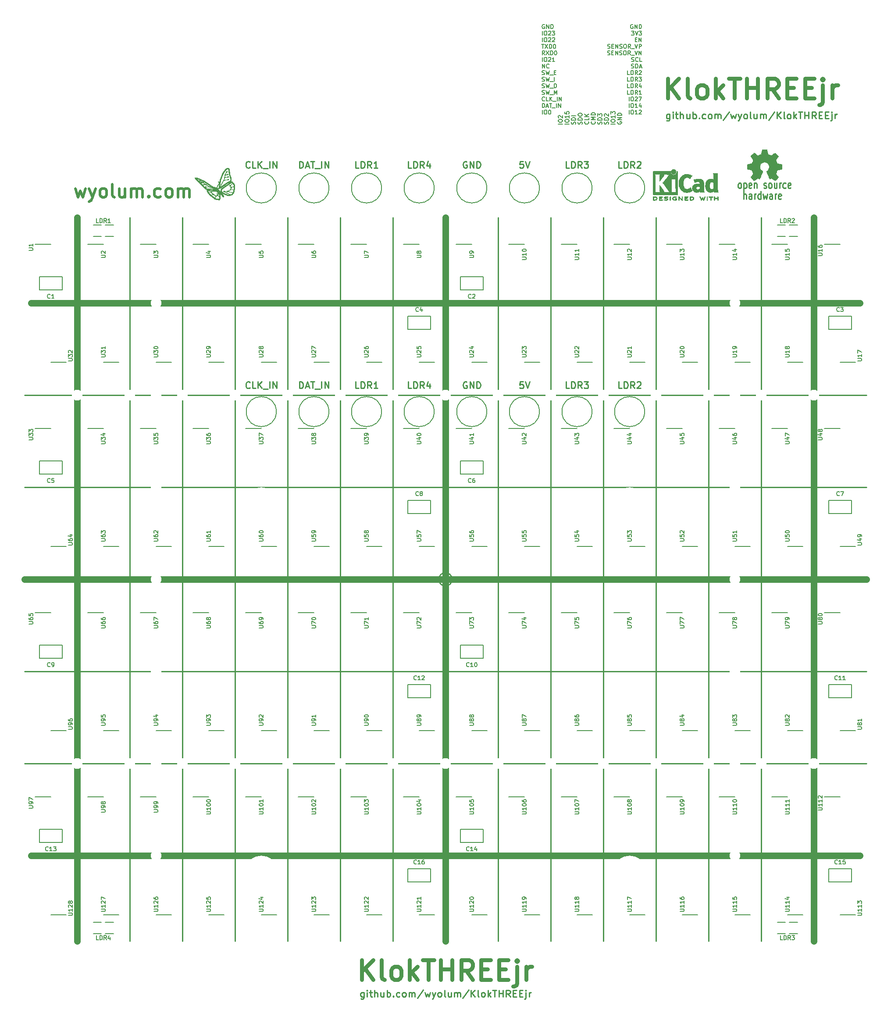
<source format=gto>
G04 #@! TF.GenerationSoftware,KiCad,Pcbnew,no-vcs-found-bf44d39~61~ubuntu16.04.1*
G04 #@! TF.CreationDate,2018-01-10T00:24:20+05:30*
G04 #@! TF.ProjectId,KlokTHREEjr,4B6C6F6B54485245456A722E6B696361,rev 1*
G04 #@! TF.SameCoordinates,Original*
G04 #@! TF.FileFunction,Legend,Top*
G04 #@! TF.FilePolarity,Positive*
%FSLAX46Y46*%
G04 Gerber Fmt 4.6, Leading zero omitted, Abs format (unit mm)*
G04 Created by KiCad (PCBNEW no-vcs-found-bf44d39~61~ubuntu16.04.1) date Wed Jan 10 00:24:20 2018*
%MOMM*%
%LPD*%
G01*
G04 APERTURE LIST*
%ADD10C,0.150000*%
%ADD11C,0.254000*%
%ADD12C,0.762000*%
%ADD13C,0.508000*%
%ADD14C,1.270000*%
%ADD15C,0.152400*%
%ADD16C,0.200000*%
%ADD17C,0.002540*%
%ADD18C,0.010000*%
%ADD19C,1.600000*%
%ADD20C,6.400000*%
%ADD21C,0.800000*%
%ADD22C,3.200000*%
%ADD23C,5.200000*%
%ADD24C,0.508000*%
%ADD25R,2.000000X2.000000*%
%ADD26O,2.000000X2.000000*%
%ADD27C,2.000000*%
%ADD28R,1.300480X1.498600*%
%ADD29R,1.400000X1.400000*%
%ADD30C,1.450000*%
%ADD31O,1.900000X1.200000*%
%ADD32C,2.082800*%
%ADD33R,1.350000X1.550000*%
%ADD34O,2.000000X1.000000*%
%ADD35O,1.000000X2.000000*%
G04 APERTURE END LIST*
D10*
X150147976Y-65131904D02*
X150147976Y-64331904D01*
X150605119Y-65131904D01*
X150605119Y-64331904D01*
X151443214Y-65055714D02*
X151405119Y-65093809D01*
X151290833Y-65131904D01*
X151214642Y-65131904D01*
X151100357Y-65093809D01*
X151024166Y-65017619D01*
X150986071Y-64941428D01*
X150947976Y-64789047D01*
X150947976Y-64674761D01*
X150986071Y-64522380D01*
X151024166Y-64446190D01*
X151100357Y-64370000D01*
X151214642Y-64331904D01*
X151290833Y-64331904D01*
X151405119Y-64370000D01*
X151443214Y-64408095D01*
X150147976Y-63861904D02*
X150147976Y-63061904D01*
X150681309Y-63061904D02*
X150833690Y-63061904D01*
X150909880Y-63100000D01*
X150986071Y-63176190D01*
X151024166Y-63328571D01*
X151024166Y-63595238D01*
X150986071Y-63747619D01*
X150909880Y-63823809D01*
X150833690Y-63861904D01*
X150681309Y-63861904D01*
X150605119Y-63823809D01*
X150528928Y-63747619D01*
X150490833Y-63595238D01*
X150490833Y-63328571D01*
X150528928Y-63176190D01*
X150605119Y-63100000D01*
X150681309Y-63061904D01*
X151328928Y-63138095D02*
X151367023Y-63100000D01*
X151443214Y-63061904D01*
X151633690Y-63061904D01*
X151709880Y-63100000D01*
X151747976Y-63138095D01*
X151786071Y-63214285D01*
X151786071Y-63290476D01*
X151747976Y-63404761D01*
X151290833Y-63861904D01*
X151786071Y-63861904D01*
X152547976Y-63861904D02*
X152090833Y-63861904D01*
X152319404Y-63861904D02*
X152319404Y-63061904D01*
X152243214Y-63176190D01*
X152167023Y-63252380D01*
X152090833Y-63290476D01*
D11*
X174730228Y-74022857D02*
X174730228Y-75050952D01*
X174666123Y-75171904D01*
X174602019Y-75232380D01*
X174473809Y-75292857D01*
X174281495Y-75292857D01*
X174153285Y-75232380D01*
X174730228Y-74809047D02*
X174602019Y-74869523D01*
X174345600Y-74869523D01*
X174217390Y-74809047D01*
X174153285Y-74748571D01*
X174089180Y-74627619D01*
X174089180Y-74264761D01*
X174153285Y-74143809D01*
X174217390Y-74083333D01*
X174345600Y-74022857D01*
X174602019Y-74022857D01*
X174730228Y-74083333D01*
X175371276Y-74869523D02*
X175371276Y-74022857D01*
X175371276Y-73599523D02*
X175307171Y-73660000D01*
X175371276Y-73720476D01*
X175435380Y-73660000D01*
X175371276Y-73599523D01*
X175371276Y-73720476D01*
X175820009Y-74022857D02*
X176332847Y-74022857D01*
X176012323Y-73599523D02*
X176012323Y-74688095D01*
X176076428Y-74809047D01*
X176204638Y-74869523D01*
X176332847Y-74869523D01*
X176781580Y-74869523D02*
X176781580Y-73599523D01*
X177358523Y-74869523D02*
X177358523Y-74204285D01*
X177294419Y-74083333D01*
X177166209Y-74022857D01*
X176973895Y-74022857D01*
X176845685Y-74083333D01*
X176781580Y-74143809D01*
X178576514Y-74022857D02*
X178576514Y-74869523D01*
X177999571Y-74022857D02*
X177999571Y-74688095D01*
X178063676Y-74809047D01*
X178191885Y-74869523D01*
X178384200Y-74869523D01*
X178512409Y-74809047D01*
X178576514Y-74748571D01*
X179217561Y-74869523D02*
X179217561Y-73599523D01*
X179217561Y-74083333D02*
X179345771Y-74022857D01*
X179602190Y-74022857D01*
X179730400Y-74083333D01*
X179794504Y-74143809D01*
X179858609Y-74264761D01*
X179858609Y-74627619D01*
X179794504Y-74748571D01*
X179730400Y-74809047D01*
X179602190Y-74869523D01*
X179345771Y-74869523D01*
X179217561Y-74809047D01*
X180435552Y-74748571D02*
X180499657Y-74809047D01*
X180435552Y-74869523D01*
X180371447Y-74809047D01*
X180435552Y-74748571D01*
X180435552Y-74869523D01*
X181653542Y-74809047D02*
X181525333Y-74869523D01*
X181268914Y-74869523D01*
X181140704Y-74809047D01*
X181076600Y-74748571D01*
X181012495Y-74627619D01*
X181012495Y-74264761D01*
X181076600Y-74143809D01*
X181140704Y-74083333D01*
X181268914Y-74022857D01*
X181525333Y-74022857D01*
X181653542Y-74083333D01*
X182422800Y-74869523D02*
X182294590Y-74809047D01*
X182230485Y-74748571D01*
X182166380Y-74627619D01*
X182166380Y-74264761D01*
X182230485Y-74143809D01*
X182294590Y-74083333D01*
X182422800Y-74022857D01*
X182615114Y-74022857D01*
X182743323Y-74083333D01*
X182807428Y-74143809D01*
X182871533Y-74264761D01*
X182871533Y-74627619D01*
X182807428Y-74748571D01*
X182743323Y-74809047D01*
X182615114Y-74869523D01*
X182422800Y-74869523D01*
X183448476Y-74869523D02*
X183448476Y-74022857D01*
X183448476Y-74143809D02*
X183512580Y-74083333D01*
X183640790Y-74022857D01*
X183833104Y-74022857D01*
X183961314Y-74083333D01*
X184025419Y-74204285D01*
X184025419Y-74869523D01*
X184025419Y-74204285D02*
X184089523Y-74083333D01*
X184217733Y-74022857D01*
X184410047Y-74022857D01*
X184538257Y-74083333D01*
X184602361Y-74204285D01*
X184602361Y-74869523D01*
X186204980Y-73539047D02*
X185051095Y-75171904D01*
X186525504Y-74022857D02*
X186781923Y-74869523D01*
X187038342Y-74264761D01*
X187294761Y-74869523D01*
X187551180Y-74022857D01*
X187935809Y-74022857D02*
X188256333Y-74869523D01*
X188576857Y-74022857D02*
X188256333Y-74869523D01*
X188128123Y-75171904D01*
X188064019Y-75232380D01*
X187935809Y-75292857D01*
X189282009Y-74869523D02*
X189153800Y-74809047D01*
X189089695Y-74748571D01*
X189025590Y-74627619D01*
X189025590Y-74264761D01*
X189089695Y-74143809D01*
X189153800Y-74083333D01*
X189282009Y-74022857D01*
X189474323Y-74022857D01*
X189602533Y-74083333D01*
X189666638Y-74143809D01*
X189730742Y-74264761D01*
X189730742Y-74627619D01*
X189666638Y-74748571D01*
X189602533Y-74809047D01*
X189474323Y-74869523D01*
X189282009Y-74869523D01*
X190500000Y-74869523D02*
X190371790Y-74809047D01*
X190307685Y-74688095D01*
X190307685Y-73599523D01*
X191589780Y-74022857D02*
X191589780Y-74869523D01*
X191012838Y-74022857D02*
X191012838Y-74688095D01*
X191076942Y-74809047D01*
X191205152Y-74869523D01*
X191397466Y-74869523D01*
X191525676Y-74809047D01*
X191589780Y-74748571D01*
X192230828Y-74869523D02*
X192230828Y-74022857D01*
X192230828Y-74143809D02*
X192294933Y-74083333D01*
X192423142Y-74022857D01*
X192615457Y-74022857D01*
X192743666Y-74083333D01*
X192807771Y-74204285D01*
X192807771Y-74869523D01*
X192807771Y-74204285D02*
X192871876Y-74083333D01*
X193000085Y-74022857D01*
X193192400Y-74022857D01*
X193320609Y-74083333D01*
X193384714Y-74204285D01*
X193384714Y-74869523D01*
X194987333Y-73539047D02*
X193833447Y-75171904D01*
X195436066Y-74869523D02*
X195436066Y-73599523D01*
X196205323Y-74869523D02*
X195628380Y-74143809D01*
X196205323Y-73599523D02*
X195436066Y-74325238D01*
X196974580Y-74869523D02*
X196846371Y-74809047D01*
X196782266Y-74688095D01*
X196782266Y-73599523D01*
X197679733Y-74869523D02*
X197551523Y-74809047D01*
X197487419Y-74748571D01*
X197423314Y-74627619D01*
X197423314Y-74264761D01*
X197487419Y-74143809D01*
X197551523Y-74083333D01*
X197679733Y-74022857D01*
X197872047Y-74022857D01*
X198000257Y-74083333D01*
X198064361Y-74143809D01*
X198128466Y-74264761D01*
X198128466Y-74627619D01*
X198064361Y-74748571D01*
X198000257Y-74809047D01*
X197872047Y-74869523D01*
X197679733Y-74869523D01*
X198705409Y-74869523D02*
X198705409Y-73599523D01*
X198833619Y-74385714D02*
X199218247Y-74869523D01*
X199218247Y-74022857D02*
X198705409Y-74506666D01*
X199602876Y-73599523D02*
X200372133Y-73599523D01*
X199987504Y-74869523D02*
X199987504Y-73599523D01*
X200820866Y-74869523D02*
X200820866Y-73599523D01*
X200820866Y-74204285D02*
X201590123Y-74204285D01*
X201590123Y-74869523D02*
X201590123Y-73599523D01*
X203000428Y-74869523D02*
X202551695Y-74264761D01*
X202231171Y-74869523D02*
X202231171Y-73599523D01*
X202744009Y-73599523D01*
X202872219Y-73660000D01*
X202936323Y-73720476D01*
X203000428Y-73841428D01*
X203000428Y-74022857D01*
X202936323Y-74143809D01*
X202872219Y-74204285D01*
X202744009Y-74264761D01*
X202231171Y-74264761D01*
X203577371Y-74204285D02*
X204026104Y-74204285D01*
X204218419Y-74869523D02*
X203577371Y-74869523D01*
X203577371Y-73599523D01*
X204218419Y-73599523D01*
X204795361Y-74204285D02*
X205244095Y-74204285D01*
X205436409Y-74869523D02*
X204795361Y-74869523D01*
X204795361Y-73599523D01*
X205436409Y-73599523D01*
X206013352Y-74022857D02*
X206013352Y-75111428D01*
X205949247Y-75232380D01*
X205821038Y-75292857D01*
X205756933Y-75292857D01*
X206013352Y-73599523D02*
X205949247Y-73660000D01*
X206013352Y-73720476D01*
X206077457Y-73660000D01*
X206013352Y-73599523D01*
X206013352Y-73720476D01*
X206654400Y-74869523D02*
X206654400Y-74022857D01*
X206654400Y-74264761D02*
X206718504Y-74143809D01*
X206782609Y-74083333D01*
X206910819Y-74022857D01*
X207039028Y-74022857D01*
X115675228Y-243567857D02*
X115675228Y-244595952D01*
X115611123Y-244716904D01*
X115547019Y-244777380D01*
X115418809Y-244837857D01*
X115226495Y-244837857D01*
X115098285Y-244777380D01*
X115675228Y-244354047D02*
X115547019Y-244414523D01*
X115290600Y-244414523D01*
X115162390Y-244354047D01*
X115098285Y-244293571D01*
X115034180Y-244172619D01*
X115034180Y-243809761D01*
X115098285Y-243688809D01*
X115162390Y-243628333D01*
X115290600Y-243567857D01*
X115547019Y-243567857D01*
X115675228Y-243628333D01*
X116316276Y-244414523D02*
X116316276Y-243567857D01*
X116316276Y-243144523D02*
X116252171Y-243205000D01*
X116316276Y-243265476D01*
X116380380Y-243205000D01*
X116316276Y-243144523D01*
X116316276Y-243265476D01*
X116765009Y-243567857D02*
X117277847Y-243567857D01*
X116957323Y-243144523D02*
X116957323Y-244233095D01*
X117021428Y-244354047D01*
X117149638Y-244414523D01*
X117277847Y-244414523D01*
X117726580Y-244414523D02*
X117726580Y-243144523D01*
X118303523Y-244414523D02*
X118303523Y-243749285D01*
X118239419Y-243628333D01*
X118111209Y-243567857D01*
X117918895Y-243567857D01*
X117790685Y-243628333D01*
X117726580Y-243688809D01*
X119521514Y-243567857D02*
X119521514Y-244414523D01*
X118944571Y-243567857D02*
X118944571Y-244233095D01*
X119008676Y-244354047D01*
X119136885Y-244414523D01*
X119329200Y-244414523D01*
X119457409Y-244354047D01*
X119521514Y-244293571D01*
X120162561Y-244414523D02*
X120162561Y-243144523D01*
X120162561Y-243628333D02*
X120290771Y-243567857D01*
X120547190Y-243567857D01*
X120675400Y-243628333D01*
X120739504Y-243688809D01*
X120803609Y-243809761D01*
X120803609Y-244172619D01*
X120739504Y-244293571D01*
X120675400Y-244354047D01*
X120547190Y-244414523D01*
X120290771Y-244414523D01*
X120162561Y-244354047D01*
X121380552Y-244293571D02*
X121444657Y-244354047D01*
X121380552Y-244414523D01*
X121316447Y-244354047D01*
X121380552Y-244293571D01*
X121380552Y-244414523D01*
X122598542Y-244354047D02*
X122470333Y-244414523D01*
X122213914Y-244414523D01*
X122085704Y-244354047D01*
X122021600Y-244293571D01*
X121957495Y-244172619D01*
X121957495Y-243809761D01*
X122021600Y-243688809D01*
X122085704Y-243628333D01*
X122213914Y-243567857D01*
X122470333Y-243567857D01*
X122598542Y-243628333D01*
X123367800Y-244414523D02*
X123239590Y-244354047D01*
X123175485Y-244293571D01*
X123111380Y-244172619D01*
X123111380Y-243809761D01*
X123175485Y-243688809D01*
X123239590Y-243628333D01*
X123367800Y-243567857D01*
X123560114Y-243567857D01*
X123688323Y-243628333D01*
X123752428Y-243688809D01*
X123816533Y-243809761D01*
X123816533Y-244172619D01*
X123752428Y-244293571D01*
X123688323Y-244354047D01*
X123560114Y-244414523D01*
X123367800Y-244414523D01*
X124393476Y-244414523D02*
X124393476Y-243567857D01*
X124393476Y-243688809D02*
X124457580Y-243628333D01*
X124585790Y-243567857D01*
X124778104Y-243567857D01*
X124906314Y-243628333D01*
X124970419Y-243749285D01*
X124970419Y-244414523D01*
X124970419Y-243749285D02*
X125034523Y-243628333D01*
X125162733Y-243567857D01*
X125355047Y-243567857D01*
X125483257Y-243628333D01*
X125547361Y-243749285D01*
X125547361Y-244414523D01*
X127149980Y-243084047D02*
X125996095Y-244716904D01*
X127470504Y-243567857D02*
X127726923Y-244414523D01*
X127983342Y-243809761D01*
X128239761Y-244414523D01*
X128496180Y-243567857D01*
X128880809Y-243567857D02*
X129201333Y-244414523D01*
X129521857Y-243567857D02*
X129201333Y-244414523D01*
X129073123Y-244716904D01*
X129009019Y-244777380D01*
X128880809Y-244837857D01*
X130227009Y-244414523D02*
X130098800Y-244354047D01*
X130034695Y-244293571D01*
X129970590Y-244172619D01*
X129970590Y-243809761D01*
X130034695Y-243688809D01*
X130098800Y-243628333D01*
X130227009Y-243567857D01*
X130419323Y-243567857D01*
X130547533Y-243628333D01*
X130611638Y-243688809D01*
X130675742Y-243809761D01*
X130675742Y-244172619D01*
X130611638Y-244293571D01*
X130547533Y-244354047D01*
X130419323Y-244414523D01*
X130227009Y-244414523D01*
X131445000Y-244414523D02*
X131316790Y-244354047D01*
X131252685Y-244233095D01*
X131252685Y-243144523D01*
X132534780Y-243567857D02*
X132534780Y-244414523D01*
X131957838Y-243567857D02*
X131957838Y-244233095D01*
X132021942Y-244354047D01*
X132150152Y-244414523D01*
X132342466Y-244414523D01*
X132470676Y-244354047D01*
X132534780Y-244293571D01*
X133175828Y-244414523D02*
X133175828Y-243567857D01*
X133175828Y-243688809D02*
X133239933Y-243628333D01*
X133368142Y-243567857D01*
X133560457Y-243567857D01*
X133688666Y-243628333D01*
X133752771Y-243749285D01*
X133752771Y-244414523D01*
X133752771Y-243749285D02*
X133816876Y-243628333D01*
X133945085Y-243567857D01*
X134137400Y-243567857D01*
X134265609Y-243628333D01*
X134329714Y-243749285D01*
X134329714Y-244414523D01*
X135932333Y-243084047D02*
X134778447Y-244716904D01*
X136381066Y-244414523D02*
X136381066Y-243144523D01*
X137150323Y-244414523D02*
X136573380Y-243688809D01*
X137150323Y-243144523D02*
X136381066Y-243870238D01*
X137919580Y-244414523D02*
X137791371Y-244354047D01*
X137727266Y-244233095D01*
X137727266Y-243144523D01*
X138624733Y-244414523D02*
X138496523Y-244354047D01*
X138432419Y-244293571D01*
X138368314Y-244172619D01*
X138368314Y-243809761D01*
X138432419Y-243688809D01*
X138496523Y-243628333D01*
X138624733Y-243567857D01*
X138817047Y-243567857D01*
X138945257Y-243628333D01*
X139009361Y-243688809D01*
X139073466Y-243809761D01*
X139073466Y-244172619D01*
X139009361Y-244293571D01*
X138945257Y-244354047D01*
X138817047Y-244414523D01*
X138624733Y-244414523D01*
X139650409Y-244414523D02*
X139650409Y-243144523D01*
X139778619Y-243930714D02*
X140163247Y-244414523D01*
X140163247Y-243567857D02*
X139650409Y-244051666D01*
X140547876Y-243144523D02*
X141317133Y-243144523D01*
X140932504Y-244414523D02*
X140932504Y-243144523D01*
X141765866Y-244414523D02*
X141765866Y-243144523D01*
X141765866Y-243749285D02*
X142535123Y-243749285D01*
X142535123Y-244414523D02*
X142535123Y-243144523D01*
X143945428Y-244414523D02*
X143496695Y-243809761D01*
X143176171Y-244414523D02*
X143176171Y-243144523D01*
X143689009Y-243144523D01*
X143817219Y-243205000D01*
X143881323Y-243265476D01*
X143945428Y-243386428D01*
X143945428Y-243567857D01*
X143881323Y-243688809D01*
X143817219Y-243749285D01*
X143689009Y-243809761D01*
X143176171Y-243809761D01*
X144522371Y-243749285D02*
X144971104Y-243749285D01*
X145163419Y-244414523D02*
X144522371Y-244414523D01*
X144522371Y-243144523D01*
X145163419Y-243144523D01*
X145740361Y-243749285D02*
X146189095Y-243749285D01*
X146381409Y-244414523D02*
X145740361Y-244414523D01*
X145740361Y-243144523D01*
X146381409Y-243144523D01*
X146958352Y-243567857D02*
X146958352Y-244656428D01*
X146894247Y-244777380D01*
X146766038Y-244837857D01*
X146701933Y-244837857D01*
X146958352Y-243144523D02*
X146894247Y-243205000D01*
X146958352Y-243265476D01*
X147022457Y-243205000D01*
X146958352Y-243144523D01*
X146958352Y-243265476D01*
X147599400Y-244414523D02*
X147599400Y-243567857D01*
X147599400Y-243809761D02*
X147663504Y-243688809D01*
X147727609Y-243628333D01*
X147855819Y-243567857D01*
X147984028Y-243567857D01*
D12*
X115297857Y-241118571D02*
X115297857Y-237308571D01*
X117475000Y-241118571D02*
X115842142Y-238941428D01*
X117475000Y-237308571D02*
X115297857Y-239485714D01*
X119652142Y-241118571D02*
X119289285Y-240937142D01*
X119107857Y-240574285D01*
X119107857Y-237308571D01*
X121647857Y-241118571D02*
X121285000Y-240937142D01*
X121103571Y-240755714D01*
X120922142Y-240392857D01*
X120922142Y-239304285D01*
X121103571Y-238941428D01*
X121285000Y-238760000D01*
X121647857Y-238578571D01*
X122192142Y-238578571D01*
X122555000Y-238760000D01*
X122736428Y-238941428D01*
X122917857Y-239304285D01*
X122917857Y-240392857D01*
X122736428Y-240755714D01*
X122555000Y-240937142D01*
X122192142Y-241118571D01*
X121647857Y-241118571D01*
X124550714Y-241118571D02*
X124550714Y-237308571D01*
X124913571Y-239667142D02*
X126002142Y-241118571D01*
X126002142Y-238578571D02*
X124550714Y-240030000D01*
X127090714Y-237308571D02*
X129267857Y-237308571D01*
X128179285Y-241118571D02*
X128179285Y-237308571D01*
X130537857Y-241118571D02*
X130537857Y-237308571D01*
X130537857Y-239122857D02*
X132715000Y-239122857D01*
X132715000Y-241118571D02*
X132715000Y-237308571D01*
X136706428Y-241118571D02*
X135436428Y-239304285D01*
X134529285Y-241118571D02*
X134529285Y-237308571D01*
X135980714Y-237308571D01*
X136343571Y-237490000D01*
X136525000Y-237671428D01*
X136706428Y-238034285D01*
X136706428Y-238578571D01*
X136525000Y-238941428D01*
X136343571Y-239122857D01*
X135980714Y-239304285D01*
X134529285Y-239304285D01*
X138339285Y-239122857D02*
X139609285Y-239122857D01*
X140153571Y-241118571D02*
X138339285Y-241118571D01*
X138339285Y-237308571D01*
X140153571Y-237308571D01*
X141786428Y-239122857D02*
X143056428Y-239122857D01*
X143600714Y-241118571D02*
X141786428Y-241118571D01*
X141786428Y-237308571D01*
X143600714Y-237308571D01*
X145233571Y-238578571D02*
X145233571Y-241844285D01*
X145052142Y-242207142D01*
X144689285Y-242388571D01*
X144507857Y-242388571D01*
X145233571Y-237308571D02*
X145052142Y-237490000D01*
X145233571Y-237671428D01*
X145415000Y-237490000D01*
X145233571Y-237308571D01*
X145233571Y-237671428D01*
X147047857Y-241118571D02*
X147047857Y-238578571D01*
X147047857Y-239304285D02*
X147229285Y-238941428D01*
X147410714Y-238760000D01*
X147773571Y-238578571D01*
X148136428Y-238578571D01*
X174352857Y-70938571D02*
X174352857Y-67128571D01*
X176529999Y-70938571D02*
X174897142Y-68761428D01*
X176529999Y-67128571D02*
X174352857Y-69305714D01*
X178707142Y-70938571D02*
X178344285Y-70757142D01*
X178162857Y-70394285D01*
X178162857Y-67128571D01*
X180702857Y-70938571D02*
X180339999Y-70757142D01*
X180158571Y-70575714D01*
X179977142Y-70212857D01*
X179977142Y-69124285D01*
X180158571Y-68761428D01*
X180339999Y-68580000D01*
X180702857Y-68398571D01*
X181247142Y-68398571D01*
X181609999Y-68580000D01*
X181791428Y-68761428D01*
X181972857Y-69124285D01*
X181972857Y-70212857D01*
X181791428Y-70575714D01*
X181609999Y-70757142D01*
X181247142Y-70938571D01*
X180702857Y-70938571D01*
X183605714Y-70938571D02*
X183605714Y-67128571D01*
X183968571Y-69487142D02*
X185057142Y-70938571D01*
X185057142Y-68398571D02*
X183605714Y-69850000D01*
X186145714Y-67128571D02*
X188322857Y-67128571D01*
X187234285Y-70938571D02*
X187234285Y-67128571D01*
X189592857Y-70938571D02*
X189592857Y-67128571D01*
X189592857Y-68942857D02*
X191769999Y-68942857D01*
X191769999Y-70938571D02*
X191769999Y-67128571D01*
X195761428Y-70938571D02*
X194491428Y-69124285D01*
X193584285Y-70938571D02*
X193584285Y-67128571D01*
X195035714Y-67128571D01*
X195398571Y-67310000D01*
X195579999Y-67491428D01*
X195761428Y-67854285D01*
X195761428Y-68398571D01*
X195579999Y-68761428D01*
X195398571Y-68942857D01*
X195035714Y-69124285D01*
X193584285Y-69124285D01*
X197394285Y-68942857D02*
X198664285Y-68942857D01*
X199208571Y-70938571D02*
X197394285Y-70938571D01*
X197394285Y-67128571D01*
X199208571Y-67128571D01*
X200841428Y-68942857D02*
X202111428Y-68942857D01*
X202655714Y-70938571D02*
X200841428Y-70938571D01*
X200841428Y-67128571D01*
X202655714Y-67128571D01*
X204288571Y-68398571D02*
X204288571Y-71664285D01*
X204107142Y-72027142D01*
X203744285Y-72208571D01*
X203562857Y-72208571D01*
X204288571Y-67128571D02*
X204107142Y-67310000D01*
X204288571Y-67491428D01*
X204470000Y-67310000D01*
X204288571Y-67128571D01*
X204288571Y-67491428D01*
X206102857Y-70938571D02*
X206102857Y-68398571D01*
X206102857Y-69124285D02*
X206284285Y-68761428D01*
X206465714Y-68580000D01*
X206828571Y-68398571D01*
X207191428Y-68398571D01*
D10*
X154031904Y-75912023D02*
X153231904Y-75912023D01*
X153231904Y-75378690D02*
X153231904Y-75226309D01*
X153270000Y-75150119D01*
X153346190Y-75073928D01*
X153498571Y-75035833D01*
X153765238Y-75035833D01*
X153917619Y-75073928D01*
X153993809Y-75150119D01*
X154031904Y-75226309D01*
X154031904Y-75378690D01*
X153993809Y-75454880D01*
X153917619Y-75531071D01*
X153765238Y-75569166D01*
X153498571Y-75569166D01*
X153346190Y-75531071D01*
X153270000Y-75454880D01*
X153231904Y-75378690D01*
X153308095Y-74731071D02*
X153270000Y-74692976D01*
X153231904Y-74616785D01*
X153231904Y-74426309D01*
X153270000Y-74350119D01*
X153308095Y-74312023D01*
X153384285Y-74273928D01*
X153460476Y-74273928D01*
X153574761Y-74312023D01*
X154031904Y-74769166D01*
X154031904Y-74273928D01*
X156533809Y-75950119D02*
X156571904Y-75835833D01*
X156571904Y-75645357D01*
X156533809Y-75569166D01*
X156495714Y-75531071D01*
X156419523Y-75492976D01*
X156343333Y-75492976D01*
X156267142Y-75531071D01*
X156229047Y-75569166D01*
X156190952Y-75645357D01*
X156152857Y-75797738D01*
X156114761Y-75873928D01*
X156076666Y-75912023D01*
X156000476Y-75950119D01*
X155924285Y-75950119D01*
X155848095Y-75912023D01*
X155810000Y-75873928D01*
X155771904Y-75797738D01*
X155771904Y-75607261D01*
X155810000Y-75492976D01*
X156571904Y-75150119D02*
X155771904Y-75150119D01*
X155771904Y-74959642D01*
X155810000Y-74845357D01*
X155886190Y-74769166D01*
X155962380Y-74731071D01*
X156114761Y-74692976D01*
X156229047Y-74692976D01*
X156381428Y-74731071D01*
X156457619Y-74769166D01*
X156533809Y-74845357D01*
X156571904Y-74959642D01*
X156571904Y-75150119D01*
X156571904Y-74350119D02*
X155771904Y-74350119D01*
X157803809Y-75950119D02*
X157841904Y-75835833D01*
X157841904Y-75645357D01*
X157803809Y-75569166D01*
X157765714Y-75531071D01*
X157689523Y-75492976D01*
X157613333Y-75492976D01*
X157537142Y-75531071D01*
X157499047Y-75569166D01*
X157460952Y-75645357D01*
X157422857Y-75797738D01*
X157384761Y-75873928D01*
X157346666Y-75912023D01*
X157270476Y-75950119D01*
X157194285Y-75950119D01*
X157118095Y-75912023D01*
X157080000Y-75873928D01*
X157041904Y-75797738D01*
X157041904Y-75607261D01*
X157080000Y-75492976D01*
X157841904Y-75150119D02*
X157041904Y-75150119D01*
X157041904Y-74959642D01*
X157080000Y-74845357D01*
X157156190Y-74769166D01*
X157232380Y-74731071D01*
X157384761Y-74692976D01*
X157499047Y-74692976D01*
X157651428Y-74731071D01*
X157727619Y-74769166D01*
X157803809Y-74845357D01*
X157841904Y-74959642D01*
X157841904Y-75150119D01*
X157041904Y-74197738D02*
X157041904Y-74045357D01*
X157080000Y-73969166D01*
X157156190Y-73892976D01*
X157308571Y-73854880D01*
X157575238Y-73854880D01*
X157727619Y-73892976D01*
X157803809Y-73969166D01*
X157841904Y-74045357D01*
X157841904Y-74197738D01*
X157803809Y-74273928D01*
X157727619Y-74350119D01*
X157575238Y-74388214D01*
X157308571Y-74388214D01*
X157156190Y-74350119D01*
X157080000Y-74273928D01*
X157041904Y-74197738D01*
X159035714Y-75454880D02*
X159073809Y-75492976D01*
X159111904Y-75607261D01*
X159111904Y-75683452D01*
X159073809Y-75797738D01*
X158997619Y-75873928D01*
X158921428Y-75912023D01*
X158769047Y-75950119D01*
X158654761Y-75950119D01*
X158502380Y-75912023D01*
X158426190Y-75873928D01*
X158350000Y-75797738D01*
X158311904Y-75683452D01*
X158311904Y-75607261D01*
X158350000Y-75492976D01*
X158388095Y-75454880D01*
X159111904Y-74731071D02*
X159111904Y-75112023D01*
X158311904Y-75112023D01*
X159111904Y-74464404D02*
X158311904Y-74464404D01*
X159111904Y-74007261D02*
X158654761Y-74350119D01*
X158311904Y-74007261D02*
X158769047Y-74464404D01*
X160305714Y-75454880D02*
X160343809Y-75492976D01*
X160381904Y-75607261D01*
X160381904Y-75683452D01*
X160343809Y-75797738D01*
X160267619Y-75873928D01*
X160191428Y-75912023D01*
X160039047Y-75950119D01*
X159924761Y-75950119D01*
X159772380Y-75912023D01*
X159696190Y-75873928D01*
X159620000Y-75797738D01*
X159581904Y-75683452D01*
X159581904Y-75607261D01*
X159620000Y-75492976D01*
X159658095Y-75454880D01*
X160381904Y-75112023D02*
X159581904Y-75112023D01*
X160153333Y-74845357D01*
X159581904Y-74578690D01*
X160381904Y-74578690D01*
X160381904Y-74197738D02*
X159581904Y-74197738D01*
X159581904Y-74007261D01*
X159620000Y-73892976D01*
X159696190Y-73816785D01*
X159772380Y-73778690D01*
X159924761Y-73740595D01*
X160039047Y-73740595D01*
X160191428Y-73778690D01*
X160267619Y-73816785D01*
X160343809Y-73892976D01*
X160381904Y-74007261D01*
X160381904Y-74197738D01*
X161613809Y-75950119D02*
X161651904Y-75835833D01*
X161651904Y-75645357D01*
X161613809Y-75569166D01*
X161575714Y-75531071D01*
X161499523Y-75492976D01*
X161423333Y-75492976D01*
X161347142Y-75531071D01*
X161309047Y-75569166D01*
X161270952Y-75645357D01*
X161232857Y-75797738D01*
X161194761Y-75873928D01*
X161156666Y-75912023D01*
X161080476Y-75950119D01*
X161004285Y-75950119D01*
X160928095Y-75912023D01*
X160890000Y-75873928D01*
X160851904Y-75797738D01*
X160851904Y-75607261D01*
X160890000Y-75492976D01*
X161651904Y-75150119D02*
X160851904Y-75150119D01*
X160851904Y-74959642D01*
X160890000Y-74845357D01*
X160966190Y-74769166D01*
X161042380Y-74731071D01*
X161194761Y-74692976D01*
X161309047Y-74692976D01*
X161461428Y-74731071D01*
X161537619Y-74769166D01*
X161613809Y-74845357D01*
X161651904Y-74959642D01*
X161651904Y-75150119D01*
X160851904Y-74426309D02*
X160851904Y-73931071D01*
X161156666Y-74197738D01*
X161156666Y-74083452D01*
X161194761Y-74007261D01*
X161232857Y-73969166D01*
X161309047Y-73931071D01*
X161499523Y-73931071D01*
X161575714Y-73969166D01*
X161613809Y-74007261D01*
X161651904Y-74083452D01*
X161651904Y-74312023D01*
X161613809Y-74388214D01*
X161575714Y-74426309D01*
X162883809Y-75950119D02*
X162921904Y-75835833D01*
X162921904Y-75645357D01*
X162883809Y-75569166D01*
X162845714Y-75531071D01*
X162769523Y-75492976D01*
X162693333Y-75492976D01*
X162617142Y-75531071D01*
X162579047Y-75569166D01*
X162540952Y-75645357D01*
X162502857Y-75797738D01*
X162464761Y-75873928D01*
X162426666Y-75912023D01*
X162350476Y-75950119D01*
X162274285Y-75950119D01*
X162198095Y-75912023D01*
X162160000Y-75873928D01*
X162121904Y-75797738D01*
X162121904Y-75607261D01*
X162160000Y-75492976D01*
X162921904Y-75150119D02*
X162121904Y-75150119D01*
X162121904Y-74959642D01*
X162160000Y-74845357D01*
X162236190Y-74769166D01*
X162312380Y-74731071D01*
X162464761Y-74692976D01*
X162579047Y-74692976D01*
X162731428Y-74731071D01*
X162807619Y-74769166D01*
X162883809Y-74845357D01*
X162921904Y-74959642D01*
X162921904Y-75150119D01*
X162198095Y-74388214D02*
X162160000Y-74350119D01*
X162121904Y-74273928D01*
X162121904Y-74083452D01*
X162160000Y-74007261D01*
X162198095Y-73969166D01*
X162274285Y-73931071D01*
X162350476Y-73931071D01*
X162464761Y-73969166D01*
X162921904Y-74426309D01*
X162921904Y-73931071D01*
X166895119Y-74021904D02*
X166895119Y-73221904D01*
X167428452Y-73221904D02*
X167580833Y-73221904D01*
X167657023Y-73260000D01*
X167733214Y-73336190D01*
X167771309Y-73488571D01*
X167771309Y-73755238D01*
X167733214Y-73907619D01*
X167657023Y-73983809D01*
X167580833Y-74021904D01*
X167428452Y-74021904D01*
X167352261Y-73983809D01*
X167276071Y-73907619D01*
X167237976Y-73755238D01*
X167237976Y-73488571D01*
X167276071Y-73336190D01*
X167352261Y-73260000D01*
X167428452Y-73221904D01*
X168533214Y-74021904D02*
X168076071Y-74021904D01*
X168304642Y-74021904D02*
X168304642Y-73221904D01*
X168228452Y-73336190D01*
X168152261Y-73412380D01*
X168076071Y-73450476D01*
X168837976Y-73298095D02*
X168876071Y-73260000D01*
X168952261Y-73221904D01*
X169142738Y-73221904D01*
X169218928Y-73260000D01*
X169257023Y-73298095D01*
X169295119Y-73374285D01*
X169295119Y-73450476D01*
X169257023Y-73564761D01*
X168799880Y-74021904D01*
X169295119Y-74021904D01*
X166895119Y-72751904D02*
X166895119Y-71951904D01*
X167428452Y-71951904D02*
X167580833Y-71951904D01*
X167657023Y-71990000D01*
X167733214Y-72066190D01*
X167771309Y-72218571D01*
X167771309Y-72485238D01*
X167733214Y-72637619D01*
X167657023Y-72713809D01*
X167580833Y-72751904D01*
X167428452Y-72751904D01*
X167352261Y-72713809D01*
X167276071Y-72637619D01*
X167237976Y-72485238D01*
X167237976Y-72218571D01*
X167276071Y-72066190D01*
X167352261Y-71990000D01*
X167428452Y-71951904D01*
X168533214Y-72751904D02*
X168076071Y-72751904D01*
X168304642Y-72751904D02*
X168304642Y-71951904D01*
X168228452Y-72066190D01*
X168152261Y-72142380D01*
X168076071Y-72180476D01*
X169218928Y-72218571D02*
X169218928Y-72751904D01*
X169028452Y-71913809D02*
X168837976Y-72485238D01*
X169333214Y-72485238D01*
X166895119Y-71481904D02*
X166895119Y-70681904D01*
X167428452Y-70681904D02*
X167580833Y-70681904D01*
X167657023Y-70720000D01*
X167733214Y-70796190D01*
X167771309Y-70948571D01*
X167771309Y-71215238D01*
X167733214Y-71367619D01*
X167657023Y-71443809D01*
X167580833Y-71481904D01*
X167428452Y-71481904D01*
X167352261Y-71443809D01*
X167276071Y-71367619D01*
X167237976Y-71215238D01*
X167237976Y-70948571D01*
X167276071Y-70796190D01*
X167352261Y-70720000D01*
X167428452Y-70681904D01*
X168076071Y-70758095D02*
X168114166Y-70720000D01*
X168190357Y-70681904D01*
X168380833Y-70681904D01*
X168457023Y-70720000D01*
X168495119Y-70758095D01*
X168533214Y-70834285D01*
X168533214Y-70910476D01*
X168495119Y-71024761D01*
X168037976Y-71481904D01*
X168533214Y-71481904D01*
X168799880Y-70681904D02*
X169333214Y-70681904D01*
X168990357Y-71481904D01*
X162742738Y-62553809D02*
X162857023Y-62591904D01*
X163047500Y-62591904D01*
X163123690Y-62553809D01*
X163161785Y-62515714D01*
X163199880Y-62439523D01*
X163199880Y-62363333D01*
X163161785Y-62287142D01*
X163123690Y-62249047D01*
X163047500Y-62210952D01*
X162895119Y-62172857D01*
X162818928Y-62134761D01*
X162780833Y-62096666D01*
X162742738Y-62020476D01*
X162742738Y-61944285D01*
X162780833Y-61868095D01*
X162818928Y-61830000D01*
X162895119Y-61791904D01*
X163085595Y-61791904D01*
X163199880Y-61830000D01*
X163542738Y-62172857D02*
X163809404Y-62172857D01*
X163923690Y-62591904D02*
X163542738Y-62591904D01*
X163542738Y-61791904D01*
X163923690Y-61791904D01*
X164266547Y-62591904D02*
X164266547Y-61791904D01*
X164723690Y-62591904D01*
X164723690Y-61791904D01*
X165066547Y-62553809D02*
X165180833Y-62591904D01*
X165371309Y-62591904D01*
X165447500Y-62553809D01*
X165485595Y-62515714D01*
X165523690Y-62439523D01*
X165523690Y-62363333D01*
X165485595Y-62287142D01*
X165447500Y-62249047D01*
X165371309Y-62210952D01*
X165218928Y-62172857D01*
X165142738Y-62134761D01*
X165104642Y-62096666D01*
X165066547Y-62020476D01*
X165066547Y-61944285D01*
X165104642Y-61868095D01*
X165142738Y-61830000D01*
X165218928Y-61791904D01*
X165409404Y-61791904D01*
X165523690Y-61830000D01*
X166018928Y-61791904D02*
X166171309Y-61791904D01*
X166247500Y-61830000D01*
X166323690Y-61906190D01*
X166361785Y-62058571D01*
X166361785Y-62325238D01*
X166323690Y-62477619D01*
X166247500Y-62553809D01*
X166171309Y-62591904D01*
X166018928Y-62591904D01*
X165942738Y-62553809D01*
X165866547Y-62477619D01*
X165828452Y-62325238D01*
X165828452Y-62058571D01*
X165866547Y-61906190D01*
X165942738Y-61830000D01*
X166018928Y-61791904D01*
X167161785Y-62591904D02*
X166895119Y-62210952D01*
X166704642Y-62591904D02*
X166704642Y-61791904D01*
X167009404Y-61791904D01*
X167085595Y-61830000D01*
X167123690Y-61868095D01*
X167161785Y-61944285D01*
X167161785Y-62058571D01*
X167123690Y-62134761D01*
X167085595Y-62172857D01*
X167009404Y-62210952D01*
X166704642Y-62210952D01*
X167314166Y-62668095D02*
X167923690Y-62668095D01*
X167999880Y-61791904D02*
X168266547Y-62591904D01*
X168533214Y-61791904D01*
X168799880Y-62591904D02*
X168799880Y-61791904D01*
X169257023Y-62591904D01*
X169257023Y-61791904D01*
X162780833Y-61283809D02*
X162895119Y-61321904D01*
X163085595Y-61321904D01*
X163161785Y-61283809D01*
X163199880Y-61245714D01*
X163237976Y-61169523D01*
X163237976Y-61093333D01*
X163199880Y-61017142D01*
X163161785Y-60979047D01*
X163085595Y-60940952D01*
X162933214Y-60902857D01*
X162857023Y-60864761D01*
X162818928Y-60826666D01*
X162780833Y-60750476D01*
X162780833Y-60674285D01*
X162818928Y-60598095D01*
X162857023Y-60560000D01*
X162933214Y-60521904D01*
X163123690Y-60521904D01*
X163237976Y-60560000D01*
X163580833Y-60902857D02*
X163847500Y-60902857D01*
X163961785Y-61321904D02*
X163580833Y-61321904D01*
X163580833Y-60521904D01*
X163961785Y-60521904D01*
X164304642Y-61321904D02*
X164304642Y-60521904D01*
X164761785Y-61321904D01*
X164761785Y-60521904D01*
X165104642Y-61283809D02*
X165218928Y-61321904D01*
X165409404Y-61321904D01*
X165485595Y-61283809D01*
X165523690Y-61245714D01*
X165561785Y-61169523D01*
X165561785Y-61093333D01*
X165523690Y-61017142D01*
X165485595Y-60979047D01*
X165409404Y-60940952D01*
X165257023Y-60902857D01*
X165180833Y-60864761D01*
X165142738Y-60826666D01*
X165104642Y-60750476D01*
X165104642Y-60674285D01*
X165142738Y-60598095D01*
X165180833Y-60560000D01*
X165257023Y-60521904D01*
X165447500Y-60521904D01*
X165561785Y-60560000D01*
X166057023Y-60521904D02*
X166209404Y-60521904D01*
X166285595Y-60560000D01*
X166361785Y-60636190D01*
X166399880Y-60788571D01*
X166399880Y-61055238D01*
X166361785Y-61207619D01*
X166285595Y-61283809D01*
X166209404Y-61321904D01*
X166057023Y-61321904D01*
X165980833Y-61283809D01*
X165904642Y-61207619D01*
X165866547Y-61055238D01*
X165866547Y-60788571D01*
X165904642Y-60636190D01*
X165980833Y-60560000D01*
X166057023Y-60521904D01*
X167199880Y-61321904D02*
X166933214Y-60940952D01*
X166742738Y-61321904D02*
X166742738Y-60521904D01*
X167047500Y-60521904D01*
X167123690Y-60560000D01*
X167161785Y-60598095D01*
X167199880Y-60674285D01*
X167199880Y-60788571D01*
X167161785Y-60864761D01*
X167123690Y-60902857D01*
X167047500Y-60940952D01*
X166742738Y-60940952D01*
X167352261Y-61398095D02*
X167961785Y-61398095D01*
X168037976Y-60521904D02*
X168304642Y-61321904D01*
X168571309Y-60521904D01*
X168837976Y-61321904D02*
X168837976Y-60521904D01*
X169142738Y-60521904D01*
X169218928Y-60560000D01*
X169257023Y-60598095D01*
X169295119Y-60674285D01*
X169295119Y-60788571D01*
X169257023Y-60864761D01*
X169218928Y-60902857D01*
X169142738Y-60940952D01*
X168837976Y-60940952D01*
X150147976Y-60051904D02*
X150147976Y-59251904D01*
X150681309Y-59251904D02*
X150833690Y-59251904D01*
X150909880Y-59290000D01*
X150986071Y-59366190D01*
X151024166Y-59518571D01*
X151024166Y-59785238D01*
X150986071Y-59937619D01*
X150909880Y-60013809D01*
X150833690Y-60051904D01*
X150681309Y-60051904D01*
X150605119Y-60013809D01*
X150528928Y-59937619D01*
X150490833Y-59785238D01*
X150490833Y-59518571D01*
X150528928Y-59366190D01*
X150605119Y-59290000D01*
X150681309Y-59251904D01*
X151328928Y-59328095D02*
X151367023Y-59290000D01*
X151443214Y-59251904D01*
X151633690Y-59251904D01*
X151709880Y-59290000D01*
X151747976Y-59328095D01*
X151786071Y-59404285D01*
X151786071Y-59480476D01*
X151747976Y-59594761D01*
X151290833Y-60051904D01*
X151786071Y-60051904D01*
X152090833Y-59328095D02*
X152128928Y-59290000D01*
X152205119Y-59251904D01*
X152395595Y-59251904D01*
X152471785Y-59290000D01*
X152509880Y-59328095D01*
X152547976Y-59404285D01*
X152547976Y-59480476D01*
X152509880Y-59594761D01*
X152052738Y-60051904D01*
X152547976Y-60051904D01*
X150147976Y-58781904D02*
X150147976Y-57981904D01*
X150681309Y-57981904D02*
X150833690Y-57981904D01*
X150909880Y-58020000D01*
X150986071Y-58096190D01*
X151024166Y-58248571D01*
X151024166Y-58515238D01*
X150986071Y-58667619D01*
X150909880Y-58743809D01*
X150833690Y-58781904D01*
X150681309Y-58781904D01*
X150605119Y-58743809D01*
X150528928Y-58667619D01*
X150490833Y-58515238D01*
X150490833Y-58248571D01*
X150528928Y-58096190D01*
X150605119Y-58020000D01*
X150681309Y-57981904D01*
X151328928Y-58058095D02*
X151367023Y-58020000D01*
X151443214Y-57981904D01*
X151633690Y-57981904D01*
X151709880Y-58020000D01*
X151747976Y-58058095D01*
X151786071Y-58134285D01*
X151786071Y-58210476D01*
X151747976Y-58324761D01*
X151290833Y-58781904D01*
X151786071Y-58781904D01*
X152052738Y-57981904D02*
X152547976Y-57981904D01*
X152281309Y-58286666D01*
X152395595Y-58286666D01*
X152471785Y-58324761D01*
X152509880Y-58362857D01*
X152547976Y-58439047D01*
X152547976Y-58629523D01*
X152509880Y-58705714D01*
X152471785Y-58743809D01*
X152395595Y-58781904D01*
X152167023Y-58781904D01*
X152090833Y-58743809D01*
X152052738Y-58705714D01*
D11*
X189041314Y-90427628D02*
X189041314Y-88903628D01*
X189531171Y-90427628D02*
X189531171Y-89629342D01*
X189476742Y-89484200D01*
X189367885Y-89411628D01*
X189204600Y-89411628D01*
X189095742Y-89484200D01*
X189041314Y-89556771D01*
X190565314Y-90427628D02*
X190565314Y-89629342D01*
X190510885Y-89484200D01*
X190402028Y-89411628D01*
X190184314Y-89411628D01*
X190075457Y-89484200D01*
X190565314Y-90355057D02*
X190456457Y-90427628D01*
X190184314Y-90427628D01*
X190075457Y-90355057D01*
X190021028Y-90209914D01*
X190021028Y-90064771D01*
X190075457Y-89919628D01*
X190184314Y-89847057D01*
X190456457Y-89847057D01*
X190565314Y-89774485D01*
X191109600Y-90427628D02*
X191109600Y-89411628D01*
X191109600Y-89701914D02*
X191164028Y-89556771D01*
X191218457Y-89484200D01*
X191327314Y-89411628D01*
X191436171Y-89411628D01*
X192307028Y-90427628D02*
X192307028Y-88903628D01*
X192307028Y-90355057D02*
X192198171Y-90427628D01*
X191980457Y-90427628D01*
X191871600Y-90355057D01*
X191817171Y-90282485D01*
X191762742Y-90137342D01*
X191762742Y-89701914D01*
X191817171Y-89556771D01*
X191871600Y-89484200D01*
X191980457Y-89411628D01*
X192198171Y-89411628D01*
X192307028Y-89484200D01*
X192742457Y-89411628D02*
X192960171Y-90427628D01*
X193177885Y-89701914D01*
X193395600Y-90427628D01*
X193613314Y-89411628D01*
X194538600Y-90427628D02*
X194538600Y-89629342D01*
X194484171Y-89484200D01*
X194375314Y-89411628D01*
X194157600Y-89411628D01*
X194048742Y-89484200D01*
X194538600Y-90355057D02*
X194429742Y-90427628D01*
X194157600Y-90427628D01*
X194048742Y-90355057D01*
X193994314Y-90209914D01*
X193994314Y-90064771D01*
X194048742Y-89919628D01*
X194157600Y-89847057D01*
X194429742Y-89847057D01*
X194538600Y-89774485D01*
X195082885Y-90427628D02*
X195082885Y-89411628D01*
X195082885Y-89701914D02*
X195137314Y-89556771D01*
X195191742Y-89484200D01*
X195300600Y-89411628D01*
X195409457Y-89411628D01*
X196225885Y-90355057D02*
X196117028Y-90427628D01*
X195899314Y-90427628D01*
X195790457Y-90355057D01*
X195736028Y-90209914D01*
X195736028Y-89629342D01*
X195790457Y-89484200D01*
X195899314Y-89411628D01*
X196117028Y-89411628D01*
X196225885Y-89484200D01*
X196280314Y-89629342D01*
X196280314Y-89774485D01*
X195736028Y-89919628D01*
X188168642Y-88319428D02*
X188059785Y-88246857D01*
X188005357Y-88174285D01*
X187950928Y-88029142D01*
X187950928Y-87593714D01*
X188005357Y-87448571D01*
X188059785Y-87376000D01*
X188168642Y-87303428D01*
X188331928Y-87303428D01*
X188440785Y-87376000D01*
X188495214Y-87448571D01*
X188549642Y-87593714D01*
X188549642Y-88029142D01*
X188495214Y-88174285D01*
X188440785Y-88246857D01*
X188331928Y-88319428D01*
X188168642Y-88319428D01*
X189039500Y-87303428D02*
X189039500Y-88827428D01*
X189039500Y-87376000D02*
X189148357Y-87303428D01*
X189366071Y-87303428D01*
X189474928Y-87376000D01*
X189529357Y-87448571D01*
X189583785Y-87593714D01*
X189583785Y-88029142D01*
X189529357Y-88174285D01*
X189474928Y-88246857D01*
X189366071Y-88319428D01*
X189148357Y-88319428D01*
X189039500Y-88246857D01*
X190509071Y-88246857D02*
X190400214Y-88319428D01*
X190182500Y-88319428D01*
X190073642Y-88246857D01*
X190019214Y-88101714D01*
X190019214Y-87521142D01*
X190073642Y-87376000D01*
X190182500Y-87303428D01*
X190400214Y-87303428D01*
X190509071Y-87376000D01*
X190563500Y-87521142D01*
X190563500Y-87666285D01*
X190019214Y-87811428D01*
X191053357Y-87303428D02*
X191053357Y-88319428D01*
X191053357Y-87448571D02*
X191107785Y-87376000D01*
X191216642Y-87303428D01*
X191379928Y-87303428D01*
X191488785Y-87376000D01*
X191543214Y-87521142D01*
X191543214Y-88319428D01*
X192903928Y-88246857D02*
X193012785Y-88319428D01*
X193230500Y-88319428D01*
X193339357Y-88246857D01*
X193393785Y-88101714D01*
X193393785Y-88029142D01*
X193339357Y-87884000D01*
X193230500Y-87811428D01*
X193067214Y-87811428D01*
X192958357Y-87738857D01*
X192903928Y-87593714D01*
X192903928Y-87521142D01*
X192958357Y-87376000D01*
X193067214Y-87303428D01*
X193230500Y-87303428D01*
X193339357Y-87376000D01*
X194046928Y-88319428D02*
X193938071Y-88246857D01*
X193883642Y-88174285D01*
X193829214Y-88029142D01*
X193829214Y-87593714D01*
X193883642Y-87448571D01*
X193938071Y-87376000D01*
X194046928Y-87303428D01*
X194210214Y-87303428D01*
X194319071Y-87376000D01*
X194373500Y-87448571D01*
X194427928Y-87593714D01*
X194427928Y-88029142D01*
X194373500Y-88174285D01*
X194319071Y-88246857D01*
X194210214Y-88319428D01*
X194046928Y-88319428D01*
X195407642Y-87303428D02*
X195407642Y-88319428D01*
X194917785Y-87303428D02*
X194917785Y-88101714D01*
X194972214Y-88246857D01*
X195081071Y-88319428D01*
X195244357Y-88319428D01*
X195353214Y-88246857D01*
X195407642Y-88174285D01*
X195951928Y-88319428D02*
X195951928Y-87303428D01*
X195951928Y-87593714D02*
X196006357Y-87448571D01*
X196060785Y-87376000D01*
X196169642Y-87303428D01*
X196278500Y-87303428D01*
X197149357Y-88246857D02*
X197040500Y-88319428D01*
X196822785Y-88319428D01*
X196713928Y-88246857D01*
X196659500Y-88174285D01*
X196605071Y-88029142D01*
X196605071Y-87593714D01*
X196659500Y-87448571D01*
X196713928Y-87376000D01*
X196822785Y-87303428D01*
X197040500Y-87303428D01*
X197149357Y-87376000D01*
X198074642Y-88246857D02*
X197965785Y-88319428D01*
X197748071Y-88319428D01*
X197639214Y-88246857D01*
X197584785Y-88101714D01*
X197584785Y-87521142D01*
X197639214Y-87376000D01*
X197748071Y-87303428D01*
X197965785Y-87303428D01*
X198074642Y-87376000D01*
X198129071Y-87521142D01*
X198129071Y-87666285D01*
X197584785Y-87811428D01*
D13*
X59992380Y-88355714D02*
X60476190Y-90049047D01*
X60960000Y-88839523D01*
X61443809Y-90049047D01*
X61927619Y-88355714D01*
X62653333Y-88355714D02*
X63258095Y-90049047D01*
X63862857Y-88355714D02*
X63258095Y-90049047D01*
X63016190Y-90653809D01*
X62895238Y-90774761D01*
X62653333Y-90895714D01*
X65193333Y-90049047D02*
X64951428Y-89928095D01*
X64830476Y-89807142D01*
X64709523Y-89565238D01*
X64709523Y-88839523D01*
X64830476Y-88597619D01*
X64951428Y-88476666D01*
X65193333Y-88355714D01*
X65556190Y-88355714D01*
X65798095Y-88476666D01*
X65919047Y-88597619D01*
X66040000Y-88839523D01*
X66040000Y-89565238D01*
X65919047Y-89807142D01*
X65798095Y-89928095D01*
X65556190Y-90049047D01*
X65193333Y-90049047D01*
X67491428Y-90049047D02*
X67249523Y-89928095D01*
X67128571Y-89686190D01*
X67128571Y-87509047D01*
X69547619Y-88355714D02*
X69547619Y-90049047D01*
X68459047Y-88355714D02*
X68459047Y-89686190D01*
X68580000Y-89928095D01*
X68821904Y-90049047D01*
X69184761Y-90049047D01*
X69426666Y-89928095D01*
X69547619Y-89807142D01*
X70757142Y-90049047D02*
X70757142Y-88355714D01*
X70757142Y-88597619D02*
X70878095Y-88476666D01*
X71120000Y-88355714D01*
X71482857Y-88355714D01*
X71724761Y-88476666D01*
X71845714Y-88718571D01*
X71845714Y-90049047D01*
X71845714Y-88718571D02*
X71966666Y-88476666D01*
X72208571Y-88355714D01*
X72571428Y-88355714D01*
X72813333Y-88476666D01*
X72934285Y-88718571D01*
X72934285Y-90049047D01*
X74143809Y-89807142D02*
X74264761Y-89928095D01*
X74143809Y-90049047D01*
X74022857Y-89928095D01*
X74143809Y-89807142D01*
X74143809Y-90049047D01*
X76441904Y-89928095D02*
X76200000Y-90049047D01*
X75716190Y-90049047D01*
X75474285Y-89928095D01*
X75353333Y-89807142D01*
X75232380Y-89565238D01*
X75232380Y-88839523D01*
X75353333Y-88597619D01*
X75474285Y-88476666D01*
X75716190Y-88355714D01*
X76200000Y-88355714D01*
X76441904Y-88476666D01*
X77893333Y-90049047D02*
X77651428Y-89928095D01*
X77530476Y-89807142D01*
X77409523Y-89565238D01*
X77409523Y-88839523D01*
X77530476Y-88597619D01*
X77651428Y-88476666D01*
X77893333Y-88355714D01*
X78256190Y-88355714D01*
X78498095Y-88476666D01*
X78619047Y-88597619D01*
X78740000Y-88839523D01*
X78740000Y-89565238D01*
X78619047Y-89807142D01*
X78498095Y-89928095D01*
X78256190Y-90049047D01*
X77893333Y-90049047D01*
X79828571Y-90049047D02*
X79828571Y-88355714D01*
X79828571Y-88597619D02*
X79949523Y-88476666D01*
X80191428Y-88355714D01*
X80554285Y-88355714D01*
X80796190Y-88476666D01*
X80917142Y-88718571D01*
X80917142Y-90049047D01*
X80917142Y-88718571D02*
X81038095Y-88476666D01*
X81280000Y-88355714D01*
X81642857Y-88355714D01*
X81884761Y-88476666D01*
X82005714Y-88718571D01*
X82005714Y-90049047D01*
D10*
X167352261Y-57981904D02*
X167847500Y-57981904D01*
X167580833Y-58286666D01*
X167695119Y-58286666D01*
X167771309Y-58324761D01*
X167809404Y-58362857D01*
X167847500Y-58439047D01*
X167847500Y-58629523D01*
X167809404Y-58705714D01*
X167771309Y-58743809D01*
X167695119Y-58781904D01*
X167466547Y-58781904D01*
X167390357Y-58743809D01*
X167352261Y-58705714D01*
X168076071Y-57981904D02*
X168342738Y-58781904D01*
X168609404Y-57981904D01*
X168799880Y-57981904D02*
X169295119Y-57981904D01*
X169028452Y-58286666D01*
X169142738Y-58286666D01*
X169218928Y-58324761D01*
X169257023Y-58362857D01*
X169295119Y-58439047D01*
X169295119Y-58629523D01*
X169257023Y-58705714D01*
X169218928Y-58743809D01*
X169142738Y-58781904D01*
X168914166Y-58781904D01*
X168837976Y-58743809D01*
X168799880Y-58705714D01*
X167618928Y-56750000D02*
X167542738Y-56711904D01*
X167428452Y-56711904D01*
X167314166Y-56750000D01*
X167237976Y-56826190D01*
X167199880Y-56902380D01*
X167161785Y-57054761D01*
X167161785Y-57169047D01*
X167199880Y-57321428D01*
X167237976Y-57397619D01*
X167314166Y-57473809D01*
X167428452Y-57511904D01*
X167504642Y-57511904D01*
X167618928Y-57473809D01*
X167657023Y-57435714D01*
X167657023Y-57169047D01*
X167504642Y-57169047D01*
X167999880Y-57511904D02*
X167999880Y-56711904D01*
X168457023Y-57511904D01*
X168457023Y-56711904D01*
X168837976Y-57511904D02*
X168837976Y-56711904D01*
X169028452Y-56711904D01*
X169142738Y-56750000D01*
X169218928Y-56826190D01*
X169257023Y-56902380D01*
X169295119Y-57054761D01*
X169295119Y-57169047D01*
X169257023Y-57321428D01*
X169218928Y-57397619D01*
X169142738Y-57473809D01*
X169028452Y-57511904D01*
X168837976Y-57511904D01*
X168076071Y-59632857D02*
X168342738Y-59632857D01*
X168457023Y-60051904D02*
X168076071Y-60051904D01*
X168076071Y-59251904D01*
X168457023Y-59251904D01*
X168799880Y-60051904D02*
X168799880Y-59251904D01*
X169257023Y-60051904D01*
X169257023Y-59251904D01*
X167390357Y-63823809D02*
X167504642Y-63861904D01*
X167695119Y-63861904D01*
X167771309Y-63823809D01*
X167809404Y-63785714D01*
X167847500Y-63709523D01*
X167847500Y-63633333D01*
X167809404Y-63557142D01*
X167771309Y-63519047D01*
X167695119Y-63480952D01*
X167542738Y-63442857D01*
X167466547Y-63404761D01*
X167428452Y-63366666D01*
X167390357Y-63290476D01*
X167390357Y-63214285D01*
X167428452Y-63138095D01*
X167466547Y-63100000D01*
X167542738Y-63061904D01*
X167733214Y-63061904D01*
X167847500Y-63100000D01*
X168647500Y-63785714D02*
X168609404Y-63823809D01*
X168495119Y-63861904D01*
X168418928Y-63861904D01*
X168304642Y-63823809D01*
X168228452Y-63747619D01*
X168190357Y-63671428D01*
X168152261Y-63519047D01*
X168152261Y-63404761D01*
X168190357Y-63252380D01*
X168228452Y-63176190D01*
X168304642Y-63100000D01*
X168418928Y-63061904D01*
X168495119Y-63061904D01*
X168609404Y-63100000D01*
X168647500Y-63138095D01*
X169371309Y-63861904D02*
X168990357Y-63861904D01*
X168990357Y-63061904D01*
X167352261Y-65093809D02*
X167466547Y-65131904D01*
X167657023Y-65131904D01*
X167733214Y-65093809D01*
X167771309Y-65055714D01*
X167809404Y-64979523D01*
X167809404Y-64903333D01*
X167771309Y-64827142D01*
X167733214Y-64789047D01*
X167657023Y-64750952D01*
X167504642Y-64712857D01*
X167428452Y-64674761D01*
X167390357Y-64636666D01*
X167352261Y-64560476D01*
X167352261Y-64484285D01*
X167390357Y-64408095D01*
X167428452Y-64370000D01*
X167504642Y-64331904D01*
X167695119Y-64331904D01*
X167809404Y-64370000D01*
X168152261Y-65131904D02*
X168152261Y-64331904D01*
X168342738Y-64331904D01*
X168457023Y-64370000D01*
X168533214Y-64446190D01*
X168571309Y-64522380D01*
X168609404Y-64674761D01*
X168609404Y-64789047D01*
X168571309Y-64941428D01*
X168533214Y-65017619D01*
X168457023Y-65093809D01*
X168342738Y-65131904D01*
X168152261Y-65131904D01*
X168914166Y-64903333D02*
X169295119Y-64903333D01*
X168837976Y-65131904D02*
X169104642Y-64331904D01*
X169371309Y-65131904D01*
X167009404Y-66401904D02*
X166628452Y-66401904D01*
X166628452Y-65601904D01*
X167276071Y-66401904D02*
X167276071Y-65601904D01*
X167466547Y-65601904D01*
X167580833Y-65640000D01*
X167657023Y-65716190D01*
X167695119Y-65792380D01*
X167733214Y-65944761D01*
X167733214Y-66059047D01*
X167695119Y-66211428D01*
X167657023Y-66287619D01*
X167580833Y-66363809D01*
X167466547Y-66401904D01*
X167276071Y-66401904D01*
X168533214Y-66401904D02*
X168266547Y-66020952D01*
X168076071Y-66401904D02*
X168076071Y-65601904D01*
X168380833Y-65601904D01*
X168457023Y-65640000D01*
X168495119Y-65678095D01*
X168533214Y-65754285D01*
X168533214Y-65868571D01*
X168495119Y-65944761D01*
X168457023Y-65982857D01*
X168380833Y-66020952D01*
X168076071Y-66020952D01*
X168837976Y-65678095D02*
X168876071Y-65640000D01*
X168952261Y-65601904D01*
X169142738Y-65601904D01*
X169218928Y-65640000D01*
X169257023Y-65678095D01*
X169295119Y-65754285D01*
X169295119Y-65830476D01*
X169257023Y-65944761D01*
X168799880Y-66401904D01*
X169295119Y-66401904D01*
X167009404Y-67671904D02*
X166628452Y-67671904D01*
X166628452Y-66871904D01*
X167276071Y-67671904D02*
X167276071Y-66871904D01*
X167466547Y-66871904D01*
X167580833Y-66910000D01*
X167657023Y-66986190D01*
X167695119Y-67062380D01*
X167733214Y-67214761D01*
X167733214Y-67329047D01*
X167695119Y-67481428D01*
X167657023Y-67557619D01*
X167580833Y-67633809D01*
X167466547Y-67671904D01*
X167276071Y-67671904D01*
X168533214Y-67671904D02*
X168266547Y-67290952D01*
X168076071Y-67671904D02*
X168076071Y-66871904D01*
X168380833Y-66871904D01*
X168457023Y-66910000D01*
X168495119Y-66948095D01*
X168533214Y-67024285D01*
X168533214Y-67138571D01*
X168495119Y-67214761D01*
X168457023Y-67252857D01*
X168380833Y-67290952D01*
X168076071Y-67290952D01*
X168799880Y-66871904D02*
X169295119Y-66871904D01*
X169028452Y-67176666D01*
X169142738Y-67176666D01*
X169218928Y-67214761D01*
X169257023Y-67252857D01*
X169295119Y-67329047D01*
X169295119Y-67519523D01*
X169257023Y-67595714D01*
X169218928Y-67633809D01*
X169142738Y-67671904D01*
X168914166Y-67671904D01*
X168837976Y-67633809D01*
X168799880Y-67595714D01*
X167009404Y-68941904D02*
X166628452Y-68941904D01*
X166628452Y-68141904D01*
X167276071Y-68941904D02*
X167276071Y-68141904D01*
X167466547Y-68141904D01*
X167580833Y-68180000D01*
X167657023Y-68256190D01*
X167695119Y-68332380D01*
X167733214Y-68484761D01*
X167733214Y-68599047D01*
X167695119Y-68751428D01*
X167657023Y-68827619D01*
X167580833Y-68903809D01*
X167466547Y-68941904D01*
X167276071Y-68941904D01*
X168533214Y-68941904D02*
X168266547Y-68560952D01*
X168076071Y-68941904D02*
X168076071Y-68141904D01*
X168380833Y-68141904D01*
X168457023Y-68180000D01*
X168495119Y-68218095D01*
X168533214Y-68294285D01*
X168533214Y-68408571D01*
X168495119Y-68484761D01*
X168457023Y-68522857D01*
X168380833Y-68560952D01*
X168076071Y-68560952D01*
X169218928Y-68408571D02*
X169218928Y-68941904D01*
X169028452Y-68103809D02*
X168837976Y-68675238D01*
X169333214Y-68675238D01*
X167009404Y-70211904D02*
X166628452Y-70211904D01*
X166628452Y-69411904D01*
X167276071Y-70211904D02*
X167276071Y-69411904D01*
X167466547Y-69411904D01*
X167580833Y-69450000D01*
X167657023Y-69526190D01*
X167695119Y-69602380D01*
X167733214Y-69754761D01*
X167733214Y-69869047D01*
X167695119Y-70021428D01*
X167657023Y-70097619D01*
X167580833Y-70173809D01*
X167466547Y-70211904D01*
X167276071Y-70211904D01*
X168533214Y-70211904D02*
X168266547Y-69830952D01*
X168076071Y-70211904D02*
X168076071Y-69411904D01*
X168380833Y-69411904D01*
X168457023Y-69450000D01*
X168495119Y-69488095D01*
X168533214Y-69564285D01*
X168533214Y-69678571D01*
X168495119Y-69754761D01*
X168457023Y-69792857D01*
X168380833Y-69830952D01*
X168076071Y-69830952D01*
X169295119Y-70211904D02*
X168837976Y-70211904D01*
X169066547Y-70211904D02*
X169066547Y-69411904D01*
X168990357Y-69526190D01*
X168914166Y-69602380D01*
X168837976Y-69640476D01*
X164700000Y-75492976D02*
X164661904Y-75569166D01*
X164661904Y-75683452D01*
X164700000Y-75797738D01*
X164776190Y-75873928D01*
X164852380Y-75912023D01*
X165004761Y-75950119D01*
X165119047Y-75950119D01*
X165271428Y-75912023D01*
X165347619Y-75873928D01*
X165423809Y-75797738D01*
X165461904Y-75683452D01*
X165461904Y-75607261D01*
X165423809Y-75492976D01*
X165385714Y-75454880D01*
X165119047Y-75454880D01*
X165119047Y-75607261D01*
X165461904Y-75112023D02*
X164661904Y-75112023D01*
X165461904Y-74654880D01*
X164661904Y-74654880D01*
X165461904Y-74273928D02*
X164661904Y-74273928D01*
X164661904Y-74083452D01*
X164700000Y-73969166D01*
X164776190Y-73892976D01*
X164852380Y-73854880D01*
X165004761Y-73816785D01*
X165119047Y-73816785D01*
X165271428Y-73854880D01*
X165347619Y-73892976D01*
X165423809Y-73969166D01*
X165461904Y-74083452D01*
X165461904Y-74273928D01*
X164191904Y-75912023D02*
X163391904Y-75912023D01*
X163391904Y-75378690D02*
X163391904Y-75226309D01*
X163430000Y-75150119D01*
X163506190Y-75073928D01*
X163658571Y-75035833D01*
X163925238Y-75035833D01*
X164077619Y-75073928D01*
X164153809Y-75150119D01*
X164191904Y-75226309D01*
X164191904Y-75378690D01*
X164153809Y-75454880D01*
X164077619Y-75531071D01*
X163925238Y-75569166D01*
X163658571Y-75569166D01*
X163506190Y-75531071D01*
X163430000Y-75454880D01*
X163391904Y-75378690D01*
X164191904Y-74273928D02*
X164191904Y-74731071D01*
X164191904Y-74502500D02*
X163391904Y-74502500D01*
X163506190Y-74578690D01*
X163582380Y-74654880D01*
X163620476Y-74731071D01*
X163391904Y-74007261D02*
X163391904Y-73512023D01*
X163696666Y-73778690D01*
X163696666Y-73664404D01*
X163734761Y-73588214D01*
X163772857Y-73550119D01*
X163849047Y-73512023D01*
X164039523Y-73512023D01*
X164115714Y-73550119D01*
X164153809Y-73588214D01*
X164191904Y-73664404D01*
X164191904Y-73892976D01*
X164153809Y-73969166D01*
X164115714Y-74007261D01*
X155301904Y-75912023D02*
X154501904Y-75912023D01*
X154501904Y-75378690D02*
X154501904Y-75226309D01*
X154540000Y-75150119D01*
X154616190Y-75073928D01*
X154768571Y-75035833D01*
X155035238Y-75035833D01*
X155187619Y-75073928D01*
X155263809Y-75150119D01*
X155301904Y-75226309D01*
X155301904Y-75378690D01*
X155263809Y-75454880D01*
X155187619Y-75531071D01*
X155035238Y-75569166D01*
X154768571Y-75569166D01*
X154616190Y-75531071D01*
X154540000Y-75454880D01*
X154501904Y-75378690D01*
X155301904Y-74273928D02*
X155301904Y-74731071D01*
X155301904Y-74502500D02*
X154501904Y-74502500D01*
X154616190Y-74578690D01*
X154692380Y-74654880D01*
X154730476Y-74731071D01*
X154501904Y-73550119D02*
X154501904Y-73931071D01*
X154882857Y-73969166D01*
X154844761Y-73931071D01*
X154806666Y-73854880D01*
X154806666Y-73664404D01*
X154844761Y-73588214D01*
X154882857Y-73550119D01*
X154959047Y-73512023D01*
X155149523Y-73512023D01*
X155225714Y-73550119D01*
X155263809Y-73588214D01*
X155301904Y-73664404D01*
X155301904Y-73854880D01*
X155263809Y-73931071D01*
X155225714Y-73969166D01*
X150147976Y-74021904D02*
X150147976Y-73221904D01*
X150681309Y-73221904D02*
X150833690Y-73221904D01*
X150909880Y-73260000D01*
X150986071Y-73336190D01*
X151024166Y-73488571D01*
X151024166Y-73755238D01*
X150986071Y-73907619D01*
X150909880Y-73983809D01*
X150833690Y-74021904D01*
X150681309Y-74021904D01*
X150605119Y-73983809D01*
X150528928Y-73907619D01*
X150490833Y-73755238D01*
X150490833Y-73488571D01*
X150528928Y-73336190D01*
X150605119Y-73260000D01*
X150681309Y-73221904D01*
X151519404Y-73221904D02*
X151595595Y-73221904D01*
X151671785Y-73260000D01*
X151709880Y-73298095D01*
X151747976Y-73374285D01*
X151786071Y-73526666D01*
X151786071Y-73717142D01*
X151747976Y-73869523D01*
X151709880Y-73945714D01*
X151671785Y-73983809D01*
X151595595Y-74021904D01*
X151519404Y-74021904D01*
X151443214Y-73983809D01*
X151405119Y-73945714D01*
X151367023Y-73869523D01*
X151328928Y-73717142D01*
X151328928Y-73526666D01*
X151367023Y-73374285D01*
X151405119Y-73298095D01*
X151443214Y-73260000D01*
X151519404Y-73221904D01*
X150147976Y-72751904D02*
X150147976Y-71951904D01*
X150338452Y-71951904D01*
X150452738Y-71990000D01*
X150528928Y-72066190D01*
X150567023Y-72142380D01*
X150605119Y-72294761D01*
X150605119Y-72409047D01*
X150567023Y-72561428D01*
X150528928Y-72637619D01*
X150452738Y-72713809D01*
X150338452Y-72751904D01*
X150147976Y-72751904D01*
X150909880Y-72523333D02*
X151290833Y-72523333D01*
X150833690Y-72751904D02*
X151100357Y-71951904D01*
X151367023Y-72751904D01*
X151519404Y-71951904D02*
X151976547Y-71951904D01*
X151747976Y-72751904D02*
X151747976Y-71951904D01*
X152052738Y-72828095D02*
X152662261Y-72828095D01*
X152852738Y-72751904D02*
X152852738Y-71951904D01*
X153233690Y-72751904D02*
X153233690Y-71951904D01*
X153690833Y-72751904D01*
X153690833Y-71951904D01*
X150605119Y-71405714D02*
X150567023Y-71443809D01*
X150452738Y-71481904D01*
X150376547Y-71481904D01*
X150262261Y-71443809D01*
X150186071Y-71367619D01*
X150147976Y-71291428D01*
X150109880Y-71139047D01*
X150109880Y-71024761D01*
X150147976Y-70872380D01*
X150186071Y-70796190D01*
X150262261Y-70720000D01*
X150376547Y-70681904D01*
X150452738Y-70681904D01*
X150567023Y-70720000D01*
X150605119Y-70758095D01*
X151328928Y-71481904D02*
X150947976Y-71481904D01*
X150947976Y-70681904D01*
X151595595Y-71481904D02*
X151595595Y-70681904D01*
X152052738Y-71481904D02*
X151709880Y-71024761D01*
X152052738Y-70681904D02*
X151595595Y-71139047D01*
X152205119Y-71558095D02*
X152814642Y-71558095D01*
X153005119Y-71481904D02*
X153005119Y-70681904D01*
X153386071Y-71481904D02*
X153386071Y-70681904D01*
X153843214Y-71481904D01*
X153843214Y-70681904D01*
X150109880Y-70173809D02*
X150224166Y-70211904D01*
X150414642Y-70211904D01*
X150490833Y-70173809D01*
X150528928Y-70135714D01*
X150567023Y-70059523D01*
X150567023Y-69983333D01*
X150528928Y-69907142D01*
X150490833Y-69869047D01*
X150414642Y-69830952D01*
X150262261Y-69792857D01*
X150186071Y-69754761D01*
X150147976Y-69716666D01*
X150109880Y-69640476D01*
X150109880Y-69564285D01*
X150147976Y-69488095D01*
X150186071Y-69450000D01*
X150262261Y-69411904D01*
X150452738Y-69411904D01*
X150567023Y-69450000D01*
X150833690Y-69411904D02*
X151024166Y-70211904D01*
X151176547Y-69640476D01*
X151328928Y-70211904D01*
X151519404Y-69411904D01*
X151633690Y-70288095D02*
X152243214Y-70288095D01*
X152433690Y-70211904D02*
X152433690Y-69411904D01*
X152700357Y-69983333D01*
X152967023Y-69411904D01*
X152967023Y-70211904D01*
X150109880Y-68903809D02*
X150224166Y-68941904D01*
X150414642Y-68941904D01*
X150490833Y-68903809D01*
X150528928Y-68865714D01*
X150567023Y-68789523D01*
X150567023Y-68713333D01*
X150528928Y-68637142D01*
X150490833Y-68599047D01*
X150414642Y-68560952D01*
X150262261Y-68522857D01*
X150186071Y-68484761D01*
X150147976Y-68446666D01*
X150109880Y-68370476D01*
X150109880Y-68294285D01*
X150147976Y-68218095D01*
X150186071Y-68180000D01*
X150262261Y-68141904D01*
X150452738Y-68141904D01*
X150567023Y-68180000D01*
X150833690Y-68141904D02*
X151024166Y-68941904D01*
X151176547Y-68370476D01*
X151328928Y-68941904D01*
X151519404Y-68141904D01*
X151633690Y-69018095D02*
X152243214Y-69018095D01*
X152433690Y-68941904D02*
X152433690Y-68141904D01*
X152624166Y-68141904D01*
X152738452Y-68180000D01*
X152814642Y-68256190D01*
X152852738Y-68332380D01*
X152890833Y-68484761D01*
X152890833Y-68599047D01*
X152852738Y-68751428D01*
X152814642Y-68827619D01*
X152738452Y-68903809D01*
X152624166Y-68941904D01*
X152433690Y-68941904D01*
X150109880Y-67633809D02*
X150224166Y-67671904D01*
X150414642Y-67671904D01*
X150490833Y-67633809D01*
X150528928Y-67595714D01*
X150567023Y-67519523D01*
X150567023Y-67443333D01*
X150528928Y-67367142D01*
X150490833Y-67329047D01*
X150414642Y-67290952D01*
X150262261Y-67252857D01*
X150186071Y-67214761D01*
X150147976Y-67176666D01*
X150109880Y-67100476D01*
X150109880Y-67024285D01*
X150147976Y-66948095D01*
X150186071Y-66910000D01*
X150262261Y-66871904D01*
X150452738Y-66871904D01*
X150567023Y-66910000D01*
X150833690Y-66871904D02*
X151024166Y-67671904D01*
X151176547Y-67100476D01*
X151328928Y-67671904D01*
X151519404Y-66871904D01*
X151633690Y-67748095D02*
X152243214Y-67748095D01*
X152433690Y-67671904D02*
X152433690Y-66871904D01*
X150109880Y-66363809D02*
X150224166Y-66401904D01*
X150414642Y-66401904D01*
X150490833Y-66363809D01*
X150528928Y-66325714D01*
X150567023Y-66249523D01*
X150567023Y-66173333D01*
X150528928Y-66097142D01*
X150490833Y-66059047D01*
X150414642Y-66020952D01*
X150262261Y-65982857D01*
X150186071Y-65944761D01*
X150147976Y-65906666D01*
X150109880Y-65830476D01*
X150109880Y-65754285D01*
X150147976Y-65678095D01*
X150186071Y-65640000D01*
X150262261Y-65601904D01*
X150452738Y-65601904D01*
X150567023Y-65640000D01*
X150833690Y-65601904D02*
X151024166Y-66401904D01*
X151176547Y-65830476D01*
X151328928Y-66401904D01*
X151519404Y-65601904D01*
X151633690Y-66478095D02*
X152243214Y-66478095D01*
X152433690Y-65982857D02*
X152700357Y-65982857D01*
X152814642Y-66401904D02*
X152433690Y-66401904D01*
X152433690Y-65601904D01*
X152814642Y-65601904D01*
X150605119Y-62591904D02*
X150338452Y-62210952D01*
X150147976Y-62591904D02*
X150147976Y-61791904D01*
X150452738Y-61791904D01*
X150528928Y-61830000D01*
X150567023Y-61868095D01*
X150605119Y-61944285D01*
X150605119Y-62058571D01*
X150567023Y-62134761D01*
X150528928Y-62172857D01*
X150452738Y-62210952D01*
X150147976Y-62210952D01*
X150871785Y-61791904D02*
X151405119Y-62591904D01*
X151405119Y-61791904D02*
X150871785Y-62591904D01*
X151709880Y-62591904D02*
X151709880Y-61791904D01*
X151900357Y-61791904D01*
X152014642Y-61830000D01*
X152090833Y-61906190D01*
X152128928Y-61982380D01*
X152167023Y-62134761D01*
X152167023Y-62249047D01*
X152128928Y-62401428D01*
X152090833Y-62477619D01*
X152014642Y-62553809D01*
X151900357Y-62591904D01*
X151709880Y-62591904D01*
X152662261Y-61791904D02*
X152738452Y-61791904D01*
X152814642Y-61830000D01*
X152852738Y-61868095D01*
X152890833Y-61944285D01*
X152928928Y-62096666D01*
X152928928Y-62287142D01*
X152890833Y-62439523D01*
X152852738Y-62515714D01*
X152814642Y-62553809D01*
X152738452Y-62591904D01*
X152662261Y-62591904D01*
X152586071Y-62553809D01*
X152547976Y-62515714D01*
X152509880Y-62439523D01*
X152471785Y-62287142D01*
X152471785Y-62096666D01*
X152509880Y-61944285D01*
X152547976Y-61868095D01*
X152586071Y-61830000D01*
X152662261Y-61791904D01*
X150033690Y-60521904D02*
X150490833Y-60521904D01*
X150262261Y-61321904D02*
X150262261Y-60521904D01*
X150681309Y-60521904D02*
X151214642Y-61321904D01*
X151214642Y-60521904D02*
X150681309Y-61321904D01*
X151519404Y-61321904D02*
X151519404Y-60521904D01*
X151709880Y-60521904D01*
X151824166Y-60560000D01*
X151900357Y-60636190D01*
X151938452Y-60712380D01*
X151976547Y-60864761D01*
X151976547Y-60979047D01*
X151938452Y-61131428D01*
X151900357Y-61207619D01*
X151824166Y-61283809D01*
X151709880Y-61321904D01*
X151519404Y-61321904D01*
X152471785Y-60521904D02*
X152547976Y-60521904D01*
X152624166Y-60560000D01*
X152662261Y-60598095D01*
X152700357Y-60674285D01*
X152738452Y-60826666D01*
X152738452Y-61017142D01*
X152700357Y-61169523D01*
X152662261Y-61245714D01*
X152624166Y-61283809D01*
X152547976Y-61321904D01*
X152471785Y-61321904D01*
X152395595Y-61283809D01*
X152357500Y-61245714D01*
X152319404Y-61169523D01*
X152281309Y-61017142D01*
X152281309Y-60826666D01*
X152319404Y-60674285D01*
X152357500Y-60598095D01*
X152395595Y-60560000D01*
X152471785Y-60521904D01*
X150567023Y-56750000D02*
X150490833Y-56711904D01*
X150376547Y-56711904D01*
X150262261Y-56750000D01*
X150186071Y-56826190D01*
X150147976Y-56902380D01*
X150109880Y-57054761D01*
X150109880Y-57169047D01*
X150147976Y-57321428D01*
X150186071Y-57397619D01*
X150262261Y-57473809D01*
X150376547Y-57511904D01*
X150452738Y-57511904D01*
X150567023Y-57473809D01*
X150605119Y-57435714D01*
X150605119Y-57169047D01*
X150452738Y-57169047D01*
X150947976Y-57511904D02*
X150947976Y-56711904D01*
X151405119Y-57511904D01*
X151405119Y-56711904D01*
X151786071Y-57511904D02*
X151786071Y-56711904D01*
X151976547Y-56711904D01*
X152090833Y-56750000D01*
X152167023Y-56826190D01*
X152205119Y-56902380D01*
X152243214Y-57054761D01*
X152243214Y-57169047D01*
X152205119Y-57321428D01*
X152167023Y-57397619D01*
X152090833Y-57473809D01*
X151976547Y-57511904D01*
X151786071Y-57511904D01*
D11*
X93677619Y-84273571D02*
X93617142Y-84334047D01*
X93435714Y-84394523D01*
X93314761Y-84394523D01*
X93133333Y-84334047D01*
X93012380Y-84213095D01*
X92951904Y-84092142D01*
X92891428Y-83850238D01*
X92891428Y-83668809D01*
X92951904Y-83426904D01*
X93012380Y-83305952D01*
X93133333Y-83185000D01*
X93314761Y-83124523D01*
X93435714Y-83124523D01*
X93617142Y-83185000D01*
X93677619Y-83245476D01*
X94826666Y-84394523D02*
X94221904Y-84394523D01*
X94221904Y-83124523D01*
X95250000Y-84394523D02*
X95250000Y-83124523D01*
X95975714Y-84394523D02*
X95431428Y-83668809D01*
X95975714Y-83124523D02*
X95250000Y-83850238D01*
X96217619Y-84515476D02*
X97185238Y-84515476D01*
X97487619Y-84394523D02*
X97487619Y-83124523D01*
X98092380Y-84394523D02*
X98092380Y-83124523D01*
X98818095Y-84394523D01*
X98818095Y-83124523D01*
X155363333Y-84394523D02*
X154758571Y-84394523D01*
X154758571Y-83124523D01*
X155786666Y-84394523D02*
X155786666Y-83124523D01*
X156089047Y-83124523D01*
X156270476Y-83185000D01*
X156391428Y-83305952D01*
X156451904Y-83426904D01*
X156512380Y-83668809D01*
X156512380Y-83850238D01*
X156451904Y-84092142D01*
X156391428Y-84213095D01*
X156270476Y-84334047D01*
X156089047Y-84394523D01*
X155786666Y-84394523D01*
X157782380Y-84394523D02*
X157359047Y-83789761D01*
X157056666Y-84394523D02*
X157056666Y-83124523D01*
X157540476Y-83124523D01*
X157661428Y-83185000D01*
X157721904Y-83245476D01*
X157782380Y-83366428D01*
X157782380Y-83547857D01*
X157721904Y-83668809D01*
X157661428Y-83729285D01*
X157540476Y-83789761D01*
X157056666Y-83789761D01*
X158205714Y-83124523D02*
X158991904Y-83124523D01*
X158568571Y-83608333D01*
X158750000Y-83608333D01*
X158870952Y-83668809D01*
X158931428Y-83729285D01*
X158991904Y-83850238D01*
X158991904Y-84152619D01*
X158931428Y-84273571D01*
X158870952Y-84334047D01*
X158750000Y-84394523D01*
X158387142Y-84394523D01*
X158266190Y-84334047D01*
X158205714Y-84273571D01*
X114723333Y-84394523D02*
X114118571Y-84394523D01*
X114118571Y-83124523D01*
X115146666Y-84394523D02*
X115146666Y-83124523D01*
X115449047Y-83124523D01*
X115630476Y-83185000D01*
X115751428Y-83305952D01*
X115811904Y-83426904D01*
X115872380Y-83668809D01*
X115872380Y-83850238D01*
X115811904Y-84092142D01*
X115751428Y-84213095D01*
X115630476Y-84334047D01*
X115449047Y-84394523D01*
X115146666Y-84394523D01*
X117142380Y-84394523D02*
X116719047Y-83789761D01*
X116416666Y-84394523D02*
X116416666Y-83124523D01*
X116900476Y-83124523D01*
X117021428Y-83185000D01*
X117081904Y-83245476D01*
X117142380Y-83366428D01*
X117142380Y-83547857D01*
X117081904Y-83668809D01*
X117021428Y-83729285D01*
X116900476Y-83789761D01*
X116416666Y-83789761D01*
X118351904Y-84394523D02*
X117626190Y-84394523D01*
X117989047Y-84394523D02*
X117989047Y-83124523D01*
X117868095Y-83305952D01*
X117747142Y-83426904D01*
X117626190Y-83487380D01*
X135557380Y-83185000D02*
X135436428Y-83124523D01*
X135255000Y-83124523D01*
X135073571Y-83185000D01*
X134952619Y-83305952D01*
X134892142Y-83426904D01*
X134831666Y-83668809D01*
X134831666Y-83850238D01*
X134892142Y-84092142D01*
X134952619Y-84213095D01*
X135073571Y-84334047D01*
X135255000Y-84394523D01*
X135375952Y-84394523D01*
X135557380Y-84334047D01*
X135617857Y-84273571D01*
X135617857Y-83850238D01*
X135375952Y-83850238D01*
X136162142Y-84394523D02*
X136162142Y-83124523D01*
X136887857Y-84394523D01*
X136887857Y-83124523D01*
X137492619Y-84394523D02*
X137492619Y-83124523D01*
X137795000Y-83124523D01*
X137976428Y-83185000D01*
X138097380Y-83305952D01*
X138157857Y-83426904D01*
X138218333Y-83668809D01*
X138218333Y-83850238D01*
X138157857Y-84092142D01*
X138097380Y-84213095D01*
X137976428Y-84334047D01*
X137795000Y-84394523D01*
X137492619Y-84394523D01*
X103232857Y-84394523D02*
X103232857Y-83124523D01*
X103535238Y-83124523D01*
X103716666Y-83185000D01*
X103837619Y-83305952D01*
X103898095Y-83426904D01*
X103958571Y-83668809D01*
X103958571Y-83850238D01*
X103898095Y-84092142D01*
X103837619Y-84213095D01*
X103716666Y-84334047D01*
X103535238Y-84394523D01*
X103232857Y-84394523D01*
X104442380Y-84031666D02*
X105047142Y-84031666D01*
X104321428Y-84394523D02*
X104744761Y-83124523D01*
X105168095Y-84394523D01*
X105410000Y-83124523D02*
X106135714Y-83124523D01*
X105772857Y-84394523D02*
X105772857Y-83124523D01*
X106256666Y-84515476D02*
X107224285Y-84515476D01*
X107526666Y-84394523D02*
X107526666Y-83124523D01*
X108131428Y-84394523D02*
X108131428Y-83124523D01*
X108857142Y-84394523D01*
X108857142Y-83124523D01*
X165523333Y-84394523D02*
X164918571Y-84394523D01*
X164918571Y-83124523D01*
X165946666Y-84394523D02*
X165946666Y-83124523D01*
X166249047Y-83124523D01*
X166430476Y-83185000D01*
X166551428Y-83305952D01*
X166611904Y-83426904D01*
X166672380Y-83668809D01*
X166672380Y-83850238D01*
X166611904Y-84092142D01*
X166551428Y-84213095D01*
X166430476Y-84334047D01*
X166249047Y-84394523D01*
X165946666Y-84394523D01*
X167942380Y-84394523D02*
X167519047Y-83789761D01*
X167216666Y-84394523D02*
X167216666Y-83124523D01*
X167700476Y-83124523D01*
X167821428Y-83185000D01*
X167881904Y-83245476D01*
X167942380Y-83366428D01*
X167942380Y-83547857D01*
X167881904Y-83668809D01*
X167821428Y-83729285D01*
X167700476Y-83789761D01*
X167216666Y-83789761D01*
X168426190Y-83245476D02*
X168486666Y-83185000D01*
X168607619Y-83124523D01*
X168910000Y-83124523D01*
X169030952Y-83185000D01*
X169091428Y-83245476D01*
X169151904Y-83366428D01*
X169151904Y-83487380D01*
X169091428Y-83668809D01*
X168365714Y-84394523D01*
X169151904Y-84394523D01*
X146443095Y-83124523D02*
X145838333Y-83124523D01*
X145777857Y-83729285D01*
X145838333Y-83668809D01*
X145959285Y-83608333D01*
X146261666Y-83608333D01*
X146382619Y-83668809D01*
X146443095Y-83729285D01*
X146503571Y-83850238D01*
X146503571Y-84152619D01*
X146443095Y-84273571D01*
X146382619Y-84334047D01*
X146261666Y-84394523D01*
X145959285Y-84394523D01*
X145838333Y-84334047D01*
X145777857Y-84273571D01*
X146866428Y-83124523D02*
X147289761Y-84394523D01*
X147713095Y-83124523D01*
X124883333Y-84394523D02*
X124278571Y-84394523D01*
X124278571Y-83124523D01*
X125306666Y-84394523D02*
X125306666Y-83124523D01*
X125609047Y-83124523D01*
X125790476Y-83185000D01*
X125911428Y-83305952D01*
X125971904Y-83426904D01*
X126032380Y-83668809D01*
X126032380Y-83850238D01*
X125971904Y-84092142D01*
X125911428Y-84213095D01*
X125790476Y-84334047D01*
X125609047Y-84394523D01*
X125306666Y-84394523D01*
X127302380Y-84394523D02*
X126879047Y-83789761D01*
X126576666Y-84394523D02*
X126576666Y-83124523D01*
X127060476Y-83124523D01*
X127181428Y-83185000D01*
X127241904Y-83245476D01*
X127302380Y-83366428D01*
X127302380Y-83547857D01*
X127241904Y-83668809D01*
X127181428Y-83729285D01*
X127060476Y-83789761D01*
X126576666Y-83789761D01*
X128390952Y-83547857D02*
X128390952Y-84394523D01*
X128088571Y-83064047D02*
X127786190Y-83971190D01*
X128572380Y-83971190D01*
X114723333Y-126939523D02*
X114118571Y-126939523D01*
X114118571Y-125669523D01*
X115146666Y-126939523D02*
X115146666Y-125669523D01*
X115449047Y-125669523D01*
X115630476Y-125730000D01*
X115751428Y-125850952D01*
X115811904Y-125971904D01*
X115872380Y-126213809D01*
X115872380Y-126395238D01*
X115811904Y-126637142D01*
X115751428Y-126758095D01*
X115630476Y-126879047D01*
X115449047Y-126939523D01*
X115146666Y-126939523D01*
X117142380Y-126939523D02*
X116719047Y-126334761D01*
X116416666Y-126939523D02*
X116416666Y-125669523D01*
X116900476Y-125669523D01*
X117021428Y-125730000D01*
X117081904Y-125790476D01*
X117142380Y-125911428D01*
X117142380Y-126092857D01*
X117081904Y-126213809D01*
X117021428Y-126274285D01*
X116900476Y-126334761D01*
X116416666Y-126334761D01*
X118351904Y-126939523D02*
X117626190Y-126939523D01*
X117989047Y-126939523D02*
X117989047Y-125669523D01*
X117868095Y-125850952D01*
X117747142Y-125971904D01*
X117626190Y-126032380D01*
X103232857Y-126939523D02*
X103232857Y-125669523D01*
X103535238Y-125669523D01*
X103716666Y-125730000D01*
X103837619Y-125850952D01*
X103898095Y-125971904D01*
X103958571Y-126213809D01*
X103958571Y-126395238D01*
X103898095Y-126637142D01*
X103837619Y-126758095D01*
X103716666Y-126879047D01*
X103535238Y-126939523D01*
X103232857Y-126939523D01*
X104442380Y-126576666D02*
X105047142Y-126576666D01*
X104321428Y-126939523D02*
X104744761Y-125669523D01*
X105168095Y-126939523D01*
X105410000Y-125669523D02*
X106135714Y-125669523D01*
X105772857Y-126939523D02*
X105772857Y-125669523D01*
X106256666Y-127060476D02*
X107224285Y-127060476D01*
X107526666Y-126939523D02*
X107526666Y-125669523D01*
X108131428Y-126939523D02*
X108131428Y-125669523D01*
X108857142Y-126939523D01*
X108857142Y-125669523D01*
X165523333Y-126939523D02*
X164918571Y-126939523D01*
X164918571Y-125669523D01*
X165946666Y-126939523D02*
X165946666Y-125669523D01*
X166249047Y-125669523D01*
X166430476Y-125730000D01*
X166551428Y-125850952D01*
X166611904Y-125971904D01*
X166672380Y-126213809D01*
X166672380Y-126395238D01*
X166611904Y-126637142D01*
X166551428Y-126758095D01*
X166430476Y-126879047D01*
X166249047Y-126939523D01*
X165946666Y-126939523D01*
X167942380Y-126939523D02*
X167519047Y-126334761D01*
X167216666Y-126939523D02*
X167216666Y-125669523D01*
X167700476Y-125669523D01*
X167821428Y-125730000D01*
X167881904Y-125790476D01*
X167942380Y-125911428D01*
X167942380Y-126092857D01*
X167881904Y-126213809D01*
X167821428Y-126274285D01*
X167700476Y-126334761D01*
X167216666Y-126334761D01*
X168426190Y-125790476D02*
X168486666Y-125730000D01*
X168607619Y-125669523D01*
X168910000Y-125669523D01*
X169030952Y-125730000D01*
X169091428Y-125790476D01*
X169151904Y-125911428D01*
X169151904Y-126032380D01*
X169091428Y-126213809D01*
X168365714Y-126939523D01*
X169151904Y-126939523D01*
X93677619Y-126818571D02*
X93617142Y-126879047D01*
X93435714Y-126939523D01*
X93314761Y-126939523D01*
X93133333Y-126879047D01*
X93012380Y-126758095D01*
X92951904Y-126637142D01*
X92891428Y-126395238D01*
X92891428Y-126213809D01*
X92951904Y-125971904D01*
X93012380Y-125850952D01*
X93133333Y-125730000D01*
X93314761Y-125669523D01*
X93435714Y-125669523D01*
X93617142Y-125730000D01*
X93677619Y-125790476D01*
X94826666Y-126939523D02*
X94221904Y-126939523D01*
X94221904Y-125669523D01*
X95250000Y-126939523D02*
X95250000Y-125669523D01*
X95975714Y-126939523D02*
X95431428Y-126213809D01*
X95975714Y-125669523D02*
X95250000Y-126395238D01*
X96217619Y-127060476D02*
X97185238Y-127060476D01*
X97487619Y-126939523D02*
X97487619Y-125669523D01*
X98092380Y-126939523D02*
X98092380Y-125669523D01*
X98818095Y-126939523D01*
X98818095Y-125669523D01*
X155363333Y-126939523D02*
X154758571Y-126939523D01*
X154758571Y-125669523D01*
X155786666Y-126939523D02*
X155786666Y-125669523D01*
X156089047Y-125669523D01*
X156270476Y-125730000D01*
X156391428Y-125850952D01*
X156451904Y-125971904D01*
X156512380Y-126213809D01*
X156512380Y-126395238D01*
X156451904Y-126637142D01*
X156391428Y-126758095D01*
X156270476Y-126879047D01*
X156089047Y-126939523D01*
X155786666Y-126939523D01*
X157782380Y-126939523D02*
X157359047Y-126334761D01*
X157056666Y-126939523D02*
X157056666Y-125669523D01*
X157540476Y-125669523D01*
X157661428Y-125730000D01*
X157721904Y-125790476D01*
X157782380Y-125911428D01*
X157782380Y-126092857D01*
X157721904Y-126213809D01*
X157661428Y-126274285D01*
X157540476Y-126334761D01*
X157056666Y-126334761D01*
X158205714Y-125669523D02*
X158991904Y-125669523D01*
X158568571Y-126153333D01*
X158750000Y-126153333D01*
X158870952Y-126213809D01*
X158931428Y-126274285D01*
X158991904Y-126395238D01*
X158991904Y-126697619D01*
X158931428Y-126818571D01*
X158870952Y-126879047D01*
X158750000Y-126939523D01*
X158387142Y-126939523D01*
X158266190Y-126879047D01*
X158205714Y-126818571D01*
X146443095Y-125669523D02*
X145838333Y-125669523D01*
X145777857Y-126274285D01*
X145838333Y-126213809D01*
X145959285Y-126153333D01*
X146261666Y-126153333D01*
X146382619Y-126213809D01*
X146443095Y-126274285D01*
X146503571Y-126395238D01*
X146503571Y-126697619D01*
X146443095Y-126818571D01*
X146382619Y-126879047D01*
X146261666Y-126939523D01*
X145959285Y-126939523D01*
X145838333Y-126879047D01*
X145777857Y-126818571D01*
X146866428Y-125669523D02*
X147289761Y-126939523D01*
X147713095Y-125669523D01*
X124883333Y-126939523D02*
X124278571Y-126939523D01*
X124278571Y-125669523D01*
X125306666Y-126939523D02*
X125306666Y-125669523D01*
X125609047Y-125669523D01*
X125790476Y-125730000D01*
X125911428Y-125850952D01*
X125971904Y-125971904D01*
X126032380Y-126213809D01*
X126032380Y-126395238D01*
X125971904Y-126637142D01*
X125911428Y-126758095D01*
X125790476Y-126879047D01*
X125609047Y-126939523D01*
X125306666Y-126939523D01*
X127302380Y-126939523D02*
X126879047Y-126334761D01*
X126576666Y-126939523D02*
X126576666Y-125669523D01*
X127060476Y-125669523D01*
X127181428Y-125730000D01*
X127241904Y-125790476D01*
X127302380Y-125911428D01*
X127302380Y-126092857D01*
X127241904Y-126213809D01*
X127181428Y-126274285D01*
X127060476Y-126334761D01*
X126576666Y-126334761D01*
X128390952Y-126092857D02*
X128390952Y-126939523D01*
X128088571Y-125609047D02*
X127786190Y-126516190D01*
X128572380Y-126516190D01*
X135557380Y-125730000D02*
X135436428Y-125669523D01*
X135255000Y-125669523D01*
X135073571Y-125730000D01*
X134952619Y-125850952D01*
X134892142Y-125971904D01*
X134831666Y-126213809D01*
X134831666Y-126395238D01*
X134892142Y-126637142D01*
X134952619Y-126758095D01*
X135073571Y-126879047D01*
X135255000Y-126939523D01*
X135375952Y-126939523D01*
X135557380Y-126879047D01*
X135617857Y-126818571D01*
X135617857Y-126395238D01*
X135375952Y-126395238D01*
X136162142Y-126939523D02*
X136162142Y-125669523D01*
X136887857Y-126939523D01*
X136887857Y-125669523D01*
X137492619Y-126939523D02*
X137492619Y-125669523D01*
X137795000Y-125669523D01*
X137976428Y-125730000D01*
X138097380Y-125850952D01*
X138157857Y-125971904D01*
X138218333Y-126213809D01*
X138218333Y-126395238D01*
X138157857Y-126637142D01*
X138097380Y-126758095D01*
X137976428Y-126879047D01*
X137795000Y-126939523D01*
X137492619Y-126939523D01*
X132715000Y-163830000D02*
G75*
G03X132715000Y-163830000I-1270000J0D01*
G01*
D14*
X202565000Y-233680000D02*
X202565000Y-93980000D01*
D11*
X192405000Y-93980000D02*
X192405000Y-233680000D01*
X182245000Y-233680000D02*
X182245000Y-93980000D01*
X172085000Y-93980000D02*
X172085000Y-233680000D01*
X161925000Y-233680000D02*
X161925000Y-93980000D01*
X151765000Y-93980000D02*
X151765000Y-233680000D01*
X141605000Y-233680000D02*
X141605000Y-93980000D01*
D14*
X131445000Y-93980000D02*
X131445000Y-233680000D01*
D11*
X121285000Y-233680000D02*
X121285000Y-93980000D01*
X111125000Y-93980000D02*
X111125000Y-233680000D01*
X100965000Y-233680000D02*
X100965000Y-93980000D01*
X90805000Y-93980000D02*
X90805000Y-233680000D01*
X80645000Y-233680000D02*
X80645000Y-93980000D01*
X70485000Y-93980000D02*
X70485000Y-233680000D01*
D14*
X60325000Y-233680000D02*
X60325000Y-93980000D01*
X51435000Y-217170000D02*
X211455000Y-217170000D01*
D11*
X212725000Y-199390000D02*
X50165000Y-199390000D01*
X50165000Y-181610000D02*
X212725000Y-181610000D01*
D14*
X212725000Y-163830000D02*
X50165000Y-163830000D01*
D11*
X50165000Y-146050000D02*
X212725000Y-146050000D01*
X212725000Y-128270000D02*
X50165000Y-128270000D01*
D14*
X211455000Y-110490000D02*
X51435000Y-110490000D01*
D10*
X98786724Y-88265000D02*
G75*
G03X98786724Y-88265000I-2901724J0D01*
G01*
X108946724Y-88265000D02*
G75*
G03X108946724Y-88265000I-2901724J0D01*
G01*
X119106724Y-88265000D02*
G75*
G03X119106724Y-88265000I-2901724J0D01*
G01*
X169906724Y-88265000D02*
G75*
G03X169906724Y-88265000I-2901724J0D01*
G01*
X159746724Y-88265000D02*
G75*
G03X159746724Y-88265000I-2901724J0D01*
G01*
X129266724Y-88265000D02*
G75*
G03X129266724Y-88265000I-2901724J0D01*
G01*
X149586724Y-88265000D02*
G75*
G03X149586724Y-88265000I-2901724J0D01*
G01*
X139426724Y-88265000D02*
G75*
G03X139426724Y-88265000I-2901724J0D01*
G01*
X98786724Y-131445000D02*
G75*
G03X98786724Y-131445000I-2901724J0D01*
G01*
X108946724Y-131445000D02*
G75*
G03X108946724Y-131445000I-2901724J0D01*
G01*
X119106724Y-131445000D02*
G75*
G03X119106724Y-131445000I-2901724J0D01*
G01*
X169906724Y-131445000D02*
G75*
G03X169906724Y-131445000I-2901724J0D01*
G01*
X159746724Y-131445000D02*
G75*
G03X159746724Y-131445000I-2901724J0D01*
G01*
X129266724Y-131445000D02*
G75*
G03X129266724Y-131445000I-2901724J0D01*
G01*
X149586724Y-131445000D02*
G75*
G03X149586724Y-131445000I-2901724J0D01*
G01*
X139426724Y-131445000D02*
G75*
G03X139426724Y-131445000I-2901724J0D01*
G01*
D15*
X67373500Y-95440500D02*
X65786000Y-95440500D01*
X67310000Y-97599500D02*
X67373500Y-97599500D01*
X65786000Y-97599500D02*
X67310000Y-97599500D01*
X63436500Y-97599500D02*
X65024000Y-97599500D01*
X65024000Y-95440500D02*
X63436500Y-95440500D01*
D16*
X65405000Y-228560000D02*
X68405000Y-228560000D01*
X197485000Y-121880000D02*
X200485000Y-121880000D01*
X55245000Y-99100000D02*
X52245000Y-99100000D01*
X75565000Y-99100000D02*
X72565000Y-99100000D01*
X85725000Y-99100000D02*
X82725000Y-99100000D01*
X95885000Y-99100000D02*
X92885000Y-99100000D01*
X106045000Y-99100000D02*
X103045000Y-99100000D01*
X116205000Y-99100000D02*
X113205000Y-99100000D01*
X126365000Y-99100000D02*
X123365000Y-99100000D01*
X136525000Y-99100000D02*
X133525000Y-99100000D01*
X146685000Y-99100000D02*
X143685000Y-99100000D01*
X156845000Y-99100000D02*
X153845000Y-99100000D01*
X167005000Y-99100000D02*
X164005000Y-99100000D01*
X177165000Y-99100000D02*
X174165000Y-99100000D01*
X187325000Y-99100000D02*
X184325000Y-99100000D01*
X197485000Y-99100000D02*
X194485000Y-99100000D01*
X207645000Y-99100000D02*
X204645000Y-99100000D01*
X207645000Y-121880000D02*
X210645000Y-121880000D01*
X187325000Y-121880000D02*
X190325000Y-121880000D01*
X177165000Y-121880000D02*
X180165000Y-121880000D01*
X167005000Y-121880000D02*
X170005000Y-121880000D01*
X156845000Y-121880000D02*
X159845000Y-121880000D01*
X146685000Y-121880000D02*
X149685000Y-121880000D01*
X136525000Y-121880000D02*
X139525000Y-121880000D01*
X126365000Y-121880000D02*
X129365000Y-121880000D01*
X116205000Y-121880000D02*
X119205000Y-121880000D01*
X106045000Y-121880000D02*
X109045000Y-121880000D01*
X95885000Y-121880000D02*
X98885000Y-121880000D01*
X85725000Y-121880000D02*
X88725000Y-121880000D01*
X75565000Y-121880000D02*
X78565000Y-121880000D01*
X65405000Y-121880000D02*
X68405000Y-121880000D01*
X55245000Y-121880000D02*
X58245000Y-121880000D01*
X55245000Y-134660000D02*
X52245000Y-134660000D01*
X65405000Y-134660000D02*
X62405000Y-134660000D01*
X75565000Y-134660000D02*
X72565000Y-134660000D01*
X85725000Y-134660000D02*
X82725000Y-134660000D01*
X95885000Y-134660000D02*
X92885000Y-134660000D01*
X106045000Y-134660000D02*
X103045000Y-134660000D01*
X116205000Y-134660000D02*
X113205000Y-134660000D01*
X126365000Y-134660000D02*
X123365000Y-134660000D01*
X136525000Y-134660000D02*
X133525000Y-134660000D01*
X146685000Y-134660000D02*
X143685000Y-134660000D01*
X156845000Y-134660000D02*
X153845000Y-134660000D01*
X167005000Y-134660000D02*
X164005000Y-134660000D01*
X177165000Y-134660000D02*
X174165000Y-134660000D01*
X187325000Y-134660000D02*
X184325000Y-134660000D01*
X197485000Y-134660000D02*
X194485000Y-134660000D01*
X207645000Y-134660000D02*
X204645000Y-134660000D01*
X207645000Y-157440000D02*
X210645000Y-157440000D01*
X197485000Y-157440000D02*
X200485000Y-157440000D01*
X187325000Y-157440000D02*
X190325000Y-157440000D01*
X177165000Y-157440000D02*
X180165000Y-157440000D01*
X167005000Y-157440000D02*
X170005000Y-157440000D01*
X156845000Y-157440000D02*
X159845000Y-157440000D01*
X146685000Y-157440000D02*
X149685000Y-157440000D01*
X136525000Y-157440000D02*
X139525000Y-157440000D01*
X126365000Y-157440000D02*
X129365000Y-157440000D01*
X116205000Y-157440000D02*
X119205000Y-157440000D01*
X106045000Y-157440000D02*
X109045000Y-157440000D01*
X95885000Y-157440000D02*
X98885000Y-157440000D01*
X85725000Y-157440000D02*
X88725000Y-157440000D01*
X75565000Y-157440000D02*
X78565000Y-157440000D01*
X65405000Y-157440000D02*
X68405000Y-157440000D01*
X55245000Y-157440000D02*
X58245000Y-157440000D01*
X55245000Y-170220000D02*
X52245000Y-170220000D01*
X65405000Y-170220000D02*
X62405000Y-170220000D01*
X75565000Y-170220000D02*
X72565000Y-170220000D01*
X85725000Y-170220000D02*
X82725000Y-170220000D01*
X95885000Y-170220000D02*
X92885000Y-170220000D01*
X106045000Y-170220000D02*
X103045000Y-170220000D01*
X116205000Y-170220000D02*
X113205000Y-170220000D01*
X126365000Y-170220000D02*
X123365000Y-170220000D01*
X136525000Y-170220000D02*
X133525000Y-170220000D01*
X146685000Y-170220000D02*
X143685000Y-170220000D01*
X156845000Y-170220000D02*
X153845000Y-170220000D01*
X167005000Y-170220000D02*
X164005000Y-170220000D01*
X177165000Y-170220000D02*
X174165000Y-170220000D01*
X187325000Y-170220000D02*
X184325000Y-170220000D01*
X197485000Y-170220000D02*
X194485000Y-170220000D01*
X207645000Y-170220000D02*
X204645000Y-170220000D01*
X207645000Y-193000000D02*
X210645000Y-193000000D01*
X197485000Y-193000000D02*
X200485000Y-193000000D01*
X187325000Y-193000000D02*
X190325000Y-193000000D01*
X177165000Y-193000000D02*
X180165000Y-193000000D01*
X167005000Y-193000000D02*
X170005000Y-193000000D01*
X156845000Y-193000000D02*
X159845000Y-193000000D01*
X146685000Y-193000000D02*
X149685000Y-193000000D01*
X136525000Y-193000000D02*
X139525000Y-193000000D01*
X126365000Y-193000000D02*
X129365000Y-193000000D01*
X116205000Y-193000000D02*
X119205000Y-193000000D01*
X106045000Y-193000000D02*
X109045000Y-193000000D01*
X95885000Y-193000000D02*
X98885000Y-193000000D01*
X85725000Y-193000000D02*
X88725000Y-193000000D01*
X75565000Y-193000000D02*
X78565000Y-193000000D01*
X65405000Y-193000000D02*
X68405000Y-193000000D01*
X55245000Y-193000000D02*
X58245000Y-193000000D01*
X55245000Y-205780000D02*
X52245000Y-205780000D01*
X65405000Y-205780000D02*
X62405000Y-205780000D01*
X75565000Y-205780000D02*
X72565000Y-205780000D01*
X85725000Y-205780000D02*
X82725000Y-205780000D01*
X95885000Y-205780000D02*
X92885000Y-205780000D01*
X106045000Y-205780000D02*
X103045000Y-205780000D01*
X116205000Y-205780000D02*
X113205000Y-205780000D01*
X126365000Y-205780000D02*
X123365000Y-205780000D01*
X136525000Y-205780000D02*
X133525000Y-205780000D01*
X146685000Y-205780000D02*
X143685000Y-205780000D01*
X156845000Y-205780000D02*
X153845000Y-205780000D01*
X167005000Y-205780000D02*
X164005000Y-205780000D01*
X177165000Y-205780000D02*
X174165000Y-205780000D01*
X187325000Y-205780000D02*
X184325000Y-205780000D01*
X197485000Y-205780000D02*
X194485000Y-205780000D01*
X207645000Y-205780000D02*
X204645000Y-205780000D01*
X207645000Y-228560000D02*
X210645000Y-228560000D01*
X197485000Y-228560000D02*
X200485000Y-228560000D01*
X187325000Y-228560000D02*
X190325000Y-228560000D01*
X177165000Y-228560000D02*
X180165000Y-228560000D01*
X167005000Y-228560000D02*
X170005000Y-228560000D01*
X156845000Y-228560000D02*
X159845000Y-228560000D01*
X146685000Y-228560000D02*
X149685000Y-228560000D01*
X136525000Y-228560000D02*
X139525000Y-228560000D01*
X126365000Y-228560000D02*
X129365000Y-228560000D01*
X116205000Y-228560000D02*
X119205000Y-228560000D01*
X106045000Y-228560000D02*
X109045000Y-228560000D01*
X95885000Y-228560000D02*
X98885000Y-228560000D01*
X85725000Y-228560000D02*
X88725000Y-228560000D01*
X75565000Y-228560000D02*
X78565000Y-228560000D01*
X55245000Y-228560000D02*
X58245000Y-228560000D01*
X65405000Y-99100000D02*
X62405000Y-99100000D01*
D15*
X67373500Y-230060500D02*
X65786000Y-230060500D01*
X67310000Y-232219500D02*
X67373500Y-232219500D01*
X65786000Y-232219500D02*
X67310000Y-232219500D01*
X63436500Y-232219500D02*
X65024000Y-232219500D01*
X65024000Y-230060500D02*
X63436500Y-230060500D01*
X195516500Y-232219500D02*
X197104000Y-232219500D01*
X195580000Y-230060500D02*
X195516500Y-230060500D01*
X197104000Y-230060500D02*
X195580000Y-230060500D01*
X199453500Y-230060500D02*
X197866000Y-230060500D01*
X197866000Y-232219500D02*
X199453500Y-232219500D01*
X195516500Y-97599500D02*
X197104000Y-97599500D01*
X195580000Y-95440500D02*
X195516500Y-95440500D01*
X197104000Y-95440500D02*
X195580000Y-95440500D01*
X199453500Y-95440500D02*
X197866000Y-95440500D01*
X197866000Y-97599500D02*
X199453500Y-97599500D01*
D10*
X57445000Y-105380000D02*
X57445000Y-107980000D01*
X53045000Y-105380000D02*
X57445000Y-105380000D01*
X53045000Y-107980000D02*
X53045000Y-105380000D01*
X57445000Y-107980000D02*
X53045000Y-107980000D01*
X138725000Y-105380000D02*
X138725000Y-107980000D01*
X134325000Y-105380000D02*
X138725000Y-105380000D01*
X134325000Y-107980000D02*
X134325000Y-105380000D01*
X138725000Y-107980000D02*
X134325000Y-107980000D01*
X205445000Y-115600000D02*
X205445000Y-113000000D01*
X209845000Y-115600000D02*
X205445000Y-115600000D01*
X209845000Y-113000000D02*
X209845000Y-115600000D01*
X205445000Y-113000000D02*
X209845000Y-113000000D01*
X124165000Y-115600000D02*
X124165000Y-113000000D01*
X128565000Y-115600000D02*
X124165000Y-115600000D01*
X128565000Y-113000000D02*
X128565000Y-115600000D01*
X124165000Y-113000000D02*
X128565000Y-113000000D01*
X57445000Y-140940000D02*
X57445000Y-143540000D01*
X53045000Y-140940000D02*
X57445000Y-140940000D01*
X53045000Y-143540000D02*
X53045000Y-140940000D01*
X57445000Y-143540000D02*
X53045000Y-143540000D01*
X138725000Y-140940000D02*
X138725000Y-143540000D01*
X134325000Y-140940000D02*
X138725000Y-140940000D01*
X134325000Y-143540000D02*
X134325000Y-140940000D01*
X138725000Y-143540000D02*
X134325000Y-143540000D01*
X205445000Y-151160000D02*
X205445000Y-148560000D01*
X209845000Y-151160000D02*
X205445000Y-151160000D01*
X209845000Y-148560000D02*
X209845000Y-151160000D01*
X205445000Y-148560000D02*
X209845000Y-148560000D01*
X124165000Y-151160000D02*
X124165000Y-148560000D01*
X128565000Y-151160000D02*
X124165000Y-151160000D01*
X128565000Y-148560000D02*
X128565000Y-151160000D01*
X124165000Y-148560000D02*
X128565000Y-148560000D01*
X57445000Y-176500000D02*
X57445000Y-179100000D01*
X53045000Y-176500000D02*
X57445000Y-176500000D01*
X53045000Y-179100000D02*
X53045000Y-176500000D01*
X57445000Y-179100000D02*
X53045000Y-179100000D01*
X138725000Y-176500000D02*
X138725000Y-179100000D01*
X134325000Y-176500000D02*
X138725000Y-176500000D01*
X134325000Y-179100000D02*
X134325000Y-176500000D01*
X138725000Y-179100000D02*
X134325000Y-179100000D01*
X205445000Y-186720000D02*
X205445000Y-184120000D01*
X209845000Y-186720000D02*
X205445000Y-186720000D01*
X209845000Y-184120000D02*
X209845000Y-186720000D01*
X205445000Y-184120000D02*
X209845000Y-184120000D01*
X124165000Y-186720000D02*
X124165000Y-184120000D01*
X128565000Y-186720000D02*
X124165000Y-186720000D01*
X128565000Y-184120000D02*
X128565000Y-186720000D01*
X124165000Y-184120000D02*
X128565000Y-184120000D01*
X57445000Y-212060000D02*
X57445000Y-214660000D01*
X53045000Y-212060000D02*
X57445000Y-212060000D01*
X53045000Y-214660000D02*
X53045000Y-212060000D01*
X57445000Y-214660000D02*
X53045000Y-214660000D01*
X138725000Y-212060000D02*
X138725000Y-214660000D01*
X134325000Y-212060000D02*
X138725000Y-212060000D01*
X134325000Y-214660000D02*
X134325000Y-212060000D01*
X138725000Y-214660000D02*
X134325000Y-214660000D01*
X205445000Y-222280000D02*
X205445000Y-219680000D01*
X209845000Y-222280000D02*
X205445000Y-222280000D01*
X209845000Y-219680000D02*
X209845000Y-222280000D01*
X205445000Y-219680000D02*
X209845000Y-219680000D01*
X124165000Y-222280000D02*
X124165000Y-219680000D01*
X128565000Y-222280000D02*
X124165000Y-222280000D01*
X128565000Y-219680000D02*
X128565000Y-222280000D01*
X124165000Y-219680000D02*
X128565000Y-219680000D01*
D17*
G36*
X87782400Y-90525600D02*
X87807800Y-90525600D01*
X87807800Y-90551000D01*
X87782400Y-90551000D01*
X87782400Y-90525600D01*
X87782400Y-90525600D01*
G37*
X87782400Y-90525600D02*
X87807800Y-90525600D01*
X87807800Y-90551000D01*
X87782400Y-90551000D01*
X87782400Y-90525600D01*
G36*
X87757000Y-90525600D02*
X87782400Y-90525600D01*
X87782400Y-90551000D01*
X87757000Y-90551000D01*
X87757000Y-90525600D01*
X87757000Y-90525600D01*
G37*
X87757000Y-90525600D02*
X87782400Y-90525600D01*
X87782400Y-90551000D01*
X87757000Y-90551000D01*
X87757000Y-90525600D01*
G36*
X87731600Y-90525600D02*
X87757000Y-90525600D01*
X87757000Y-90551000D01*
X87731600Y-90551000D01*
X87731600Y-90525600D01*
X87731600Y-90525600D01*
G37*
X87731600Y-90525600D02*
X87757000Y-90525600D01*
X87757000Y-90551000D01*
X87731600Y-90551000D01*
X87731600Y-90525600D01*
G36*
X87706200Y-90525600D02*
X87731600Y-90525600D01*
X87731600Y-90551000D01*
X87706200Y-90551000D01*
X87706200Y-90525600D01*
X87706200Y-90525600D01*
G37*
X87706200Y-90525600D02*
X87731600Y-90525600D01*
X87731600Y-90551000D01*
X87706200Y-90551000D01*
X87706200Y-90525600D01*
G36*
X87680800Y-90525600D02*
X87706200Y-90525600D01*
X87706200Y-90551000D01*
X87680800Y-90551000D01*
X87680800Y-90525600D01*
X87680800Y-90525600D01*
G37*
X87680800Y-90525600D02*
X87706200Y-90525600D01*
X87706200Y-90551000D01*
X87680800Y-90551000D01*
X87680800Y-90525600D01*
G36*
X87655400Y-90525600D02*
X87680800Y-90525600D01*
X87680800Y-90551000D01*
X87655400Y-90551000D01*
X87655400Y-90525600D01*
X87655400Y-90525600D01*
G37*
X87655400Y-90525600D02*
X87680800Y-90525600D01*
X87680800Y-90551000D01*
X87655400Y-90551000D01*
X87655400Y-90525600D01*
G36*
X87630000Y-90525600D02*
X87655400Y-90525600D01*
X87655400Y-90551000D01*
X87630000Y-90551000D01*
X87630000Y-90525600D01*
X87630000Y-90525600D01*
G37*
X87630000Y-90525600D02*
X87655400Y-90525600D01*
X87655400Y-90551000D01*
X87630000Y-90551000D01*
X87630000Y-90525600D01*
G36*
X87604600Y-90525600D02*
X87630000Y-90525600D01*
X87630000Y-90551000D01*
X87604600Y-90551000D01*
X87604600Y-90525600D01*
X87604600Y-90525600D01*
G37*
X87604600Y-90525600D02*
X87630000Y-90525600D01*
X87630000Y-90551000D01*
X87604600Y-90551000D01*
X87604600Y-90525600D01*
G36*
X87782400Y-90500200D02*
X87807800Y-90500200D01*
X87807800Y-90525600D01*
X87782400Y-90525600D01*
X87782400Y-90500200D01*
X87782400Y-90500200D01*
G37*
X87782400Y-90500200D02*
X87807800Y-90500200D01*
X87807800Y-90525600D01*
X87782400Y-90525600D01*
X87782400Y-90500200D01*
G36*
X87757000Y-90500200D02*
X87782400Y-90500200D01*
X87782400Y-90525600D01*
X87757000Y-90525600D01*
X87757000Y-90500200D01*
X87757000Y-90500200D01*
G37*
X87757000Y-90500200D02*
X87782400Y-90500200D01*
X87782400Y-90525600D01*
X87757000Y-90525600D01*
X87757000Y-90500200D01*
G36*
X87731600Y-90500200D02*
X87757000Y-90500200D01*
X87757000Y-90525600D01*
X87731600Y-90525600D01*
X87731600Y-90500200D01*
X87731600Y-90500200D01*
G37*
X87731600Y-90500200D02*
X87757000Y-90500200D01*
X87757000Y-90525600D01*
X87731600Y-90525600D01*
X87731600Y-90500200D01*
G36*
X87706200Y-90500200D02*
X87731600Y-90500200D01*
X87731600Y-90525600D01*
X87706200Y-90525600D01*
X87706200Y-90500200D01*
X87706200Y-90500200D01*
G37*
X87706200Y-90500200D02*
X87731600Y-90500200D01*
X87731600Y-90525600D01*
X87706200Y-90525600D01*
X87706200Y-90500200D01*
G36*
X87680800Y-90500200D02*
X87706200Y-90500200D01*
X87706200Y-90525600D01*
X87680800Y-90525600D01*
X87680800Y-90500200D01*
X87680800Y-90500200D01*
G37*
X87680800Y-90500200D02*
X87706200Y-90500200D01*
X87706200Y-90525600D01*
X87680800Y-90525600D01*
X87680800Y-90500200D01*
G36*
X87655400Y-90500200D02*
X87680800Y-90500200D01*
X87680800Y-90525600D01*
X87655400Y-90525600D01*
X87655400Y-90500200D01*
X87655400Y-90500200D01*
G37*
X87655400Y-90500200D02*
X87680800Y-90500200D01*
X87680800Y-90525600D01*
X87655400Y-90525600D01*
X87655400Y-90500200D01*
G36*
X87630000Y-90500200D02*
X87655400Y-90500200D01*
X87655400Y-90525600D01*
X87630000Y-90525600D01*
X87630000Y-90500200D01*
X87630000Y-90500200D01*
G37*
X87630000Y-90500200D02*
X87655400Y-90500200D01*
X87655400Y-90525600D01*
X87630000Y-90525600D01*
X87630000Y-90500200D01*
G36*
X87604600Y-90500200D02*
X87630000Y-90500200D01*
X87630000Y-90525600D01*
X87604600Y-90525600D01*
X87604600Y-90500200D01*
X87604600Y-90500200D01*
G37*
X87604600Y-90500200D02*
X87630000Y-90500200D01*
X87630000Y-90525600D01*
X87604600Y-90525600D01*
X87604600Y-90500200D01*
G36*
X87579200Y-90500200D02*
X87604600Y-90500200D01*
X87604600Y-90525600D01*
X87579200Y-90525600D01*
X87579200Y-90500200D01*
X87579200Y-90500200D01*
G37*
X87579200Y-90500200D02*
X87604600Y-90500200D01*
X87604600Y-90525600D01*
X87579200Y-90525600D01*
X87579200Y-90500200D01*
G36*
X87553800Y-90500200D02*
X87579200Y-90500200D01*
X87579200Y-90525600D01*
X87553800Y-90525600D01*
X87553800Y-90500200D01*
X87553800Y-90500200D01*
G37*
X87553800Y-90500200D02*
X87579200Y-90500200D01*
X87579200Y-90525600D01*
X87553800Y-90525600D01*
X87553800Y-90500200D01*
G36*
X87528400Y-90500200D02*
X87553800Y-90500200D01*
X87553800Y-90525600D01*
X87528400Y-90525600D01*
X87528400Y-90500200D01*
X87528400Y-90500200D01*
G37*
X87528400Y-90500200D02*
X87553800Y-90500200D01*
X87553800Y-90525600D01*
X87528400Y-90525600D01*
X87528400Y-90500200D01*
G36*
X87503000Y-90500200D02*
X87528400Y-90500200D01*
X87528400Y-90525600D01*
X87503000Y-90525600D01*
X87503000Y-90500200D01*
X87503000Y-90500200D01*
G37*
X87503000Y-90500200D02*
X87528400Y-90500200D01*
X87528400Y-90525600D01*
X87503000Y-90525600D01*
X87503000Y-90500200D01*
G36*
X87477600Y-90500200D02*
X87503000Y-90500200D01*
X87503000Y-90525600D01*
X87477600Y-90525600D01*
X87477600Y-90500200D01*
X87477600Y-90500200D01*
G37*
X87477600Y-90500200D02*
X87503000Y-90500200D01*
X87503000Y-90525600D01*
X87477600Y-90525600D01*
X87477600Y-90500200D01*
G36*
X87452200Y-90500200D02*
X87477600Y-90500200D01*
X87477600Y-90525600D01*
X87452200Y-90525600D01*
X87452200Y-90500200D01*
X87452200Y-90500200D01*
G37*
X87452200Y-90500200D02*
X87477600Y-90500200D01*
X87477600Y-90525600D01*
X87452200Y-90525600D01*
X87452200Y-90500200D01*
G36*
X87426800Y-90500200D02*
X87452200Y-90500200D01*
X87452200Y-90525600D01*
X87426800Y-90525600D01*
X87426800Y-90500200D01*
X87426800Y-90500200D01*
G37*
X87426800Y-90500200D02*
X87452200Y-90500200D01*
X87452200Y-90525600D01*
X87426800Y-90525600D01*
X87426800Y-90500200D01*
G36*
X87401400Y-90500200D02*
X87426800Y-90500200D01*
X87426800Y-90525600D01*
X87401400Y-90525600D01*
X87401400Y-90500200D01*
X87401400Y-90500200D01*
G37*
X87401400Y-90500200D02*
X87426800Y-90500200D01*
X87426800Y-90525600D01*
X87401400Y-90525600D01*
X87401400Y-90500200D01*
G36*
X87376000Y-90500200D02*
X87401400Y-90500200D01*
X87401400Y-90525600D01*
X87376000Y-90525600D01*
X87376000Y-90500200D01*
X87376000Y-90500200D01*
G37*
X87376000Y-90500200D02*
X87401400Y-90500200D01*
X87401400Y-90525600D01*
X87376000Y-90525600D01*
X87376000Y-90500200D01*
G36*
X87350600Y-90500200D02*
X87376000Y-90500200D01*
X87376000Y-90525600D01*
X87350600Y-90525600D01*
X87350600Y-90500200D01*
X87350600Y-90500200D01*
G37*
X87350600Y-90500200D02*
X87376000Y-90500200D01*
X87376000Y-90525600D01*
X87350600Y-90525600D01*
X87350600Y-90500200D01*
G36*
X87807800Y-90474800D02*
X87833200Y-90474800D01*
X87833200Y-90500200D01*
X87807800Y-90500200D01*
X87807800Y-90474800D01*
X87807800Y-90474800D01*
G37*
X87807800Y-90474800D02*
X87833200Y-90474800D01*
X87833200Y-90500200D01*
X87807800Y-90500200D01*
X87807800Y-90474800D01*
G36*
X87782400Y-90474800D02*
X87807800Y-90474800D01*
X87807800Y-90500200D01*
X87782400Y-90500200D01*
X87782400Y-90474800D01*
X87782400Y-90474800D01*
G37*
X87782400Y-90474800D02*
X87807800Y-90474800D01*
X87807800Y-90500200D01*
X87782400Y-90500200D01*
X87782400Y-90474800D01*
G36*
X87757000Y-90474800D02*
X87782400Y-90474800D01*
X87782400Y-90500200D01*
X87757000Y-90500200D01*
X87757000Y-90474800D01*
X87757000Y-90474800D01*
G37*
X87757000Y-90474800D02*
X87782400Y-90474800D01*
X87782400Y-90500200D01*
X87757000Y-90500200D01*
X87757000Y-90474800D01*
G36*
X87731600Y-90474800D02*
X87757000Y-90474800D01*
X87757000Y-90500200D01*
X87731600Y-90500200D01*
X87731600Y-90474800D01*
X87731600Y-90474800D01*
G37*
X87731600Y-90474800D02*
X87757000Y-90474800D01*
X87757000Y-90500200D01*
X87731600Y-90500200D01*
X87731600Y-90474800D01*
G36*
X87706200Y-90474800D02*
X87731600Y-90474800D01*
X87731600Y-90500200D01*
X87706200Y-90500200D01*
X87706200Y-90474800D01*
X87706200Y-90474800D01*
G37*
X87706200Y-90474800D02*
X87731600Y-90474800D01*
X87731600Y-90500200D01*
X87706200Y-90500200D01*
X87706200Y-90474800D01*
G36*
X87680800Y-90474800D02*
X87706200Y-90474800D01*
X87706200Y-90500200D01*
X87680800Y-90500200D01*
X87680800Y-90474800D01*
X87680800Y-90474800D01*
G37*
X87680800Y-90474800D02*
X87706200Y-90474800D01*
X87706200Y-90500200D01*
X87680800Y-90500200D01*
X87680800Y-90474800D01*
G36*
X87655400Y-90474800D02*
X87680800Y-90474800D01*
X87680800Y-90500200D01*
X87655400Y-90500200D01*
X87655400Y-90474800D01*
X87655400Y-90474800D01*
G37*
X87655400Y-90474800D02*
X87680800Y-90474800D01*
X87680800Y-90500200D01*
X87655400Y-90500200D01*
X87655400Y-90474800D01*
G36*
X87630000Y-90474800D02*
X87655400Y-90474800D01*
X87655400Y-90500200D01*
X87630000Y-90500200D01*
X87630000Y-90474800D01*
X87630000Y-90474800D01*
G37*
X87630000Y-90474800D02*
X87655400Y-90474800D01*
X87655400Y-90500200D01*
X87630000Y-90500200D01*
X87630000Y-90474800D01*
G36*
X87604600Y-90474800D02*
X87630000Y-90474800D01*
X87630000Y-90500200D01*
X87604600Y-90500200D01*
X87604600Y-90474800D01*
X87604600Y-90474800D01*
G37*
X87604600Y-90474800D02*
X87630000Y-90474800D01*
X87630000Y-90500200D01*
X87604600Y-90500200D01*
X87604600Y-90474800D01*
G36*
X87579200Y-90474800D02*
X87604600Y-90474800D01*
X87604600Y-90500200D01*
X87579200Y-90500200D01*
X87579200Y-90474800D01*
X87579200Y-90474800D01*
G37*
X87579200Y-90474800D02*
X87604600Y-90474800D01*
X87604600Y-90500200D01*
X87579200Y-90500200D01*
X87579200Y-90474800D01*
G36*
X87553800Y-90474800D02*
X87579200Y-90474800D01*
X87579200Y-90500200D01*
X87553800Y-90500200D01*
X87553800Y-90474800D01*
X87553800Y-90474800D01*
G37*
X87553800Y-90474800D02*
X87579200Y-90474800D01*
X87579200Y-90500200D01*
X87553800Y-90500200D01*
X87553800Y-90474800D01*
G36*
X87528400Y-90474800D02*
X87553800Y-90474800D01*
X87553800Y-90500200D01*
X87528400Y-90500200D01*
X87528400Y-90474800D01*
X87528400Y-90474800D01*
G37*
X87528400Y-90474800D02*
X87553800Y-90474800D01*
X87553800Y-90500200D01*
X87528400Y-90500200D01*
X87528400Y-90474800D01*
G36*
X87503000Y-90474800D02*
X87528400Y-90474800D01*
X87528400Y-90500200D01*
X87503000Y-90500200D01*
X87503000Y-90474800D01*
X87503000Y-90474800D01*
G37*
X87503000Y-90474800D02*
X87528400Y-90474800D01*
X87528400Y-90500200D01*
X87503000Y-90500200D01*
X87503000Y-90474800D01*
G36*
X87477600Y-90474800D02*
X87503000Y-90474800D01*
X87503000Y-90500200D01*
X87477600Y-90500200D01*
X87477600Y-90474800D01*
X87477600Y-90474800D01*
G37*
X87477600Y-90474800D02*
X87503000Y-90474800D01*
X87503000Y-90500200D01*
X87477600Y-90500200D01*
X87477600Y-90474800D01*
G36*
X87452200Y-90474800D02*
X87477600Y-90474800D01*
X87477600Y-90500200D01*
X87452200Y-90500200D01*
X87452200Y-90474800D01*
X87452200Y-90474800D01*
G37*
X87452200Y-90474800D02*
X87477600Y-90474800D01*
X87477600Y-90500200D01*
X87452200Y-90500200D01*
X87452200Y-90474800D01*
G36*
X87426800Y-90474800D02*
X87452200Y-90474800D01*
X87452200Y-90500200D01*
X87426800Y-90500200D01*
X87426800Y-90474800D01*
X87426800Y-90474800D01*
G37*
X87426800Y-90474800D02*
X87452200Y-90474800D01*
X87452200Y-90500200D01*
X87426800Y-90500200D01*
X87426800Y-90474800D01*
G36*
X87401400Y-90474800D02*
X87426800Y-90474800D01*
X87426800Y-90500200D01*
X87401400Y-90500200D01*
X87401400Y-90474800D01*
X87401400Y-90474800D01*
G37*
X87401400Y-90474800D02*
X87426800Y-90474800D01*
X87426800Y-90500200D01*
X87401400Y-90500200D01*
X87401400Y-90474800D01*
G36*
X87376000Y-90474800D02*
X87401400Y-90474800D01*
X87401400Y-90500200D01*
X87376000Y-90500200D01*
X87376000Y-90474800D01*
X87376000Y-90474800D01*
G37*
X87376000Y-90474800D02*
X87401400Y-90474800D01*
X87401400Y-90500200D01*
X87376000Y-90500200D01*
X87376000Y-90474800D01*
G36*
X87350600Y-90474800D02*
X87376000Y-90474800D01*
X87376000Y-90500200D01*
X87350600Y-90500200D01*
X87350600Y-90474800D01*
X87350600Y-90474800D01*
G37*
X87350600Y-90474800D02*
X87376000Y-90474800D01*
X87376000Y-90500200D01*
X87350600Y-90500200D01*
X87350600Y-90474800D01*
G36*
X87325200Y-90474800D02*
X87350600Y-90474800D01*
X87350600Y-90500200D01*
X87325200Y-90500200D01*
X87325200Y-90474800D01*
X87325200Y-90474800D01*
G37*
X87325200Y-90474800D02*
X87350600Y-90474800D01*
X87350600Y-90500200D01*
X87325200Y-90500200D01*
X87325200Y-90474800D01*
G36*
X87299800Y-90474800D02*
X87325200Y-90474800D01*
X87325200Y-90500200D01*
X87299800Y-90500200D01*
X87299800Y-90474800D01*
X87299800Y-90474800D01*
G37*
X87299800Y-90474800D02*
X87325200Y-90474800D01*
X87325200Y-90500200D01*
X87299800Y-90500200D01*
X87299800Y-90474800D01*
G36*
X87274400Y-90474800D02*
X87299800Y-90474800D01*
X87299800Y-90500200D01*
X87274400Y-90500200D01*
X87274400Y-90474800D01*
X87274400Y-90474800D01*
G37*
X87274400Y-90474800D02*
X87299800Y-90474800D01*
X87299800Y-90500200D01*
X87274400Y-90500200D01*
X87274400Y-90474800D01*
G36*
X87249000Y-90474800D02*
X87274400Y-90474800D01*
X87274400Y-90500200D01*
X87249000Y-90500200D01*
X87249000Y-90474800D01*
X87249000Y-90474800D01*
G37*
X87249000Y-90474800D02*
X87274400Y-90474800D01*
X87274400Y-90500200D01*
X87249000Y-90500200D01*
X87249000Y-90474800D01*
G36*
X87223600Y-90474800D02*
X87249000Y-90474800D01*
X87249000Y-90500200D01*
X87223600Y-90500200D01*
X87223600Y-90474800D01*
X87223600Y-90474800D01*
G37*
X87223600Y-90474800D02*
X87249000Y-90474800D01*
X87249000Y-90500200D01*
X87223600Y-90500200D01*
X87223600Y-90474800D01*
G36*
X87807800Y-90449400D02*
X87833200Y-90449400D01*
X87833200Y-90474800D01*
X87807800Y-90474800D01*
X87807800Y-90449400D01*
X87807800Y-90449400D01*
G37*
X87807800Y-90449400D02*
X87833200Y-90449400D01*
X87833200Y-90474800D01*
X87807800Y-90474800D01*
X87807800Y-90449400D01*
G36*
X87782400Y-90449400D02*
X87807800Y-90449400D01*
X87807800Y-90474800D01*
X87782400Y-90474800D01*
X87782400Y-90449400D01*
X87782400Y-90449400D01*
G37*
X87782400Y-90449400D02*
X87807800Y-90449400D01*
X87807800Y-90474800D01*
X87782400Y-90474800D01*
X87782400Y-90449400D01*
G36*
X87757000Y-90449400D02*
X87782400Y-90449400D01*
X87782400Y-90474800D01*
X87757000Y-90474800D01*
X87757000Y-90449400D01*
X87757000Y-90449400D01*
G37*
X87757000Y-90449400D02*
X87782400Y-90449400D01*
X87782400Y-90474800D01*
X87757000Y-90474800D01*
X87757000Y-90449400D01*
G36*
X87731600Y-90449400D02*
X87757000Y-90449400D01*
X87757000Y-90474800D01*
X87731600Y-90474800D01*
X87731600Y-90449400D01*
X87731600Y-90449400D01*
G37*
X87731600Y-90449400D02*
X87757000Y-90449400D01*
X87757000Y-90474800D01*
X87731600Y-90474800D01*
X87731600Y-90449400D01*
G36*
X87706200Y-90449400D02*
X87731600Y-90449400D01*
X87731600Y-90474800D01*
X87706200Y-90474800D01*
X87706200Y-90449400D01*
X87706200Y-90449400D01*
G37*
X87706200Y-90449400D02*
X87731600Y-90449400D01*
X87731600Y-90474800D01*
X87706200Y-90474800D01*
X87706200Y-90449400D01*
G36*
X87680800Y-90449400D02*
X87706200Y-90449400D01*
X87706200Y-90474800D01*
X87680800Y-90474800D01*
X87680800Y-90449400D01*
X87680800Y-90449400D01*
G37*
X87680800Y-90449400D02*
X87706200Y-90449400D01*
X87706200Y-90474800D01*
X87680800Y-90474800D01*
X87680800Y-90449400D01*
G36*
X87655400Y-90449400D02*
X87680800Y-90449400D01*
X87680800Y-90474800D01*
X87655400Y-90474800D01*
X87655400Y-90449400D01*
X87655400Y-90449400D01*
G37*
X87655400Y-90449400D02*
X87680800Y-90449400D01*
X87680800Y-90474800D01*
X87655400Y-90474800D01*
X87655400Y-90449400D01*
G36*
X87630000Y-90449400D02*
X87655400Y-90449400D01*
X87655400Y-90474800D01*
X87630000Y-90474800D01*
X87630000Y-90449400D01*
X87630000Y-90449400D01*
G37*
X87630000Y-90449400D02*
X87655400Y-90449400D01*
X87655400Y-90474800D01*
X87630000Y-90474800D01*
X87630000Y-90449400D01*
G36*
X87604600Y-90449400D02*
X87630000Y-90449400D01*
X87630000Y-90474800D01*
X87604600Y-90474800D01*
X87604600Y-90449400D01*
X87604600Y-90449400D01*
G37*
X87604600Y-90449400D02*
X87630000Y-90449400D01*
X87630000Y-90474800D01*
X87604600Y-90474800D01*
X87604600Y-90449400D01*
G36*
X87579200Y-90449400D02*
X87604600Y-90449400D01*
X87604600Y-90474800D01*
X87579200Y-90474800D01*
X87579200Y-90449400D01*
X87579200Y-90449400D01*
G37*
X87579200Y-90449400D02*
X87604600Y-90449400D01*
X87604600Y-90474800D01*
X87579200Y-90474800D01*
X87579200Y-90449400D01*
G36*
X87553800Y-90449400D02*
X87579200Y-90449400D01*
X87579200Y-90474800D01*
X87553800Y-90474800D01*
X87553800Y-90449400D01*
X87553800Y-90449400D01*
G37*
X87553800Y-90449400D02*
X87579200Y-90449400D01*
X87579200Y-90474800D01*
X87553800Y-90474800D01*
X87553800Y-90449400D01*
G36*
X87528400Y-90449400D02*
X87553800Y-90449400D01*
X87553800Y-90474800D01*
X87528400Y-90474800D01*
X87528400Y-90449400D01*
X87528400Y-90449400D01*
G37*
X87528400Y-90449400D02*
X87553800Y-90449400D01*
X87553800Y-90474800D01*
X87528400Y-90474800D01*
X87528400Y-90449400D01*
G36*
X87503000Y-90449400D02*
X87528400Y-90449400D01*
X87528400Y-90474800D01*
X87503000Y-90474800D01*
X87503000Y-90449400D01*
X87503000Y-90449400D01*
G37*
X87503000Y-90449400D02*
X87528400Y-90449400D01*
X87528400Y-90474800D01*
X87503000Y-90474800D01*
X87503000Y-90449400D01*
G36*
X87477600Y-90449400D02*
X87503000Y-90449400D01*
X87503000Y-90474800D01*
X87477600Y-90474800D01*
X87477600Y-90449400D01*
X87477600Y-90449400D01*
G37*
X87477600Y-90449400D02*
X87503000Y-90449400D01*
X87503000Y-90474800D01*
X87477600Y-90474800D01*
X87477600Y-90449400D01*
G36*
X87452200Y-90449400D02*
X87477600Y-90449400D01*
X87477600Y-90474800D01*
X87452200Y-90474800D01*
X87452200Y-90449400D01*
X87452200Y-90449400D01*
G37*
X87452200Y-90449400D02*
X87477600Y-90449400D01*
X87477600Y-90474800D01*
X87452200Y-90474800D01*
X87452200Y-90449400D01*
G36*
X87426800Y-90449400D02*
X87452200Y-90449400D01*
X87452200Y-90474800D01*
X87426800Y-90474800D01*
X87426800Y-90449400D01*
X87426800Y-90449400D01*
G37*
X87426800Y-90449400D02*
X87452200Y-90449400D01*
X87452200Y-90474800D01*
X87426800Y-90474800D01*
X87426800Y-90449400D01*
G36*
X87401400Y-90449400D02*
X87426800Y-90449400D01*
X87426800Y-90474800D01*
X87401400Y-90474800D01*
X87401400Y-90449400D01*
X87401400Y-90449400D01*
G37*
X87401400Y-90449400D02*
X87426800Y-90449400D01*
X87426800Y-90474800D01*
X87401400Y-90474800D01*
X87401400Y-90449400D01*
G36*
X87376000Y-90449400D02*
X87401400Y-90449400D01*
X87401400Y-90474800D01*
X87376000Y-90474800D01*
X87376000Y-90449400D01*
X87376000Y-90449400D01*
G37*
X87376000Y-90449400D02*
X87401400Y-90449400D01*
X87401400Y-90474800D01*
X87376000Y-90474800D01*
X87376000Y-90449400D01*
G36*
X87350600Y-90449400D02*
X87376000Y-90449400D01*
X87376000Y-90474800D01*
X87350600Y-90474800D01*
X87350600Y-90449400D01*
X87350600Y-90449400D01*
G37*
X87350600Y-90449400D02*
X87376000Y-90449400D01*
X87376000Y-90474800D01*
X87350600Y-90474800D01*
X87350600Y-90449400D01*
G36*
X87325200Y-90449400D02*
X87350600Y-90449400D01*
X87350600Y-90474800D01*
X87325200Y-90474800D01*
X87325200Y-90449400D01*
X87325200Y-90449400D01*
G37*
X87325200Y-90449400D02*
X87350600Y-90449400D01*
X87350600Y-90474800D01*
X87325200Y-90474800D01*
X87325200Y-90449400D01*
G36*
X87299800Y-90449400D02*
X87325200Y-90449400D01*
X87325200Y-90474800D01*
X87299800Y-90474800D01*
X87299800Y-90449400D01*
X87299800Y-90449400D01*
G37*
X87299800Y-90449400D02*
X87325200Y-90449400D01*
X87325200Y-90474800D01*
X87299800Y-90474800D01*
X87299800Y-90449400D01*
G36*
X87274400Y-90449400D02*
X87299800Y-90449400D01*
X87299800Y-90474800D01*
X87274400Y-90474800D01*
X87274400Y-90449400D01*
X87274400Y-90449400D01*
G37*
X87274400Y-90449400D02*
X87299800Y-90449400D01*
X87299800Y-90474800D01*
X87274400Y-90474800D01*
X87274400Y-90449400D01*
G36*
X87249000Y-90449400D02*
X87274400Y-90449400D01*
X87274400Y-90474800D01*
X87249000Y-90474800D01*
X87249000Y-90449400D01*
X87249000Y-90449400D01*
G37*
X87249000Y-90449400D02*
X87274400Y-90449400D01*
X87274400Y-90474800D01*
X87249000Y-90474800D01*
X87249000Y-90449400D01*
G36*
X87223600Y-90449400D02*
X87249000Y-90449400D01*
X87249000Y-90474800D01*
X87223600Y-90474800D01*
X87223600Y-90449400D01*
X87223600Y-90449400D01*
G37*
X87223600Y-90449400D02*
X87249000Y-90449400D01*
X87249000Y-90474800D01*
X87223600Y-90474800D01*
X87223600Y-90449400D01*
G36*
X87198200Y-90449400D02*
X87223600Y-90449400D01*
X87223600Y-90474800D01*
X87198200Y-90474800D01*
X87198200Y-90449400D01*
X87198200Y-90449400D01*
G37*
X87198200Y-90449400D02*
X87223600Y-90449400D01*
X87223600Y-90474800D01*
X87198200Y-90474800D01*
X87198200Y-90449400D01*
G36*
X87172800Y-90449400D02*
X87198200Y-90449400D01*
X87198200Y-90474800D01*
X87172800Y-90474800D01*
X87172800Y-90449400D01*
X87172800Y-90449400D01*
G37*
X87172800Y-90449400D02*
X87198200Y-90449400D01*
X87198200Y-90474800D01*
X87172800Y-90474800D01*
X87172800Y-90449400D01*
G36*
X87147400Y-90449400D02*
X87172800Y-90449400D01*
X87172800Y-90474800D01*
X87147400Y-90474800D01*
X87147400Y-90449400D01*
X87147400Y-90449400D01*
G37*
X87147400Y-90449400D02*
X87172800Y-90449400D01*
X87172800Y-90474800D01*
X87147400Y-90474800D01*
X87147400Y-90449400D01*
G36*
X87122000Y-90449400D02*
X87147400Y-90449400D01*
X87147400Y-90474800D01*
X87122000Y-90474800D01*
X87122000Y-90449400D01*
X87122000Y-90449400D01*
G37*
X87122000Y-90449400D02*
X87147400Y-90449400D01*
X87147400Y-90474800D01*
X87122000Y-90474800D01*
X87122000Y-90449400D01*
G36*
X87807800Y-90424000D02*
X87833200Y-90424000D01*
X87833200Y-90449400D01*
X87807800Y-90449400D01*
X87807800Y-90424000D01*
X87807800Y-90424000D01*
G37*
X87807800Y-90424000D02*
X87833200Y-90424000D01*
X87833200Y-90449400D01*
X87807800Y-90449400D01*
X87807800Y-90424000D01*
G36*
X87782400Y-90424000D02*
X87807800Y-90424000D01*
X87807800Y-90449400D01*
X87782400Y-90449400D01*
X87782400Y-90424000D01*
X87782400Y-90424000D01*
G37*
X87782400Y-90424000D02*
X87807800Y-90424000D01*
X87807800Y-90449400D01*
X87782400Y-90449400D01*
X87782400Y-90424000D01*
G36*
X87757000Y-90424000D02*
X87782400Y-90424000D01*
X87782400Y-90449400D01*
X87757000Y-90449400D01*
X87757000Y-90424000D01*
X87757000Y-90424000D01*
G37*
X87757000Y-90424000D02*
X87782400Y-90424000D01*
X87782400Y-90449400D01*
X87757000Y-90449400D01*
X87757000Y-90424000D01*
G36*
X87731600Y-90424000D02*
X87757000Y-90424000D01*
X87757000Y-90449400D01*
X87731600Y-90449400D01*
X87731600Y-90424000D01*
X87731600Y-90424000D01*
G37*
X87731600Y-90424000D02*
X87757000Y-90424000D01*
X87757000Y-90449400D01*
X87731600Y-90449400D01*
X87731600Y-90424000D01*
G36*
X87706200Y-90424000D02*
X87731600Y-90424000D01*
X87731600Y-90449400D01*
X87706200Y-90449400D01*
X87706200Y-90424000D01*
X87706200Y-90424000D01*
G37*
X87706200Y-90424000D02*
X87731600Y-90424000D01*
X87731600Y-90449400D01*
X87706200Y-90449400D01*
X87706200Y-90424000D01*
G36*
X87680800Y-90424000D02*
X87706200Y-90424000D01*
X87706200Y-90449400D01*
X87680800Y-90449400D01*
X87680800Y-90424000D01*
X87680800Y-90424000D01*
G37*
X87680800Y-90424000D02*
X87706200Y-90424000D01*
X87706200Y-90449400D01*
X87680800Y-90449400D01*
X87680800Y-90424000D01*
G36*
X87655400Y-90424000D02*
X87680800Y-90424000D01*
X87680800Y-90449400D01*
X87655400Y-90449400D01*
X87655400Y-90424000D01*
X87655400Y-90424000D01*
G37*
X87655400Y-90424000D02*
X87680800Y-90424000D01*
X87680800Y-90449400D01*
X87655400Y-90449400D01*
X87655400Y-90424000D01*
G36*
X87630000Y-90424000D02*
X87655400Y-90424000D01*
X87655400Y-90449400D01*
X87630000Y-90449400D01*
X87630000Y-90424000D01*
X87630000Y-90424000D01*
G37*
X87630000Y-90424000D02*
X87655400Y-90424000D01*
X87655400Y-90449400D01*
X87630000Y-90449400D01*
X87630000Y-90424000D01*
G36*
X87604600Y-90424000D02*
X87630000Y-90424000D01*
X87630000Y-90449400D01*
X87604600Y-90449400D01*
X87604600Y-90424000D01*
X87604600Y-90424000D01*
G37*
X87604600Y-90424000D02*
X87630000Y-90424000D01*
X87630000Y-90449400D01*
X87604600Y-90449400D01*
X87604600Y-90424000D01*
G36*
X87579200Y-90424000D02*
X87604600Y-90424000D01*
X87604600Y-90449400D01*
X87579200Y-90449400D01*
X87579200Y-90424000D01*
X87579200Y-90424000D01*
G37*
X87579200Y-90424000D02*
X87604600Y-90424000D01*
X87604600Y-90449400D01*
X87579200Y-90449400D01*
X87579200Y-90424000D01*
G36*
X87553800Y-90424000D02*
X87579200Y-90424000D01*
X87579200Y-90449400D01*
X87553800Y-90449400D01*
X87553800Y-90424000D01*
X87553800Y-90424000D01*
G37*
X87553800Y-90424000D02*
X87579200Y-90424000D01*
X87579200Y-90449400D01*
X87553800Y-90449400D01*
X87553800Y-90424000D01*
G36*
X87528400Y-90424000D02*
X87553800Y-90424000D01*
X87553800Y-90449400D01*
X87528400Y-90449400D01*
X87528400Y-90424000D01*
X87528400Y-90424000D01*
G37*
X87528400Y-90424000D02*
X87553800Y-90424000D01*
X87553800Y-90449400D01*
X87528400Y-90449400D01*
X87528400Y-90424000D01*
G36*
X87503000Y-90424000D02*
X87528400Y-90424000D01*
X87528400Y-90449400D01*
X87503000Y-90449400D01*
X87503000Y-90424000D01*
X87503000Y-90424000D01*
G37*
X87503000Y-90424000D02*
X87528400Y-90424000D01*
X87528400Y-90449400D01*
X87503000Y-90449400D01*
X87503000Y-90424000D01*
G36*
X87477600Y-90424000D02*
X87503000Y-90424000D01*
X87503000Y-90449400D01*
X87477600Y-90449400D01*
X87477600Y-90424000D01*
X87477600Y-90424000D01*
G37*
X87477600Y-90424000D02*
X87503000Y-90424000D01*
X87503000Y-90449400D01*
X87477600Y-90449400D01*
X87477600Y-90424000D01*
G36*
X87452200Y-90424000D02*
X87477600Y-90424000D01*
X87477600Y-90449400D01*
X87452200Y-90449400D01*
X87452200Y-90424000D01*
X87452200Y-90424000D01*
G37*
X87452200Y-90424000D02*
X87477600Y-90424000D01*
X87477600Y-90449400D01*
X87452200Y-90449400D01*
X87452200Y-90424000D01*
G36*
X87426800Y-90424000D02*
X87452200Y-90424000D01*
X87452200Y-90449400D01*
X87426800Y-90449400D01*
X87426800Y-90424000D01*
X87426800Y-90424000D01*
G37*
X87426800Y-90424000D02*
X87452200Y-90424000D01*
X87452200Y-90449400D01*
X87426800Y-90449400D01*
X87426800Y-90424000D01*
G36*
X87401400Y-90424000D02*
X87426800Y-90424000D01*
X87426800Y-90449400D01*
X87401400Y-90449400D01*
X87401400Y-90424000D01*
X87401400Y-90424000D01*
G37*
X87401400Y-90424000D02*
X87426800Y-90424000D01*
X87426800Y-90449400D01*
X87401400Y-90449400D01*
X87401400Y-90424000D01*
G36*
X87376000Y-90424000D02*
X87401400Y-90424000D01*
X87401400Y-90449400D01*
X87376000Y-90449400D01*
X87376000Y-90424000D01*
X87376000Y-90424000D01*
G37*
X87376000Y-90424000D02*
X87401400Y-90424000D01*
X87401400Y-90449400D01*
X87376000Y-90449400D01*
X87376000Y-90424000D01*
G36*
X87350600Y-90424000D02*
X87376000Y-90424000D01*
X87376000Y-90449400D01*
X87350600Y-90449400D01*
X87350600Y-90424000D01*
X87350600Y-90424000D01*
G37*
X87350600Y-90424000D02*
X87376000Y-90424000D01*
X87376000Y-90449400D01*
X87350600Y-90449400D01*
X87350600Y-90424000D01*
G36*
X87325200Y-90424000D02*
X87350600Y-90424000D01*
X87350600Y-90449400D01*
X87325200Y-90449400D01*
X87325200Y-90424000D01*
X87325200Y-90424000D01*
G37*
X87325200Y-90424000D02*
X87350600Y-90424000D01*
X87350600Y-90449400D01*
X87325200Y-90449400D01*
X87325200Y-90424000D01*
G36*
X87299800Y-90424000D02*
X87325200Y-90424000D01*
X87325200Y-90449400D01*
X87299800Y-90449400D01*
X87299800Y-90424000D01*
X87299800Y-90424000D01*
G37*
X87299800Y-90424000D02*
X87325200Y-90424000D01*
X87325200Y-90449400D01*
X87299800Y-90449400D01*
X87299800Y-90424000D01*
G36*
X87274400Y-90424000D02*
X87299800Y-90424000D01*
X87299800Y-90449400D01*
X87274400Y-90449400D01*
X87274400Y-90424000D01*
X87274400Y-90424000D01*
G37*
X87274400Y-90424000D02*
X87299800Y-90424000D01*
X87299800Y-90449400D01*
X87274400Y-90449400D01*
X87274400Y-90424000D01*
G36*
X87249000Y-90424000D02*
X87274400Y-90424000D01*
X87274400Y-90449400D01*
X87249000Y-90449400D01*
X87249000Y-90424000D01*
X87249000Y-90424000D01*
G37*
X87249000Y-90424000D02*
X87274400Y-90424000D01*
X87274400Y-90449400D01*
X87249000Y-90449400D01*
X87249000Y-90424000D01*
G36*
X87223600Y-90424000D02*
X87249000Y-90424000D01*
X87249000Y-90449400D01*
X87223600Y-90449400D01*
X87223600Y-90424000D01*
X87223600Y-90424000D01*
G37*
X87223600Y-90424000D02*
X87249000Y-90424000D01*
X87249000Y-90449400D01*
X87223600Y-90449400D01*
X87223600Y-90424000D01*
G36*
X87198200Y-90424000D02*
X87223600Y-90424000D01*
X87223600Y-90449400D01*
X87198200Y-90449400D01*
X87198200Y-90424000D01*
X87198200Y-90424000D01*
G37*
X87198200Y-90424000D02*
X87223600Y-90424000D01*
X87223600Y-90449400D01*
X87198200Y-90449400D01*
X87198200Y-90424000D01*
G36*
X87172800Y-90424000D02*
X87198200Y-90424000D01*
X87198200Y-90449400D01*
X87172800Y-90449400D01*
X87172800Y-90424000D01*
X87172800Y-90424000D01*
G37*
X87172800Y-90424000D02*
X87198200Y-90424000D01*
X87198200Y-90449400D01*
X87172800Y-90449400D01*
X87172800Y-90424000D01*
G36*
X87147400Y-90424000D02*
X87172800Y-90424000D01*
X87172800Y-90449400D01*
X87147400Y-90449400D01*
X87147400Y-90424000D01*
X87147400Y-90424000D01*
G37*
X87147400Y-90424000D02*
X87172800Y-90424000D01*
X87172800Y-90449400D01*
X87147400Y-90449400D01*
X87147400Y-90424000D01*
G36*
X87122000Y-90424000D02*
X87147400Y-90424000D01*
X87147400Y-90449400D01*
X87122000Y-90449400D01*
X87122000Y-90424000D01*
X87122000Y-90424000D01*
G37*
X87122000Y-90424000D02*
X87147400Y-90424000D01*
X87147400Y-90449400D01*
X87122000Y-90449400D01*
X87122000Y-90424000D01*
G36*
X87096600Y-90424000D02*
X87122000Y-90424000D01*
X87122000Y-90449400D01*
X87096600Y-90449400D01*
X87096600Y-90424000D01*
X87096600Y-90424000D01*
G37*
X87096600Y-90424000D02*
X87122000Y-90424000D01*
X87122000Y-90449400D01*
X87096600Y-90449400D01*
X87096600Y-90424000D01*
G36*
X87071200Y-90424000D02*
X87096600Y-90424000D01*
X87096600Y-90449400D01*
X87071200Y-90449400D01*
X87071200Y-90424000D01*
X87071200Y-90424000D01*
G37*
X87071200Y-90424000D02*
X87096600Y-90424000D01*
X87096600Y-90449400D01*
X87071200Y-90449400D01*
X87071200Y-90424000D01*
G36*
X87045800Y-90424000D02*
X87071200Y-90424000D01*
X87071200Y-90449400D01*
X87045800Y-90449400D01*
X87045800Y-90424000D01*
X87045800Y-90424000D01*
G37*
X87045800Y-90424000D02*
X87071200Y-90424000D01*
X87071200Y-90449400D01*
X87045800Y-90449400D01*
X87045800Y-90424000D01*
G36*
X87020400Y-90424000D02*
X87045800Y-90424000D01*
X87045800Y-90449400D01*
X87020400Y-90449400D01*
X87020400Y-90424000D01*
X87020400Y-90424000D01*
G37*
X87020400Y-90424000D02*
X87045800Y-90424000D01*
X87045800Y-90449400D01*
X87020400Y-90449400D01*
X87020400Y-90424000D01*
G36*
X87833200Y-90398600D02*
X87858600Y-90398600D01*
X87858600Y-90424000D01*
X87833200Y-90424000D01*
X87833200Y-90398600D01*
X87833200Y-90398600D01*
G37*
X87833200Y-90398600D02*
X87858600Y-90398600D01*
X87858600Y-90424000D01*
X87833200Y-90424000D01*
X87833200Y-90398600D01*
G36*
X87807800Y-90398600D02*
X87833200Y-90398600D01*
X87833200Y-90424000D01*
X87807800Y-90424000D01*
X87807800Y-90398600D01*
X87807800Y-90398600D01*
G37*
X87807800Y-90398600D02*
X87833200Y-90398600D01*
X87833200Y-90424000D01*
X87807800Y-90424000D01*
X87807800Y-90398600D01*
G36*
X87782400Y-90398600D02*
X87807800Y-90398600D01*
X87807800Y-90424000D01*
X87782400Y-90424000D01*
X87782400Y-90398600D01*
X87782400Y-90398600D01*
G37*
X87782400Y-90398600D02*
X87807800Y-90398600D01*
X87807800Y-90424000D01*
X87782400Y-90424000D01*
X87782400Y-90398600D01*
G36*
X87757000Y-90398600D02*
X87782400Y-90398600D01*
X87782400Y-90424000D01*
X87757000Y-90424000D01*
X87757000Y-90398600D01*
X87757000Y-90398600D01*
G37*
X87757000Y-90398600D02*
X87782400Y-90398600D01*
X87782400Y-90424000D01*
X87757000Y-90424000D01*
X87757000Y-90398600D01*
G36*
X87731600Y-90398600D02*
X87757000Y-90398600D01*
X87757000Y-90424000D01*
X87731600Y-90424000D01*
X87731600Y-90398600D01*
X87731600Y-90398600D01*
G37*
X87731600Y-90398600D02*
X87757000Y-90398600D01*
X87757000Y-90424000D01*
X87731600Y-90424000D01*
X87731600Y-90398600D01*
G36*
X87706200Y-90398600D02*
X87731600Y-90398600D01*
X87731600Y-90424000D01*
X87706200Y-90424000D01*
X87706200Y-90398600D01*
X87706200Y-90398600D01*
G37*
X87706200Y-90398600D02*
X87731600Y-90398600D01*
X87731600Y-90424000D01*
X87706200Y-90424000D01*
X87706200Y-90398600D01*
G36*
X87680800Y-90398600D02*
X87706200Y-90398600D01*
X87706200Y-90424000D01*
X87680800Y-90424000D01*
X87680800Y-90398600D01*
X87680800Y-90398600D01*
G37*
X87680800Y-90398600D02*
X87706200Y-90398600D01*
X87706200Y-90424000D01*
X87680800Y-90424000D01*
X87680800Y-90398600D01*
G36*
X87655400Y-90398600D02*
X87680800Y-90398600D01*
X87680800Y-90424000D01*
X87655400Y-90424000D01*
X87655400Y-90398600D01*
X87655400Y-90398600D01*
G37*
X87655400Y-90398600D02*
X87680800Y-90398600D01*
X87680800Y-90424000D01*
X87655400Y-90424000D01*
X87655400Y-90398600D01*
G36*
X87630000Y-90398600D02*
X87655400Y-90398600D01*
X87655400Y-90424000D01*
X87630000Y-90424000D01*
X87630000Y-90398600D01*
X87630000Y-90398600D01*
G37*
X87630000Y-90398600D02*
X87655400Y-90398600D01*
X87655400Y-90424000D01*
X87630000Y-90424000D01*
X87630000Y-90398600D01*
G36*
X87604600Y-90398600D02*
X87630000Y-90398600D01*
X87630000Y-90424000D01*
X87604600Y-90424000D01*
X87604600Y-90398600D01*
X87604600Y-90398600D01*
G37*
X87604600Y-90398600D02*
X87630000Y-90398600D01*
X87630000Y-90424000D01*
X87604600Y-90424000D01*
X87604600Y-90398600D01*
G36*
X87579200Y-90398600D02*
X87604600Y-90398600D01*
X87604600Y-90424000D01*
X87579200Y-90424000D01*
X87579200Y-90398600D01*
X87579200Y-90398600D01*
G37*
X87579200Y-90398600D02*
X87604600Y-90398600D01*
X87604600Y-90424000D01*
X87579200Y-90424000D01*
X87579200Y-90398600D01*
G36*
X87553800Y-90398600D02*
X87579200Y-90398600D01*
X87579200Y-90424000D01*
X87553800Y-90424000D01*
X87553800Y-90398600D01*
X87553800Y-90398600D01*
G37*
X87553800Y-90398600D02*
X87579200Y-90398600D01*
X87579200Y-90424000D01*
X87553800Y-90424000D01*
X87553800Y-90398600D01*
G36*
X87528400Y-90398600D02*
X87553800Y-90398600D01*
X87553800Y-90424000D01*
X87528400Y-90424000D01*
X87528400Y-90398600D01*
X87528400Y-90398600D01*
G37*
X87528400Y-90398600D02*
X87553800Y-90398600D01*
X87553800Y-90424000D01*
X87528400Y-90424000D01*
X87528400Y-90398600D01*
G36*
X87503000Y-90398600D02*
X87528400Y-90398600D01*
X87528400Y-90424000D01*
X87503000Y-90424000D01*
X87503000Y-90398600D01*
X87503000Y-90398600D01*
G37*
X87503000Y-90398600D02*
X87528400Y-90398600D01*
X87528400Y-90424000D01*
X87503000Y-90424000D01*
X87503000Y-90398600D01*
G36*
X87477600Y-90398600D02*
X87503000Y-90398600D01*
X87503000Y-90424000D01*
X87477600Y-90424000D01*
X87477600Y-90398600D01*
X87477600Y-90398600D01*
G37*
X87477600Y-90398600D02*
X87503000Y-90398600D01*
X87503000Y-90424000D01*
X87477600Y-90424000D01*
X87477600Y-90398600D01*
G36*
X87452200Y-90398600D02*
X87477600Y-90398600D01*
X87477600Y-90424000D01*
X87452200Y-90424000D01*
X87452200Y-90398600D01*
X87452200Y-90398600D01*
G37*
X87452200Y-90398600D02*
X87477600Y-90398600D01*
X87477600Y-90424000D01*
X87452200Y-90424000D01*
X87452200Y-90398600D01*
G36*
X87426800Y-90398600D02*
X87452200Y-90398600D01*
X87452200Y-90424000D01*
X87426800Y-90424000D01*
X87426800Y-90398600D01*
X87426800Y-90398600D01*
G37*
X87426800Y-90398600D02*
X87452200Y-90398600D01*
X87452200Y-90424000D01*
X87426800Y-90424000D01*
X87426800Y-90398600D01*
G36*
X87401400Y-90398600D02*
X87426800Y-90398600D01*
X87426800Y-90424000D01*
X87401400Y-90424000D01*
X87401400Y-90398600D01*
X87401400Y-90398600D01*
G37*
X87401400Y-90398600D02*
X87426800Y-90398600D01*
X87426800Y-90424000D01*
X87401400Y-90424000D01*
X87401400Y-90398600D01*
G36*
X87376000Y-90398600D02*
X87401400Y-90398600D01*
X87401400Y-90424000D01*
X87376000Y-90424000D01*
X87376000Y-90398600D01*
X87376000Y-90398600D01*
G37*
X87376000Y-90398600D02*
X87401400Y-90398600D01*
X87401400Y-90424000D01*
X87376000Y-90424000D01*
X87376000Y-90398600D01*
G36*
X87350600Y-90398600D02*
X87376000Y-90398600D01*
X87376000Y-90424000D01*
X87350600Y-90424000D01*
X87350600Y-90398600D01*
X87350600Y-90398600D01*
G37*
X87350600Y-90398600D02*
X87376000Y-90398600D01*
X87376000Y-90424000D01*
X87350600Y-90424000D01*
X87350600Y-90398600D01*
G36*
X87325200Y-90398600D02*
X87350600Y-90398600D01*
X87350600Y-90424000D01*
X87325200Y-90424000D01*
X87325200Y-90398600D01*
X87325200Y-90398600D01*
G37*
X87325200Y-90398600D02*
X87350600Y-90398600D01*
X87350600Y-90424000D01*
X87325200Y-90424000D01*
X87325200Y-90398600D01*
G36*
X87299800Y-90398600D02*
X87325200Y-90398600D01*
X87325200Y-90424000D01*
X87299800Y-90424000D01*
X87299800Y-90398600D01*
X87299800Y-90398600D01*
G37*
X87299800Y-90398600D02*
X87325200Y-90398600D01*
X87325200Y-90424000D01*
X87299800Y-90424000D01*
X87299800Y-90398600D01*
G36*
X87274400Y-90398600D02*
X87299800Y-90398600D01*
X87299800Y-90424000D01*
X87274400Y-90424000D01*
X87274400Y-90398600D01*
X87274400Y-90398600D01*
G37*
X87274400Y-90398600D02*
X87299800Y-90398600D01*
X87299800Y-90424000D01*
X87274400Y-90424000D01*
X87274400Y-90398600D01*
G36*
X87249000Y-90398600D02*
X87274400Y-90398600D01*
X87274400Y-90424000D01*
X87249000Y-90424000D01*
X87249000Y-90398600D01*
X87249000Y-90398600D01*
G37*
X87249000Y-90398600D02*
X87274400Y-90398600D01*
X87274400Y-90424000D01*
X87249000Y-90424000D01*
X87249000Y-90398600D01*
G36*
X87223600Y-90398600D02*
X87249000Y-90398600D01*
X87249000Y-90424000D01*
X87223600Y-90424000D01*
X87223600Y-90398600D01*
X87223600Y-90398600D01*
G37*
X87223600Y-90398600D02*
X87249000Y-90398600D01*
X87249000Y-90424000D01*
X87223600Y-90424000D01*
X87223600Y-90398600D01*
G36*
X87198200Y-90398600D02*
X87223600Y-90398600D01*
X87223600Y-90424000D01*
X87198200Y-90424000D01*
X87198200Y-90398600D01*
X87198200Y-90398600D01*
G37*
X87198200Y-90398600D02*
X87223600Y-90398600D01*
X87223600Y-90424000D01*
X87198200Y-90424000D01*
X87198200Y-90398600D01*
G36*
X87172800Y-90398600D02*
X87198200Y-90398600D01*
X87198200Y-90424000D01*
X87172800Y-90424000D01*
X87172800Y-90398600D01*
X87172800Y-90398600D01*
G37*
X87172800Y-90398600D02*
X87198200Y-90398600D01*
X87198200Y-90424000D01*
X87172800Y-90424000D01*
X87172800Y-90398600D01*
G36*
X87147400Y-90398600D02*
X87172800Y-90398600D01*
X87172800Y-90424000D01*
X87147400Y-90424000D01*
X87147400Y-90398600D01*
X87147400Y-90398600D01*
G37*
X87147400Y-90398600D02*
X87172800Y-90398600D01*
X87172800Y-90424000D01*
X87147400Y-90424000D01*
X87147400Y-90398600D01*
G36*
X87122000Y-90398600D02*
X87147400Y-90398600D01*
X87147400Y-90424000D01*
X87122000Y-90424000D01*
X87122000Y-90398600D01*
X87122000Y-90398600D01*
G37*
X87122000Y-90398600D02*
X87147400Y-90398600D01*
X87147400Y-90424000D01*
X87122000Y-90424000D01*
X87122000Y-90398600D01*
G36*
X87096600Y-90398600D02*
X87122000Y-90398600D01*
X87122000Y-90424000D01*
X87096600Y-90424000D01*
X87096600Y-90398600D01*
X87096600Y-90398600D01*
G37*
X87096600Y-90398600D02*
X87122000Y-90398600D01*
X87122000Y-90424000D01*
X87096600Y-90424000D01*
X87096600Y-90398600D01*
G36*
X87071200Y-90398600D02*
X87096600Y-90398600D01*
X87096600Y-90424000D01*
X87071200Y-90424000D01*
X87071200Y-90398600D01*
X87071200Y-90398600D01*
G37*
X87071200Y-90398600D02*
X87096600Y-90398600D01*
X87096600Y-90424000D01*
X87071200Y-90424000D01*
X87071200Y-90398600D01*
G36*
X87045800Y-90398600D02*
X87071200Y-90398600D01*
X87071200Y-90424000D01*
X87045800Y-90424000D01*
X87045800Y-90398600D01*
X87045800Y-90398600D01*
G37*
X87045800Y-90398600D02*
X87071200Y-90398600D01*
X87071200Y-90424000D01*
X87045800Y-90424000D01*
X87045800Y-90398600D01*
G36*
X87020400Y-90398600D02*
X87045800Y-90398600D01*
X87045800Y-90424000D01*
X87020400Y-90424000D01*
X87020400Y-90398600D01*
X87020400Y-90398600D01*
G37*
X87020400Y-90398600D02*
X87045800Y-90398600D01*
X87045800Y-90424000D01*
X87020400Y-90424000D01*
X87020400Y-90398600D01*
G36*
X86995000Y-90398600D02*
X87020400Y-90398600D01*
X87020400Y-90424000D01*
X86995000Y-90424000D01*
X86995000Y-90398600D01*
X86995000Y-90398600D01*
G37*
X86995000Y-90398600D02*
X87020400Y-90398600D01*
X87020400Y-90424000D01*
X86995000Y-90424000D01*
X86995000Y-90398600D01*
G36*
X86969600Y-90398600D02*
X86995000Y-90398600D01*
X86995000Y-90424000D01*
X86969600Y-90424000D01*
X86969600Y-90398600D01*
X86969600Y-90398600D01*
G37*
X86969600Y-90398600D02*
X86995000Y-90398600D01*
X86995000Y-90424000D01*
X86969600Y-90424000D01*
X86969600Y-90398600D01*
G36*
X86944200Y-90398600D02*
X86969600Y-90398600D01*
X86969600Y-90424000D01*
X86944200Y-90424000D01*
X86944200Y-90398600D01*
X86944200Y-90398600D01*
G37*
X86944200Y-90398600D02*
X86969600Y-90398600D01*
X86969600Y-90424000D01*
X86944200Y-90424000D01*
X86944200Y-90398600D01*
G36*
X86918800Y-90398600D02*
X86944200Y-90398600D01*
X86944200Y-90424000D01*
X86918800Y-90424000D01*
X86918800Y-90398600D01*
X86918800Y-90398600D01*
G37*
X86918800Y-90398600D02*
X86944200Y-90398600D01*
X86944200Y-90424000D01*
X86918800Y-90424000D01*
X86918800Y-90398600D01*
G36*
X87833200Y-90373200D02*
X87858600Y-90373200D01*
X87858600Y-90398600D01*
X87833200Y-90398600D01*
X87833200Y-90373200D01*
X87833200Y-90373200D01*
G37*
X87833200Y-90373200D02*
X87858600Y-90373200D01*
X87858600Y-90398600D01*
X87833200Y-90398600D01*
X87833200Y-90373200D01*
G36*
X87807800Y-90373200D02*
X87833200Y-90373200D01*
X87833200Y-90398600D01*
X87807800Y-90398600D01*
X87807800Y-90373200D01*
X87807800Y-90373200D01*
G37*
X87807800Y-90373200D02*
X87833200Y-90373200D01*
X87833200Y-90398600D01*
X87807800Y-90398600D01*
X87807800Y-90373200D01*
G36*
X87782400Y-90373200D02*
X87807800Y-90373200D01*
X87807800Y-90398600D01*
X87782400Y-90398600D01*
X87782400Y-90373200D01*
X87782400Y-90373200D01*
G37*
X87782400Y-90373200D02*
X87807800Y-90373200D01*
X87807800Y-90398600D01*
X87782400Y-90398600D01*
X87782400Y-90373200D01*
G36*
X87757000Y-90373200D02*
X87782400Y-90373200D01*
X87782400Y-90398600D01*
X87757000Y-90398600D01*
X87757000Y-90373200D01*
X87757000Y-90373200D01*
G37*
X87757000Y-90373200D02*
X87782400Y-90373200D01*
X87782400Y-90398600D01*
X87757000Y-90398600D01*
X87757000Y-90373200D01*
G36*
X87731600Y-90373200D02*
X87757000Y-90373200D01*
X87757000Y-90398600D01*
X87731600Y-90398600D01*
X87731600Y-90373200D01*
X87731600Y-90373200D01*
G37*
X87731600Y-90373200D02*
X87757000Y-90373200D01*
X87757000Y-90398600D01*
X87731600Y-90398600D01*
X87731600Y-90373200D01*
G36*
X87706200Y-90373200D02*
X87731600Y-90373200D01*
X87731600Y-90398600D01*
X87706200Y-90398600D01*
X87706200Y-90373200D01*
X87706200Y-90373200D01*
G37*
X87706200Y-90373200D02*
X87731600Y-90373200D01*
X87731600Y-90398600D01*
X87706200Y-90398600D01*
X87706200Y-90373200D01*
G36*
X87680800Y-90373200D02*
X87706200Y-90373200D01*
X87706200Y-90398600D01*
X87680800Y-90398600D01*
X87680800Y-90373200D01*
X87680800Y-90373200D01*
G37*
X87680800Y-90373200D02*
X87706200Y-90373200D01*
X87706200Y-90398600D01*
X87680800Y-90398600D01*
X87680800Y-90373200D01*
G36*
X87655400Y-90373200D02*
X87680800Y-90373200D01*
X87680800Y-90398600D01*
X87655400Y-90398600D01*
X87655400Y-90373200D01*
X87655400Y-90373200D01*
G37*
X87655400Y-90373200D02*
X87680800Y-90373200D01*
X87680800Y-90398600D01*
X87655400Y-90398600D01*
X87655400Y-90373200D01*
G36*
X87630000Y-90373200D02*
X87655400Y-90373200D01*
X87655400Y-90398600D01*
X87630000Y-90398600D01*
X87630000Y-90373200D01*
X87630000Y-90373200D01*
G37*
X87630000Y-90373200D02*
X87655400Y-90373200D01*
X87655400Y-90398600D01*
X87630000Y-90398600D01*
X87630000Y-90373200D01*
G36*
X87604600Y-90373200D02*
X87630000Y-90373200D01*
X87630000Y-90398600D01*
X87604600Y-90398600D01*
X87604600Y-90373200D01*
X87604600Y-90373200D01*
G37*
X87604600Y-90373200D02*
X87630000Y-90373200D01*
X87630000Y-90398600D01*
X87604600Y-90398600D01*
X87604600Y-90373200D01*
G36*
X87579200Y-90373200D02*
X87604600Y-90373200D01*
X87604600Y-90398600D01*
X87579200Y-90398600D01*
X87579200Y-90373200D01*
X87579200Y-90373200D01*
G37*
X87579200Y-90373200D02*
X87604600Y-90373200D01*
X87604600Y-90398600D01*
X87579200Y-90398600D01*
X87579200Y-90373200D01*
G36*
X87553800Y-90373200D02*
X87579200Y-90373200D01*
X87579200Y-90398600D01*
X87553800Y-90398600D01*
X87553800Y-90373200D01*
X87553800Y-90373200D01*
G37*
X87553800Y-90373200D02*
X87579200Y-90373200D01*
X87579200Y-90398600D01*
X87553800Y-90398600D01*
X87553800Y-90373200D01*
G36*
X87528400Y-90373200D02*
X87553800Y-90373200D01*
X87553800Y-90398600D01*
X87528400Y-90398600D01*
X87528400Y-90373200D01*
X87528400Y-90373200D01*
G37*
X87528400Y-90373200D02*
X87553800Y-90373200D01*
X87553800Y-90398600D01*
X87528400Y-90398600D01*
X87528400Y-90373200D01*
G36*
X87503000Y-90373200D02*
X87528400Y-90373200D01*
X87528400Y-90398600D01*
X87503000Y-90398600D01*
X87503000Y-90373200D01*
X87503000Y-90373200D01*
G37*
X87503000Y-90373200D02*
X87528400Y-90373200D01*
X87528400Y-90398600D01*
X87503000Y-90398600D01*
X87503000Y-90373200D01*
G36*
X87477600Y-90373200D02*
X87503000Y-90373200D01*
X87503000Y-90398600D01*
X87477600Y-90398600D01*
X87477600Y-90373200D01*
X87477600Y-90373200D01*
G37*
X87477600Y-90373200D02*
X87503000Y-90373200D01*
X87503000Y-90398600D01*
X87477600Y-90398600D01*
X87477600Y-90373200D01*
G36*
X87452200Y-90373200D02*
X87477600Y-90373200D01*
X87477600Y-90398600D01*
X87452200Y-90398600D01*
X87452200Y-90373200D01*
X87452200Y-90373200D01*
G37*
X87452200Y-90373200D02*
X87477600Y-90373200D01*
X87477600Y-90398600D01*
X87452200Y-90398600D01*
X87452200Y-90373200D01*
G36*
X87426800Y-90373200D02*
X87452200Y-90373200D01*
X87452200Y-90398600D01*
X87426800Y-90398600D01*
X87426800Y-90373200D01*
X87426800Y-90373200D01*
G37*
X87426800Y-90373200D02*
X87452200Y-90373200D01*
X87452200Y-90398600D01*
X87426800Y-90398600D01*
X87426800Y-90373200D01*
G36*
X87401400Y-90373200D02*
X87426800Y-90373200D01*
X87426800Y-90398600D01*
X87401400Y-90398600D01*
X87401400Y-90373200D01*
X87401400Y-90373200D01*
G37*
X87401400Y-90373200D02*
X87426800Y-90373200D01*
X87426800Y-90398600D01*
X87401400Y-90398600D01*
X87401400Y-90373200D01*
G36*
X87376000Y-90373200D02*
X87401400Y-90373200D01*
X87401400Y-90398600D01*
X87376000Y-90398600D01*
X87376000Y-90373200D01*
X87376000Y-90373200D01*
G37*
X87376000Y-90373200D02*
X87401400Y-90373200D01*
X87401400Y-90398600D01*
X87376000Y-90398600D01*
X87376000Y-90373200D01*
G36*
X87350600Y-90373200D02*
X87376000Y-90373200D01*
X87376000Y-90398600D01*
X87350600Y-90398600D01*
X87350600Y-90373200D01*
X87350600Y-90373200D01*
G37*
X87350600Y-90373200D02*
X87376000Y-90373200D01*
X87376000Y-90398600D01*
X87350600Y-90398600D01*
X87350600Y-90373200D01*
G36*
X87325200Y-90373200D02*
X87350600Y-90373200D01*
X87350600Y-90398600D01*
X87325200Y-90398600D01*
X87325200Y-90373200D01*
X87325200Y-90373200D01*
G37*
X87325200Y-90373200D02*
X87350600Y-90373200D01*
X87350600Y-90398600D01*
X87325200Y-90398600D01*
X87325200Y-90373200D01*
G36*
X87299800Y-90373200D02*
X87325200Y-90373200D01*
X87325200Y-90398600D01*
X87299800Y-90398600D01*
X87299800Y-90373200D01*
X87299800Y-90373200D01*
G37*
X87299800Y-90373200D02*
X87325200Y-90373200D01*
X87325200Y-90398600D01*
X87299800Y-90398600D01*
X87299800Y-90373200D01*
G36*
X87274400Y-90373200D02*
X87299800Y-90373200D01*
X87299800Y-90398600D01*
X87274400Y-90398600D01*
X87274400Y-90373200D01*
X87274400Y-90373200D01*
G37*
X87274400Y-90373200D02*
X87299800Y-90373200D01*
X87299800Y-90398600D01*
X87274400Y-90398600D01*
X87274400Y-90373200D01*
G36*
X87249000Y-90373200D02*
X87274400Y-90373200D01*
X87274400Y-90398600D01*
X87249000Y-90398600D01*
X87249000Y-90373200D01*
X87249000Y-90373200D01*
G37*
X87249000Y-90373200D02*
X87274400Y-90373200D01*
X87274400Y-90398600D01*
X87249000Y-90398600D01*
X87249000Y-90373200D01*
G36*
X87223600Y-90373200D02*
X87249000Y-90373200D01*
X87249000Y-90398600D01*
X87223600Y-90398600D01*
X87223600Y-90373200D01*
X87223600Y-90373200D01*
G37*
X87223600Y-90373200D02*
X87249000Y-90373200D01*
X87249000Y-90398600D01*
X87223600Y-90398600D01*
X87223600Y-90373200D01*
G36*
X87198200Y-90373200D02*
X87223600Y-90373200D01*
X87223600Y-90398600D01*
X87198200Y-90398600D01*
X87198200Y-90373200D01*
X87198200Y-90373200D01*
G37*
X87198200Y-90373200D02*
X87223600Y-90373200D01*
X87223600Y-90398600D01*
X87198200Y-90398600D01*
X87198200Y-90373200D01*
G36*
X87172800Y-90373200D02*
X87198200Y-90373200D01*
X87198200Y-90398600D01*
X87172800Y-90398600D01*
X87172800Y-90373200D01*
X87172800Y-90373200D01*
G37*
X87172800Y-90373200D02*
X87198200Y-90373200D01*
X87198200Y-90398600D01*
X87172800Y-90398600D01*
X87172800Y-90373200D01*
G36*
X87147400Y-90373200D02*
X87172800Y-90373200D01*
X87172800Y-90398600D01*
X87147400Y-90398600D01*
X87147400Y-90373200D01*
X87147400Y-90373200D01*
G37*
X87147400Y-90373200D02*
X87172800Y-90373200D01*
X87172800Y-90398600D01*
X87147400Y-90398600D01*
X87147400Y-90373200D01*
G36*
X87122000Y-90373200D02*
X87147400Y-90373200D01*
X87147400Y-90398600D01*
X87122000Y-90398600D01*
X87122000Y-90373200D01*
X87122000Y-90373200D01*
G37*
X87122000Y-90373200D02*
X87147400Y-90373200D01*
X87147400Y-90398600D01*
X87122000Y-90398600D01*
X87122000Y-90373200D01*
G36*
X87096600Y-90373200D02*
X87122000Y-90373200D01*
X87122000Y-90398600D01*
X87096600Y-90398600D01*
X87096600Y-90373200D01*
X87096600Y-90373200D01*
G37*
X87096600Y-90373200D02*
X87122000Y-90373200D01*
X87122000Y-90398600D01*
X87096600Y-90398600D01*
X87096600Y-90373200D01*
G36*
X87071200Y-90373200D02*
X87096600Y-90373200D01*
X87096600Y-90398600D01*
X87071200Y-90398600D01*
X87071200Y-90373200D01*
X87071200Y-90373200D01*
G37*
X87071200Y-90373200D02*
X87096600Y-90373200D01*
X87096600Y-90398600D01*
X87071200Y-90398600D01*
X87071200Y-90373200D01*
G36*
X87045800Y-90373200D02*
X87071200Y-90373200D01*
X87071200Y-90398600D01*
X87045800Y-90398600D01*
X87045800Y-90373200D01*
X87045800Y-90373200D01*
G37*
X87045800Y-90373200D02*
X87071200Y-90373200D01*
X87071200Y-90398600D01*
X87045800Y-90398600D01*
X87045800Y-90373200D01*
G36*
X87020400Y-90373200D02*
X87045800Y-90373200D01*
X87045800Y-90398600D01*
X87020400Y-90398600D01*
X87020400Y-90373200D01*
X87020400Y-90373200D01*
G37*
X87020400Y-90373200D02*
X87045800Y-90373200D01*
X87045800Y-90398600D01*
X87020400Y-90398600D01*
X87020400Y-90373200D01*
G36*
X86995000Y-90373200D02*
X87020400Y-90373200D01*
X87020400Y-90398600D01*
X86995000Y-90398600D01*
X86995000Y-90373200D01*
X86995000Y-90373200D01*
G37*
X86995000Y-90373200D02*
X87020400Y-90373200D01*
X87020400Y-90398600D01*
X86995000Y-90398600D01*
X86995000Y-90373200D01*
G36*
X86969600Y-90373200D02*
X86995000Y-90373200D01*
X86995000Y-90398600D01*
X86969600Y-90398600D01*
X86969600Y-90373200D01*
X86969600Y-90373200D01*
G37*
X86969600Y-90373200D02*
X86995000Y-90373200D01*
X86995000Y-90398600D01*
X86969600Y-90398600D01*
X86969600Y-90373200D01*
G36*
X86944200Y-90373200D02*
X86969600Y-90373200D01*
X86969600Y-90398600D01*
X86944200Y-90398600D01*
X86944200Y-90373200D01*
X86944200Y-90373200D01*
G37*
X86944200Y-90373200D02*
X86969600Y-90373200D01*
X86969600Y-90398600D01*
X86944200Y-90398600D01*
X86944200Y-90373200D01*
G36*
X86918800Y-90373200D02*
X86944200Y-90373200D01*
X86944200Y-90398600D01*
X86918800Y-90398600D01*
X86918800Y-90373200D01*
X86918800Y-90373200D01*
G37*
X86918800Y-90373200D02*
X86944200Y-90373200D01*
X86944200Y-90398600D01*
X86918800Y-90398600D01*
X86918800Y-90373200D01*
G36*
X86893400Y-90373200D02*
X86918800Y-90373200D01*
X86918800Y-90398600D01*
X86893400Y-90398600D01*
X86893400Y-90373200D01*
X86893400Y-90373200D01*
G37*
X86893400Y-90373200D02*
X86918800Y-90373200D01*
X86918800Y-90398600D01*
X86893400Y-90398600D01*
X86893400Y-90373200D01*
G36*
X86868000Y-90373200D02*
X86893400Y-90373200D01*
X86893400Y-90398600D01*
X86868000Y-90398600D01*
X86868000Y-90373200D01*
X86868000Y-90373200D01*
G37*
X86868000Y-90373200D02*
X86893400Y-90373200D01*
X86893400Y-90398600D01*
X86868000Y-90398600D01*
X86868000Y-90373200D01*
G36*
X87858600Y-90347800D02*
X87884000Y-90347800D01*
X87884000Y-90373200D01*
X87858600Y-90373200D01*
X87858600Y-90347800D01*
X87858600Y-90347800D01*
G37*
X87858600Y-90347800D02*
X87884000Y-90347800D01*
X87884000Y-90373200D01*
X87858600Y-90373200D01*
X87858600Y-90347800D01*
G36*
X87833200Y-90347800D02*
X87858600Y-90347800D01*
X87858600Y-90373200D01*
X87833200Y-90373200D01*
X87833200Y-90347800D01*
X87833200Y-90347800D01*
G37*
X87833200Y-90347800D02*
X87858600Y-90347800D01*
X87858600Y-90373200D01*
X87833200Y-90373200D01*
X87833200Y-90347800D01*
G36*
X87807800Y-90347800D02*
X87833200Y-90347800D01*
X87833200Y-90373200D01*
X87807800Y-90373200D01*
X87807800Y-90347800D01*
X87807800Y-90347800D01*
G37*
X87807800Y-90347800D02*
X87833200Y-90347800D01*
X87833200Y-90373200D01*
X87807800Y-90373200D01*
X87807800Y-90347800D01*
G36*
X87782400Y-90347800D02*
X87807800Y-90347800D01*
X87807800Y-90373200D01*
X87782400Y-90373200D01*
X87782400Y-90347800D01*
X87782400Y-90347800D01*
G37*
X87782400Y-90347800D02*
X87807800Y-90347800D01*
X87807800Y-90373200D01*
X87782400Y-90373200D01*
X87782400Y-90347800D01*
G36*
X87757000Y-90347800D02*
X87782400Y-90347800D01*
X87782400Y-90373200D01*
X87757000Y-90373200D01*
X87757000Y-90347800D01*
X87757000Y-90347800D01*
G37*
X87757000Y-90347800D02*
X87782400Y-90347800D01*
X87782400Y-90373200D01*
X87757000Y-90373200D01*
X87757000Y-90347800D01*
G36*
X87731600Y-90347800D02*
X87757000Y-90347800D01*
X87757000Y-90373200D01*
X87731600Y-90373200D01*
X87731600Y-90347800D01*
X87731600Y-90347800D01*
G37*
X87731600Y-90347800D02*
X87757000Y-90347800D01*
X87757000Y-90373200D01*
X87731600Y-90373200D01*
X87731600Y-90347800D01*
G36*
X87706200Y-90347800D02*
X87731600Y-90347800D01*
X87731600Y-90373200D01*
X87706200Y-90373200D01*
X87706200Y-90347800D01*
X87706200Y-90347800D01*
G37*
X87706200Y-90347800D02*
X87731600Y-90347800D01*
X87731600Y-90373200D01*
X87706200Y-90373200D01*
X87706200Y-90347800D01*
G36*
X87401400Y-90347800D02*
X87426800Y-90347800D01*
X87426800Y-90373200D01*
X87401400Y-90373200D01*
X87401400Y-90347800D01*
X87401400Y-90347800D01*
G37*
X87401400Y-90347800D02*
X87426800Y-90347800D01*
X87426800Y-90373200D01*
X87401400Y-90373200D01*
X87401400Y-90347800D01*
G36*
X87376000Y-90347800D02*
X87401400Y-90347800D01*
X87401400Y-90373200D01*
X87376000Y-90373200D01*
X87376000Y-90347800D01*
X87376000Y-90347800D01*
G37*
X87376000Y-90347800D02*
X87401400Y-90347800D01*
X87401400Y-90373200D01*
X87376000Y-90373200D01*
X87376000Y-90347800D01*
G36*
X87350600Y-90347800D02*
X87376000Y-90347800D01*
X87376000Y-90373200D01*
X87350600Y-90373200D01*
X87350600Y-90347800D01*
X87350600Y-90347800D01*
G37*
X87350600Y-90347800D02*
X87376000Y-90347800D01*
X87376000Y-90373200D01*
X87350600Y-90373200D01*
X87350600Y-90347800D01*
G36*
X87325200Y-90347800D02*
X87350600Y-90347800D01*
X87350600Y-90373200D01*
X87325200Y-90373200D01*
X87325200Y-90347800D01*
X87325200Y-90347800D01*
G37*
X87325200Y-90347800D02*
X87350600Y-90347800D01*
X87350600Y-90373200D01*
X87325200Y-90373200D01*
X87325200Y-90347800D01*
G36*
X87299800Y-90347800D02*
X87325200Y-90347800D01*
X87325200Y-90373200D01*
X87299800Y-90373200D01*
X87299800Y-90347800D01*
X87299800Y-90347800D01*
G37*
X87299800Y-90347800D02*
X87325200Y-90347800D01*
X87325200Y-90373200D01*
X87299800Y-90373200D01*
X87299800Y-90347800D01*
G36*
X87274400Y-90347800D02*
X87299800Y-90347800D01*
X87299800Y-90373200D01*
X87274400Y-90373200D01*
X87274400Y-90347800D01*
X87274400Y-90347800D01*
G37*
X87274400Y-90347800D02*
X87299800Y-90347800D01*
X87299800Y-90373200D01*
X87274400Y-90373200D01*
X87274400Y-90347800D01*
G36*
X87249000Y-90347800D02*
X87274400Y-90347800D01*
X87274400Y-90373200D01*
X87249000Y-90373200D01*
X87249000Y-90347800D01*
X87249000Y-90347800D01*
G37*
X87249000Y-90347800D02*
X87274400Y-90347800D01*
X87274400Y-90373200D01*
X87249000Y-90373200D01*
X87249000Y-90347800D01*
G36*
X87223600Y-90347800D02*
X87249000Y-90347800D01*
X87249000Y-90373200D01*
X87223600Y-90373200D01*
X87223600Y-90347800D01*
X87223600Y-90347800D01*
G37*
X87223600Y-90347800D02*
X87249000Y-90347800D01*
X87249000Y-90373200D01*
X87223600Y-90373200D01*
X87223600Y-90347800D01*
G36*
X87198200Y-90347800D02*
X87223600Y-90347800D01*
X87223600Y-90373200D01*
X87198200Y-90373200D01*
X87198200Y-90347800D01*
X87198200Y-90347800D01*
G37*
X87198200Y-90347800D02*
X87223600Y-90347800D01*
X87223600Y-90373200D01*
X87198200Y-90373200D01*
X87198200Y-90347800D01*
G36*
X87172800Y-90347800D02*
X87198200Y-90347800D01*
X87198200Y-90373200D01*
X87172800Y-90373200D01*
X87172800Y-90347800D01*
X87172800Y-90347800D01*
G37*
X87172800Y-90347800D02*
X87198200Y-90347800D01*
X87198200Y-90373200D01*
X87172800Y-90373200D01*
X87172800Y-90347800D01*
G36*
X87147400Y-90347800D02*
X87172800Y-90347800D01*
X87172800Y-90373200D01*
X87147400Y-90373200D01*
X87147400Y-90347800D01*
X87147400Y-90347800D01*
G37*
X87147400Y-90347800D02*
X87172800Y-90347800D01*
X87172800Y-90373200D01*
X87147400Y-90373200D01*
X87147400Y-90347800D01*
G36*
X87122000Y-90347800D02*
X87147400Y-90347800D01*
X87147400Y-90373200D01*
X87122000Y-90373200D01*
X87122000Y-90347800D01*
X87122000Y-90347800D01*
G37*
X87122000Y-90347800D02*
X87147400Y-90347800D01*
X87147400Y-90373200D01*
X87122000Y-90373200D01*
X87122000Y-90347800D01*
G36*
X87096600Y-90347800D02*
X87122000Y-90347800D01*
X87122000Y-90373200D01*
X87096600Y-90373200D01*
X87096600Y-90347800D01*
X87096600Y-90347800D01*
G37*
X87096600Y-90347800D02*
X87122000Y-90347800D01*
X87122000Y-90373200D01*
X87096600Y-90373200D01*
X87096600Y-90347800D01*
G36*
X87071200Y-90347800D02*
X87096600Y-90347800D01*
X87096600Y-90373200D01*
X87071200Y-90373200D01*
X87071200Y-90347800D01*
X87071200Y-90347800D01*
G37*
X87071200Y-90347800D02*
X87096600Y-90347800D01*
X87096600Y-90373200D01*
X87071200Y-90373200D01*
X87071200Y-90347800D01*
G36*
X87045800Y-90347800D02*
X87071200Y-90347800D01*
X87071200Y-90373200D01*
X87045800Y-90373200D01*
X87045800Y-90347800D01*
X87045800Y-90347800D01*
G37*
X87045800Y-90347800D02*
X87071200Y-90347800D01*
X87071200Y-90373200D01*
X87045800Y-90373200D01*
X87045800Y-90347800D01*
G36*
X87020400Y-90347800D02*
X87045800Y-90347800D01*
X87045800Y-90373200D01*
X87020400Y-90373200D01*
X87020400Y-90347800D01*
X87020400Y-90347800D01*
G37*
X87020400Y-90347800D02*
X87045800Y-90347800D01*
X87045800Y-90373200D01*
X87020400Y-90373200D01*
X87020400Y-90347800D01*
G36*
X86995000Y-90347800D02*
X87020400Y-90347800D01*
X87020400Y-90373200D01*
X86995000Y-90373200D01*
X86995000Y-90347800D01*
X86995000Y-90347800D01*
G37*
X86995000Y-90347800D02*
X87020400Y-90347800D01*
X87020400Y-90373200D01*
X86995000Y-90373200D01*
X86995000Y-90347800D01*
G36*
X86969600Y-90347800D02*
X86995000Y-90347800D01*
X86995000Y-90373200D01*
X86969600Y-90373200D01*
X86969600Y-90347800D01*
X86969600Y-90347800D01*
G37*
X86969600Y-90347800D02*
X86995000Y-90347800D01*
X86995000Y-90373200D01*
X86969600Y-90373200D01*
X86969600Y-90347800D01*
G36*
X86944200Y-90347800D02*
X86969600Y-90347800D01*
X86969600Y-90373200D01*
X86944200Y-90373200D01*
X86944200Y-90347800D01*
X86944200Y-90347800D01*
G37*
X86944200Y-90347800D02*
X86969600Y-90347800D01*
X86969600Y-90373200D01*
X86944200Y-90373200D01*
X86944200Y-90347800D01*
G36*
X86918800Y-90347800D02*
X86944200Y-90347800D01*
X86944200Y-90373200D01*
X86918800Y-90373200D01*
X86918800Y-90347800D01*
X86918800Y-90347800D01*
G37*
X86918800Y-90347800D02*
X86944200Y-90347800D01*
X86944200Y-90373200D01*
X86918800Y-90373200D01*
X86918800Y-90347800D01*
G36*
X86893400Y-90347800D02*
X86918800Y-90347800D01*
X86918800Y-90373200D01*
X86893400Y-90373200D01*
X86893400Y-90347800D01*
X86893400Y-90347800D01*
G37*
X86893400Y-90347800D02*
X86918800Y-90347800D01*
X86918800Y-90373200D01*
X86893400Y-90373200D01*
X86893400Y-90347800D01*
G36*
X86868000Y-90347800D02*
X86893400Y-90347800D01*
X86893400Y-90373200D01*
X86868000Y-90373200D01*
X86868000Y-90347800D01*
X86868000Y-90347800D01*
G37*
X86868000Y-90347800D02*
X86893400Y-90347800D01*
X86893400Y-90373200D01*
X86868000Y-90373200D01*
X86868000Y-90347800D01*
G36*
X86842600Y-90347800D02*
X86868000Y-90347800D01*
X86868000Y-90373200D01*
X86842600Y-90373200D01*
X86842600Y-90347800D01*
X86842600Y-90347800D01*
G37*
X86842600Y-90347800D02*
X86868000Y-90347800D01*
X86868000Y-90373200D01*
X86842600Y-90373200D01*
X86842600Y-90347800D01*
G36*
X86817200Y-90347800D02*
X86842600Y-90347800D01*
X86842600Y-90373200D01*
X86817200Y-90373200D01*
X86817200Y-90347800D01*
X86817200Y-90347800D01*
G37*
X86817200Y-90347800D02*
X86842600Y-90347800D01*
X86842600Y-90373200D01*
X86817200Y-90373200D01*
X86817200Y-90347800D01*
G36*
X87858600Y-90322400D02*
X87884000Y-90322400D01*
X87884000Y-90347800D01*
X87858600Y-90347800D01*
X87858600Y-90322400D01*
X87858600Y-90322400D01*
G37*
X87858600Y-90322400D02*
X87884000Y-90322400D01*
X87884000Y-90347800D01*
X87858600Y-90347800D01*
X87858600Y-90322400D01*
G36*
X87833200Y-90322400D02*
X87858600Y-90322400D01*
X87858600Y-90347800D01*
X87833200Y-90347800D01*
X87833200Y-90322400D01*
X87833200Y-90322400D01*
G37*
X87833200Y-90322400D02*
X87858600Y-90322400D01*
X87858600Y-90347800D01*
X87833200Y-90347800D01*
X87833200Y-90322400D01*
G36*
X87807800Y-90322400D02*
X87833200Y-90322400D01*
X87833200Y-90347800D01*
X87807800Y-90347800D01*
X87807800Y-90322400D01*
X87807800Y-90322400D01*
G37*
X87807800Y-90322400D02*
X87833200Y-90322400D01*
X87833200Y-90347800D01*
X87807800Y-90347800D01*
X87807800Y-90322400D01*
G36*
X87782400Y-90322400D02*
X87807800Y-90322400D01*
X87807800Y-90347800D01*
X87782400Y-90347800D01*
X87782400Y-90322400D01*
X87782400Y-90322400D01*
G37*
X87782400Y-90322400D02*
X87807800Y-90322400D01*
X87807800Y-90347800D01*
X87782400Y-90347800D01*
X87782400Y-90322400D01*
G36*
X87757000Y-90322400D02*
X87782400Y-90322400D01*
X87782400Y-90347800D01*
X87757000Y-90347800D01*
X87757000Y-90322400D01*
X87757000Y-90322400D01*
G37*
X87757000Y-90322400D02*
X87782400Y-90322400D01*
X87782400Y-90347800D01*
X87757000Y-90347800D01*
X87757000Y-90322400D01*
G36*
X87731600Y-90322400D02*
X87757000Y-90322400D01*
X87757000Y-90347800D01*
X87731600Y-90347800D01*
X87731600Y-90322400D01*
X87731600Y-90322400D01*
G37*
X87731600Y-90322400D02*
X87757000Y-90322400D01*
X87757000Y-90347800D01*
X87731600Y-90347800D01*
X87731600Y-90322400D01*
G36*
X87706200Y-90322400D02*
X87731600Y-90322400D01*
X87731600Y-90347800D01*
X87706200Y-90347800D01*
X87706200Y-90322400D01*
X87706200Y-90322400D01*
G37*
X87706200Y-90322400D02*
X87731600Y-90322400D01*
X87731600Y-90347800D01*
X87706200Y-90347800D01*
X87706200Y-90322400D01*
G36*
X87249000Y-90322400D02*
X87274400Y-90322400D01*
X87274400Y-90347800D01*
X87249000Y-90347800D01*
X87249000Y-90322400D01*
X87249000Y-90322400D01*
G37*
X87249000Y-90322400D02*
X87274400Y-90322400D01*
X87274400Y-90347800D01*
X87249000Y-90347800D01*
X87249000Y-90322400D01*
G36*
X87223600Y-90322400D02*
X87249000Y-90322400D01*
X87249000Y-90347800D01*
X87223600Y-90347800D01*
X87223600Y-90322400D01*
X87223600Y-90322400D01*
G37*
X87223600Y-90322400D02*
X87249000Y-90322400D01*
X87249000Y-90347800D01*
X87223600Y-90347800D01*
X87223600Y-90322400D01*
G36*
X87198200Y-90322400D02*
X87223600Y-90322400D01*
X87223600Y-90347800D01*
X87198200Y-90347800D01*
X87198200Y-90322400D01*
X87198200Y-90322400D01*
G37*
X87198200Y-90322400D02*
X87223600Y-90322400D01*
X87223600Y-90347800D01*
X87198200Y-90347800D01*
X87198200Y-90322400D01*
G36*
X87172800Y-90322400D02*
X87198200Y-90322400D01*
X87198200Y-90347800D01*
X87172800Y-90347800D01*
X87172800Y-90322400D01*
X87172800Y-90322400D01*
G37*
X87172800Y-90322400D02*
X87198200Y-90322400D01*
X87198200Y-90347800D01*
X87172800Y-90347800D01*
X87172800Y-90322400D01*
G36*
X87147400Y-90322400D02*
X87172800Y-90322400D01*
X87172800Y-90347800D01*
X87147400Y-90347800D01*
X87147400Y-90322400D01*
X87147400Y-90322400D01*
G37*
X87147400Y-90322400D02*
X87172800Y-90322400D01*
X87172800Y-90347800D01*
X87147400Y-90347800D01*
X87147400Y-90322400D01*
G36*
X87122000Y-90322400D02*
X87147400Y-90322400D01*
X87147400Y-90347800D01*
X87122000Y-90347800D01*
X87122000Y-90322400D01*
X87122000Y-90322400D01*
G37*
X87122000Y-90322400D02*
X87147400Y-90322400D01*
X87147400Y-90347800D01*
X87122000Y-90347800D01*
X87122000Y-90322400D01*
G36*
X87096600Y-90322400D02*
X87122000Y-90322400D01*
X87122000Y-90347800D01*
X87096600Y-90347800D01*
X87096600Y-90322400D01*
X87096600Y-90322400D01*
G37*
X87096600Y-90322400D02*
X87122000Y-90322400D01*
X87122000Y-90347800D01*
X87096600Y-90347800D01*
X87096600Y-90322400D01*
G36*
X87071200Y-90322400D02*
X87096600Y-90322400D01*
X87096600Y-90347800D01*
X87071200Y-90347800D01*
X87071200Y-90322400D01*
X87071200Y-90322400D01*
G37*
X87071200Y-90322400D02*
X87096600Y-90322400D01*
X87096600Y-90347800D01*
X87071200Y-90347800D01*
X87071200Y-90322400D01*
G36*
X87045800Y-90322400D02*
X87071200Y-90322400D01*
X87071200Y-90347800D01*
X87045800Y-90347800D01*
X87045800Y-90322400D01*
X87045800Y-90322400D01*
G37*
X87045800Y-90322400D02*
X87071200Y-90322400D01*
X87071200Y-90347800D01*
X87045800Y-90347800D01*
X87045800Y-90322400D01*
G36*
X87020400Y-90322400D02*
X87045800Y-90322400D01*
X87045800Y-90347800D01*
X87020400Y-90347800D01*
X87020400Y-90322400D01*
X87020400Y-90322400D01*
G37*
X87020400Y-90322400D02*
X87045800Y-90322400D01*
X87045800Y-90347800D01*
X87020400Y-90347800D01*
X87020400Y-90322400D01*
G36*
X86995000Y-90322400D02*
X87020400Y-90322400D01*
X87020400Y-90347800D01*
X86995000Y-90347800D01*
X86995000Y-90322400D01*
X86995000Y-90322400D01*
G37*
X86995000Y-90322400D02*
X87020400Y-90322400D01*
X87020400Y-90347800D01*
X86995000Y-90347800D01*
X86995000Y-90322400D01*
G36*
X86969600Y-90322400D02*
X86995000Y-90322400D01*
X86995000Y-90347800D01*
X86969600Y-90347800D01*
X86969600Y-90322400D01*
X86969600Y-90322400D01*
G37*
X86969600Y-90322400D02*
X86995000Y-90322400D01*
X86995000Y-90347800D01*
X86969600Y-90347800D01*
X86969600Y-90322400D01*
G36*
X86944200Y-90322400D02*
X86969600Y-90322400D01*
X86969600Y-90347800D01*
X86944200Y-90347800D01*
X86944200Y-90322400D01*
X86944200Y-90322400D01*
G37*
X86944200Y-90322400D02*
X86969600Y-90322400D01*
X86969600Y-90347800D01*
X86944200Y-90347800D01*
X86944200Y-90322400D01*
G36*
X86918800Y-90322400D02*
X86944200Y-90322400D01*
X86944200Y-90347800D01*
X86918800Y-90347800D01*
X86918800Y-90322400D01*
X86918800Y-90322400D01*
G37*
X86918800Y-90322400D02*
X86944200Y-90322400D01*
X86944200Y-90347800D01*
X86918800Y-90347800D01*
X86918800Y-90322400D01*
G36*
X86893400Y-90322400D02*
X86918800Y-90322400D01*
X86918800Y-90347800D01*
X86893400Y-90347800D01*
X86893400Y-90322400D01*
X86893400Y-90322400D01*
G37*
X86893400Y-90322400D02*
X86918800Y-90322400D01*
X86918800Y-90347800D01*
X86893400Y-90347800D01*
X86893400Y-90322400D01*
G36*
X86868000Y-90322400D02*
X86893400Y-90322400D01*
X86893400Y-90347800D01*
X86868000Y-90347800D01*
X86868000Y-90322400D01*
X86868000Y-90322400D01*
G37*
X86868000Y-90322400D02*
X86893400Y-90322400D01*
X86893400Y-90347800D01*
X86868000Y-90347800D01*
X86868000Y-90322400D01*
G36*
X86842600Y-90322400D02*
X86868000Y-90322400D01*
X86868000Y-90347800D01*
X86842600Y-90347800D01*
X86842600Y-90322400D01*
X86842600Y-90322400D01*
G37*
X86842600Y-90322400D02*
X86868000Y-90322400D01*
X86868000Y-90347800D01*
X86842600Y-90347800D01*
X86842600Y-90322400D01*
G36*
X86817200Y-90322400D02*
X86842600Y-90322400D01*
X86842600Y-90347800D01*
X86817200Y-90347800D01*
X86817200Y-90322400D01*
X86817200Y-90322400D01*
G37*
X86817200Y-90322400D02*
X86842600Y-90322400D01*
X86842600Y-90347800D01*
X86817200Y-90347800D01*
X86817200Y-90322400D01*
G36*
X86791800Y-90322400D02*
X86817200Y-90322400D01*
X86817200Y-90347800D01*
X86791800Y-90347800D01*
X86791800Y-90322400D01*
X86791800Y-90322400D01*
G37*
X86791800Y-90322400D02*
X86817200Y-90322400D01*
X86817200Y-90347800D01*
X86791800Y-90347800D01*
X86791800Y-90322400D01*
G36*
X87884000Y-90297000D02*
X87909400Y-90297000D01*
X87909400Y-90322400D01*
X87884000Y-90322400D01*
X87884000Y-90297000D01*
X87884000Y-90297000D01*
G37*
X87884000Y-90297000D02*
X87909400Y-90297000D01*
X87909400Y-90322400D01*
X87884000Y-90322400D01*
X87884000Y-90297000D01*
G36*
X87858600Y-90297000D02*
X87884000Y-90297000D01*
X87884000Y-90322400D01*
X87858600Y-90322400D01*
X87858600Y-90297000D01*
X87858600Y-90297000D01*
G37*
X87858600Y-90297000D02*
X87884000Y-90297000D01*
X87884000Y-90322400D01*
X87858600Y-90322400D01*
X87858600Y-90297000D01*
G36*
X87833200Y-90297000D02*
X87858600Y-90297000D01*
X87858600Y-90322400D01*
X87833200Y-90322400D01*
X87833200Y-90297000D01*
X87833200Y-90297000D01*
G37*
X87833200Y-90297000D02*
X87858600Y-90297000D01*
X87858600Y-90322400D01*
X87833200Y-90322400D01*
X87833200Y-90297000D01*
G36*
X87807800Y-90297000D02*
X87833200Y-90297000D01*
X87833200Y-90322400D01*
X87807800Y-90322400D01*
X87807800Y-90297000D01*
X87807800Y-90297000D01*
G37*
X87807800Y-90297000D02*
X87833200Y-90297000D01*
X87833200Y-90322400D01*
X87807800Y-90322400D01*
X87807800Y-90297000D01*
G36*
X87782400Y-90297000D02*
X87807800Y-90297000D01*
X87807800Y-90322400D01*
X87782400Y-90322400D01*
X87782400Y-90297000D01*
X87782400Y-90297000D01*
G37*
X87782400Y-90297000D02*
X87807800Y-90297000D01*
X87807800Y-90322400D01*
X87782400Y-90322400D01*
X87782400Y-90297000D01*
G36*
X87757000Y-90297000D02*
X87782400Y-90297000D01*
X87782400Y-90322400D01*
X87757000Y-90322400D01*
X87757000Y-90297000D01*
X87757000Y-90297000D01*
G37*
X87757000Y-90297000D02*
X87782400Y-90297000D01*
X87782400Y-90322400D01*
X87757000Y-90322400D01*
X87757000Y-90297000D01*
G36*
X87731600Y-90297000D02*
X87757000Y-90297000D01*
X87757000Y-90322400D01*
X87731600Y-90322400D01*
X87731600Y-90297000D01*
X87731600Y-90297000D01*
G37*
X87731600Y-90297000D02*
X87757000Y-90297000D01*
X87757000Y-90322400D01*
X87731600Y-90322400D01*
X87731600Y-90297000D01*
G36*
X87147400Y-90297000D02*
X87172800Y-90297000D01*
X87172800Y-90322400D01*
X87147400Y-90322400D01*
X87147400Y-90297000D01*
X87147400Y-90297000D01*
G37*
X87147400Y-90297000D02*
X87172800Y-90297000D01*
X87172800Y-90322400D01*
X87147400Y-90322400D01*
X87147400Y-90297000D01*
G36*
X87122000Y-90297000D02*
X87147400Y-90297000D01*
X87147400Y-90322400D01*
X87122000Y-90322400D01*
X87122000Y-90297000D01*
X87122000Y-90297000D01*
G37*
X87122000Y-90297000D02*
X87147400Y-90297000D01*
X87147400Y-90322400D01*
X87122000Y-90322400D01*
X87122000Y-90297000D01*
G36*
X87096600Y-90297000D02*
X87122000Y-90297000D01*
X87122000Y-90322400D01*
X87096600Y-90322400D01*
X87096600Y-90297000D01*
X87096600Y-90297000D01*
G37*
X87096600Y-90297000D02*
X87122000Y-90297000D01*
X87122000Y-90322400D01*
X87096600Y-90322400D01*
X87096600Y-90297000D01*
G36*
X87071200Y-90297000D02*
X87096600Y-90297000D01*
X87096600Y-90322400D01*
X87071200Y-90322400D01*
X87071200Y-90297000D01*
X87071200Y-90297000D01*
G37*
X87071200Y-90297000D02*
X87096600Y-90297000D01*
X87096600Y-90322400D01*
X87071200Y-90322400D01*
X87071200Y-90297000D01*
G36*
X87045800Y-90297000D02*
X87071200Y-90297000D01*
X87071200Y-90322400D01*
X87045800Y-90322400D01*
X87045800Y-90297000D01*
X87045800Y-90297000D01*
G37*
X87045800Y-90297000D02*
X87071200Y-90297000D01*
X87071200Y-90322400D01*
X87045800Y-90322400D01*
X87045800Y-90297000D01*
G36*
X87020400Y-90297000D02*
X87045800Y-90297000D01*
X87045800Y-90322400D01*
X87020400Y-90322400D01*
X87020400Y-90297000D01*
X87020400Y-90297000D01*
G37*
X87020400Y-90297000D02*
X87045800Y-90297000D01*
X87045800Y-90322400D01*
X87020400Y-90322400D01*
X87020400Y-90297000D01*
G36*
X86995000Y-90297000D02*
X87020400Y-90297000D01*
X87020400Y-90322400D01*
X86995000Y-90322400D01*
X86995000Y-90297000D01*
X86995000Y-90297000D01*
G37*
X86995000Y-90297000D02*
X87020400Y-90297000D01*
X87020400Y-90322400D01*
X86995000Y-90322400D01*
X86995000Y-90297000D01*
G36*
X86969600Y-90297000D02*
X86995000Y-90297000D01*
X86995000Y-90322400D01*
X86969600Y-90322400D01*
X86969600Y-90297000D01*
X86969600Y-90297000D01*
G37*
X86969600Y-90297000D02*
X86995000Y-90297000D01*
X86995000Y-90322400D01*
X86969600Y-90322400D01*
X86969600Y-90297000D01*
G36*
X86944200Y-90297000D02*
X86969600Y-90297000D01*
X86969600Y-90322400D01*
X86944200Y-90322400D01*
X86944200Y-90297000D01*
X86944200Y-90297000D01*
G37*
X86944200Y-90297000D02*
X86969600Y-90297000D01*
X86969600Y-90322400D01*
X86944200Y-90322400D01*
X86944200Y-90297000D01*
G36*
X86918800Y-90297000D02*
X86944200Y-90297000D01*
X86944200Y-90322400D01*
X86918800Y-90322400D01*
X86918800Y-90297000D01*
X86918800Y-90297000D01*
G37*
X86918800Y-90297000D02*
X86944200Y-90297000D01*
X86944200Y-90322400D01*
X86918800Y-90322400D01*
X86918800Y-90297000D01*
G36*
X86893400Y-90297000D02*
X86918800Y-90297000D01*
X86918800Y-90322400D01*
X86893400Y-90322400D01*
X86893400Y-90297000D01*
X86893400Y-90297000D01*
G37*
X86893400Y-90297000D02*
X86918800Y-90297000D01*
X86918800Y-90322400D01*
X86893400Y-90322400D01*
X86893400Y-90297000D01*
G36*
X86868000Y-90297000D02*
X86893400Y-90297000D01*
X86893400Y-90322400D01*
X86868000Y-90322400D01*
X86868000Y-90297000D01*
X86868000Y-90297000D01*
G37*
X86868000Y-90297000D02*
X86893400Y-90297000D01*
X86893400Y-90322400D01*
X86868000Y-90322400D01*
X86868000Y-90297000D01*
G36*
X86842600Y-90297000D02*
X86868000Y-90297000D01*
X86868000Y-90322400D01*
X86842600Y-90322400D01*
X86842600Y-90297000D01*
X86842600Y-90297000D01*
G37*
X86842600Y-90297000D02*
X86868000Y-90297000D01*
X86868000Y-90322400D01*
X86842600Y-90322400D01*
X86842600Y-90297000D01*
G36*
X86817200Y-90297000D02*
X86842600Y-90297000D01*
X86842600Y-90322400D01*
X86817200Y-90322400D01*
X86817200Y-90297000D01*
X86817200Y-90297000D01*
G37*
X86817200Y-90297000D02*
X86842600Y-90297000D01*
X86842600Y-90322400D01*
X86817200Y-90322400D01*
X86817200Y-90297000D01*
G36*
X86791800Y-90297000D02*
X86817200Y-90297000D01*
X86817200Y-90322400D01*
X86791800Y-90322400D01*
X86791800Y-90297000D01*
X86791800Y-90297000D01*
G37*
X86791800Y-90297000D02*
X86817200Y-90297000D01*
X86817200Y-90322400D01*
X86791800Y-90322400D01*
X86791800Y-90297000D01*
G36*
X86766400Y-90297000D02*
X86791800Y-90297000D01*
X86791800Y-90322400D01*
X86766400Y-90322400D01*
X86766400Y-90297000D01*
X86766400Y-90297000D01*
G37*
X86766400Y-90297000D02*
X86791800Y-90297000D01*
X86791800Y-90322400D01*
X86766400Y-90322400D01*
X86766400Y-90297000D01*
G36*
X87884000Y-90271600D02*
X87909400Y-90271600D01*
X87909400Y-90297000D01*
X87884000Y-90297000D01*
X87884000Y-90271600D01*
X87884000Y-90271600D01*
G37*
X87884000Y-90271600D02*
X87909400Y-90271600D01*
X87909400Y-90297000D01*
X87884000Y-90297000D01*
X87884000Y-90271600D01*
G36*
X87858600Y-90271600D02*
X87884000Y-90271600D01*
X87884000Y-90297000D01*
X87858600Y-90297000D01*
X87858600Y-90271600D01*
X87858600Y-90271600D01*
G37*
X87858600Y-90271600D02*
X87884000Y-90271600D01*
X87884000Y-90297000D01*
X87858600Y-90297000D01*
X87858600Y-90271600D01*
G36*
X87833200Y-90271600D02*
X87858600Y-90271600D01*
X87858600Y-90297000D01*
X87833200Y-90297000D01*
X87833200Y-90271600D01*
X87833200Y-90271600D01*
G37*
X87833200Y-90271600D02*
X87858600Y-90271600D01*
X87858600Y-90297000D01*
X87833200Y-90297000D01*
X87833200Y-90271600D01*
G36*
X87807800Y-90271600D02*
X87833200Y-90271600D01*
X87833200Y-90297000D01*
X87807800Y-90297000D01*
X87807800Y-90271600D01*
X87807800Y-90271600D01*
G37*
X87807800Y-90271600D02*
X87833200Y-90271600D01*
X87833200Y-90297000D01*
X87807800Y-90297000D01*
X87807800Y-90271600D01*
G36*
X87782400Y-90271600D02*
X87807800Y-90271600D01*
X87807800Y-90297000D01*
X87782400Y-90297000D01*
X87782400Y-90271600D01*
X87782400Y-90271600D01*
G37*
X87782400Y-90271600D02*
X87807800Y-90271600D01*
X87807800Y-90297000D01*
X87782400Y-90297000D01*
X87782400Y-90271600D01*
G36*
X87757000Y-90271600D02*
X87782400Y-90271600D01*
X87782400Y-90297000D01*
X87757000Y-90297000D01*
X87757000Y-90271600D01*
X87757000Y-90271600D01*
G37*
X87757000Y-90271600D02*
X87782400Y-90271600D01*
X87782400Y-90297000D01*
X87757000Y-90297000D01*
X87757000Y-90271600D01*
G36*
X87731600Y-90271600D02*
X87757000Y-90271600D01*
X87757000Y-90297000D01*
X87731600Y-90297000D01*
X87731600Y-90271600D01*
X87731600Y-90271600D01*
G37*
X87731600Y-90271600D02*
X87757000Y-90271600D01*
X87757000Y-90297000D01*
X87731600Y-90297000D01*
X87731600Y-90271600D01*
G36*
X87045800Y-90271600D02*
X87071200Y-90271600D01*
X87071200Y-90297000D01*
X87045800Y-90297000D01*
X87045800Y-90271600D01*
X87045800Y-90271600D01*
G37*
X87045800Y-90271600D02*
X87071200Y-90271600D01*
X87071200Y-90297000D01*
X87045800Y-90297000D01*
X87045800Y-90271600D01*
G36*
X87020400Y-90271600D02*
X87045800Y-90271600D01*
X87045800Y-90297000D01*
X87020400Y-90297000D01*
X87020400Y-90271600D01*
X87020400Y-90271600D01*
G37*
X87020400Y-90271600D02*
X87045800Y-90271600D01*
X87045800Y-90297000D01*
X87020400Y-90297000D01*
X87020400Y-90271600D01*
G36*
X86995000Y-90271600D02*
X87020400Y-90271600D01*
X87020400Y-90297000D01*
X86995000Y-90297000D01*
X86995000Y-90271600D01*
X86995000Y-90271600D01*
G37*
X86995000Y-90271600D02*
X87020400Y-90271600D01*
X87020400Y-90297000D01*
X86995000Y-90297000D01*
X86995000Y-90271600D01*
G36*
X86969600Y-90271600D02*
X86995000Y-90271600D01*
X86995000Y-90297000D01*
X86969600Y-90297000D01*
X86969600Y-90271600D01*
X86969600Y-90271600D01*
G37*
X86969600Y-90271600D02*
X86995000Y-90271600D01*
X86995000Y-90297000D01*
X86969600Y-90297000D01*
X86969600Y-90271600D01*
G36*
X86944200Y-90271600D02*
X86969600Y-90271600D01*
X86969600Y-90297000D01*
X86944200Y-90297000D01*
X86944200Y-90271600D01*
X86944200Y-90271600D01*
G37*
X86944200Y-90271600D02*
X86969600Y-90271600D01*
X86969600Y-90297000D01*
X86944200Y-90297000D01*
X86944200Y-90271600D01*
G36*
X86918800Y-90271600D02*
X86944200Y-90271600D01*
X86944200Y-90297000D01*
X86918800Y-90297000D01*
X86918800Y-90271600D01*
X86918800Y-90271600D01*
G37*
X86918800Y-90271600D02*
X86944200Y-90271600D01*
X86944200Y-90297000D01*
X86918800Y-90297000D01*
X86918800Y-90271600D01*
G36*
X86893400Y-90271600D02*
X86918800Y-90271600D01*
X86918800Y-90297000D01*
X86893400Y-90297000D01*
X86893400Y-90271600D01*
X86893400Y-90271600D01*
G37*
X86893400Y-90271600D02*
X86918800Y-90271600D01*
X86918800Y-90297000D01*
X86893400Y-90297000D01*
X86893400Y-90271600D01*
G36*
X86868000Y-90271600D02*
X86893400Y-90271600D01*
X86893400Y-90297000D01*
X86868000Y-90297000D01*
X86868000Y-90271600D01*
X86868000Y-90271600D01*
G37*
X86868000Y-90271600D02*
X86893400Y-90271600D01*
X86893400Y-90297000D01*
X86868000Y-90297000D01*
X86868000Y-90271600D01*
G36*
X86842600Y-90271600D02*
X86868000Y-90271600D01*
X86868000Y-90297000D01*
X86842600Y-90297000D01*
X86842600Y-90271600D01*
X86842600Y-90271600D01*
G37*
X86842600Y-90271600D02*
X86868000Y-90271600D01*
X86868000Y-90297000D01*
X86842600Y-90297000D01*
X86842600Y-90271600D01*
G36*
X86817200Y-90271600D02*
X86842600Y-90271600D01*
X86842600Y-90297000D01*
X86817200Y-90297000D01*
X86817200Y-90271600D01*
X86817200Y-90271600D01*
G37*
X86817200Y-90271600D02*
X86842600Y-90271600D01*
X86842600Y-90297000D01*
X86817200Y-90297000D01*
X86817200Y-90271600D01*
G36*
X86791800Y-90271600D02*
X86817200Y-90271600D01*
X86817200Y-90297000D01*
X86791800Y-90297000D01*
X86791800Y-90271600D01*
X86791800Y-90271600D01*
G37*
X86791800Y-90271600D02*
X86817200Y-90271600D01*
X86817200Y-90297000D01*
X86791800Y-90297000D01*
X86791800Y-90271600D01*
G36*
X86766400Y-90271600D02*
X86791800Y-90271600D01*
X86791800Y-90297000D01*
X86766400Y-90297000D01*
X86766400Y-90271600D01*
X86766400Y-90271600D01*
G37*
X86766400Y-90271600D02*
X86791800Y-90271600D01*
X86791800Y-90297000D01*
X86766400Y-90297000D01*
X86766400Y-90271600D01*
G36*
X86741000Y-90271600D02*
X86766400Y-90271600D01*
X86766400Y-90297000D01*
X86741000Y-90297000D01*
X86741000Y-90271600D01*
X86741000Y-90271600D01*
G37*
X86741000Y-90271600D02*
X86766400Y-90271600D01*
X86766400Y-90297000D01*
X86741000Y-90297000D01*
X86741000Y-90271600D01*
G36*
X87884000Y-90246200D02*
X87909400Y-90246200D01*
X87909400Y-90271600D01*
X87884000Y-90271600D01*
X87884000Y-90246200D01*
X87884000Y-90246200D01*
G37*
X87884000Y-90246200D02*
X87909400Y-90246200D01*
X87909400Y-90271600D01*
X87884000Y-90271600D01*
X87884000Y-90246200D01*
G36*
X87858600Y-90246200D02*
X87884000Y-90246200D01*
X87884000Y-90271600D01*
X87858600Y-90271600D01*
X87858600Y-90246200D01*
X87858600Y-90246200D01*
G37*
X87858600Y-90246200D02*
X87884000Y-90246200D01*
X87884000Y-90271600D01*
X87858600Y-90271600D01*
X87858600Y-90246200D01*
G36*
X87833200Y-90246200D02*
X87858600Y-90246200D01*
X87858600Y-90271600D01*
X87833200Y-90271600D01*
X87833200Y-90246200D01*
X87833200Y-90246200D01*
G37*
X87833200Y-90246200D02*
X87858600Y-90246200D01*
X87858600Y-90271600D01*
X87833200Y-90271600D01*
X87833200Y-90246200D01*
G36*
X87807800Y-90246200D02*
X87833200Y-90246200D01*
X87833200Y-90271600D01*
X87807800Y-90271600D01*
X87807800Y-90246200D01*
X87807800Y-90246200D01*
G37*
X87807800Y-90246200D02*
X87833200Y-90246200D01*
X87833200Y-90271600D01*
X87807800Y-90271600D01*
X87807800Y-90246200D01*
G36*
X87782400Y-90246200D02*
X87807800Y-90246200D01*
X87807800Y-90271600D01*
X87782400Y-90271600D01*
X87782400Y-90246200D01*
X87782400Y-90246200D01*
G37*
X87782400Y-90246200D02*
X87807800Y-90246200D01*
X87807800Y-90271600D01*
X87782400Y-90271600D01*
X87782400Y-90246200D01*
G36*
X87757000Y-90246200D02*
X87782400Y-90246200D01*
X87782400Y-90271600D01*
X87757000Y-90271600D01*
X87757000Y-90246200D01*
X87757000Y-90246200D01*
G37*
X87757000Y-90246200D02*
X87782400Y-90246200D01*
X87782400Y-90271600D01*
X87757000Y-90271600D01*
X87757000Y-90246200D01*
G36*
X86969600Y-90246200D02*
X86995000Y-90246200D01*
X86995000Y-90271600D01*
X86969600Y-90271600D01*
X86969600Y-90246200D01*
X86969600Y-90246200D01*
G37*
X86969600Y-90246200D02*
X86995000Y-90246200D01*
X86995000Y-90271600D01*
X86969600Y-90271600D01*
X86969600Y-90246200D01*
G36*
X86944200Y-90246200D02*
X86969600Y-90246200D01*
X86969600Y-90271600D01*
X86944200Y-90271600D01*
X86944200Y-90246200D01*
X86944200Y-90246200D01*
G37*
X86944200Y-90246200D02*
X86969600Y-90246200D01*
X86969600Y-90271600D01*
X86944200Y-90271600D01*
X86944200Y-90246200D01*
G36*
X86918800Y-90246200D02*
X86944200Y-90246200D01*
X86944200Y-90271600D01*
X86918800Y-90271600D01*
X86918800Y-90246200D01*
X86918800Y-90246200D01*
G37*
X86918800Y-90246200D02*
X86944200Y-90246200D01*
X86944200Y-90271600D01*
X86918800Y-90271600D01*
X86918800Y-90246200D01*
G36*
X86893400Y-90246200D02*
X86918800Y-90246200D01*
X86918800Y-90271600D01*
X86893400Y-90271600D01*
X86893400Y-90246200D01*
X86893400Y-90246200D01*
G37*
X86893400Y-90246200D02*
X86918800Y-90246200D01*
X86918800Y-90271600D01*
X86893400Y-90271600D01*
X86893400Y-90246200D01*
G36*
X86868000Y-90246200D02*
X86893400Y-90246200D01*
X86893400Y-90271600D01*
X86868000Y-90271600D01*
X86868000Y-90246200D01*
X86868000Y-90246200D01*
G37*
X86868000Y-90246200D02*
X86893400Y-90246200D01*
X86893400Y-90271600D01*
X86868000Y-90271600D01*
X86868000Y-90246200D01*
G36*
X86842600Y-90246200D02*
X86868000Y-90246200D01*
X86868000Y-90271600D01*
X86842600Y-90271600D01*
X86842600Y-90246200D01*
X86842600Y-90246200D01*
G37*
X86842600Y-90246200D02*
X86868000Y-90246200D01*
X86868000Y-90271600D01*
X86842600Y-90271600D01*
X86842600Y-90246200D01*
G36*
X86817200Y-90246200D02*
X86842600Y-90246200D01*
X86842600Y-90271600D01*
X86817200Y-90271600D01*
X86817200Y-90246200D01*
X86817200Y-90246200D01*
G37*
X86817200Y-90246200D02*
X86842600Y-90246200D01*
X86842600Y-90271600D01*
X86817200Y-90271600D01*
X86817200Y-90246200D01*
G36*
X86791800Y-90246200D02*
X86817200Y-90246200D01*
X86817200Y-90271600D01*
X86791800Y-90271600D01*
X86791800Y-90246200D01*
X86791800Y-90246200D01*
G37*
X86791800Y-90246200D02*
X86817200Y-90246200D01*
X86817200Y-90271600D01*
X86791800Y-90271600D01*
X86791800Y-90246200D01*
G36*
X86766400Y-90246200D02*
X86791800Y-90246200D01*
X86791800Y-90271600D01*
X86766400Y-90271600D01*
X86766400Y-90246200D01*
X86766400Y-90246200D01*
G37*
X86766400Y-90246200D02*
X86791800Y-90246200D01*
X86791800Y-90271600D01*
X86766400Y-90271600D01*
X86766400Y-90246200D01*
G36*
X86741000Y-90246200D02*
X86766400Y-90246200D01*
X86766400Y-90271600D01*
X86741000Y-90271600D01*
X86741000Y-90246200D01*
X86741000Y-90246200D01*
G37*
X86741000Y-90246200D02*
X86766400Y-90246200D01*
X86766400Y-90271600D01*
X86741000Y-90271600D01*
X86741000Y-90246200D01*
G36*
X86715600Y-90246200D02*
X86741000Y-90246200D01*
X86741000Y-90271600D01*
X86715600Y-90271600D01*
X86715600Y-90246200D01*
X86715600Y-90246200D01*
G37*
X86715600Y-90246200D02*
X86741000Y-90246200D01*
X86741000Y-90271600D01*
X86715600Y-90271600D01*
X86715600Y-90246200D01*
G36*
X87909400Y-90220800D02*
X87934800Y-90220800D01*
X87934800Y-90246200D01*
X87909400Y-90246200D01*
X87909400Y-90220800D01*
X87909400Y-90220800D01*
G37*
X87909400Y-90220800D02*
X87934800Y-90220800D01*
X87934800Y-90246200D01*
X87909400Y-90246200D01*
X87909400Y-90220800D01*
G36*
X87884000Y-90220800D02*
X87909400Y-90220800D01*
X87909400Y-90246200D01*
X87884000Y-90246200D01*
X87884000Y-90220800D01*
X87884000Y-90220800D01*
G37*
X87884000Y-90220800D02*
X87909400Y-90220800D01*
X87909400Y-90246200D01*
X87884000Y-90246200D01*
X87884000Y-90220800D01*
G36*
X87858600Y-90220800D02*
X87884000Y-90220800D01*
X87884000Y-90246200D01*
X87858600Y-90246200D01*
X87858600Y-90220800D01*
X87858600Y-90220800D01*
G37*
X87858600Y-90220800D02*
X87884000Y-90220800D01*
X87884000Y-90246200D01*
X87858600Y-90246200D01*
X87858600Y-90220800D01*
G36*
X87833200Y-90220800D02*
X87858600Y-90220800D01*
X87858600Y-90246200D01*
X87833200Y-90246200D01*
X87833200Y-90220800D01*
X87833200Y-90220800D01*
G37*
X87833200Y-90220800D02*
X87858600Y-90220800D01*
X87858600Y-90246200D01*
X87833200Y-90246200D01*
X87833200Y-90220800D01*
G36*
X87807800Y-90220800D02*
X87833200Y-90220800D01*
X87833200Y-90246200D01*
X87807800Y-90246200D01*
X87807800Y-90220800D01*
X87807800Y-90220800D01*
G37*
X87807800Y-90220800D02*
X87833200Y-90220800D01*
X87833200Y-90246200D01*
X87807800Y-90246200D01*
X87807800Y-90220800D01*
G36*
X87782400Y-90220800D02*
X87807800Y-90220800D01*
X87807800Y-90246200D01*
X87782400Y-90246200D01*
X87782400Y-90220800D01*
X87782400Y-90220800D01*
G37*
X87782400Y-90220800D02*
X87807800Y-90220800D01*
X87807800Y-90246200D01*
X87782400Y-90246200D01*
X87782400Y-90220800D01*
G36*
X87757000Y-90220800D02*
X87782400Y-90220800D01*
X87782400Y-90246200D01*
X87757000Y-90246200D01*
X87757000Y-90220800D01*
X87757000Y-90220800D01*
G37*
X87757000Y-90220800D02*
X87782400Y-90220800D01*
X87782400Y-90246200D01*
X87757000Y-90246200D01*
X87757000Y-90220800D01*
G36*
X86918800Y-90220800D02*
X86944200Y-90220800D01*
X86944200Y-90246200D01*
X86918800Y-90246200D01*
X86918800Y-90220800D01*
X86918800Y-90220800D01*
G37*
X86918800Y-90220800D02*
X86944200Y-90220800D01*
X86944200Y-90246200D01*
X86918800Y-90246200D01*
X86918800Y-90220800D01*
G36*
X86893400Y-90220800D02*
X86918800Y-90220800D01*
X86918800Y-90246200D01*
X86893400Y-90246200D01*
X86893400Y-90220800D01*
X86893400Y-90220800D01*
G37*
X86893400Y-90220800D02*
X86918800Y-90220800D01*
X86918800Y-90246200D01*
X86893400Y-90246200D01*
X86893400Y-90220800D01*
G36*
X86868000Y-90220800D02*
X86893400Y-90220800D01*
X86893400Y-90246200D01*
X86868000Y-90246200D01*
X86868000Y-90220800D01*
X86868000Y-90220800D01*
G37*
X86868000Y-90220800D02*
X86893400Y-90220800D01*
X86893400Y-90246200D01*
X86868000Y-90246200D01*
X86868000Y-90220800D01*
G36*
X86842600Y-90220800D02*
X86868000Y-90220800D01*
X86868000Y-90246200D01*
X86842600Y-90246200D01*
X86842600Y-90220800D01*
X86842600Y-90220800D01*
G37*
X86842600Y-90220800D02*
X86868000Y-90220800D01*
X86868000Y-90246200D01*
X86842600Y-90246200D01*
X86842600Y-90220800D01*
G36*
X86817200Y-90220800D02*
X86842600Y-90220800D01*
X86842600Y-90246200D01*
X86817200Y-90246200D01*
X86817200Y-90220800D01*
X86817200Y-90220800D01*
G37*
X86817200Y-90220800D02*
X86842600Y-90220800D01*
X86842600Y-90246200D01*
X86817200Y-90246200D01*
X86817200Y-90220800D01*
G36*
X86791800Y-90220800D02*
X86817200Y-90220800D01*
X86817200Y-90246200D01*
X86791800Y-90246200D01*
X86791800Y-90220800D01*
X86791800Y-90220800D01*
G37*
X86791800Y-90220800D02*
X86817200Y-90220800D01*
X86817200Y-90246200D01*
X86791800Y-90246200D01*
X86791800Y-90220800D01*
G36*
X86766400Y-90220800D02*
X86791800Y-90220800D01*
X86791800Y-90246200D01*
X86766400Y-90246200D01*
X86766400Y-90220800D01*
X86766400Y-90220800D01*
G37*
X86766400Y-90220800D02*
X86791800Y-90220800D01*
X86791800Y-90246200D01*
X86766400Y-90246200D01*
X86766400Y-90220800D01*
G36*
X86741000Y-90220800D02*
X86766400Y-90220800D01*
X86766400Y-90246200D01*
X86741000Y-90246200D01*
X86741000Y-90220800D01*
X86741000Y-90220800D01*
G37*
X86741000Y-90220800D02*
X86766400Y-90220800D01*
X86766400Y-90246200D01*
X86741000Y-90246200D01*
X86741000Y-90220800D01*
G36*
X86715600Y-90220800D02*
X86741000Y-90220800D01*
X86741000Y-90246200D01*
X86715600Y-90246200D01*
X86715600Y-90220800D01*
X86715600Y-90220800D01*
G37*
X86715600Y-90220800D02*
X86741000Y-90220800D01*
X86741000Y-90246200D01*
X86715600Y-90246200D01*
X86715600Y-90220800D01*
G36*
X86690200Y-90220800D02*
X86715600Y-90220800D01*
X86715600Y-90246200D01*
X86690200Y-90246200D01*
X86690200Y-90220800D01*
X86690200Y-90220800D01*
G37*
X86690200Y-90220800D02*
X86715600Y-90220800D01*
X86715600Y-90246200D01*
X86690200Y-90246200D01*
X86690200Y-90220800D01*
G36*
X87909400Y-90195400D02*
X87934800Y-90195400D01*
X87934800Y-90220800D01*
X87909400Y-90220800D01*
X87909400Y-90195400D01*
X87909400Y-90195400D01*
G37*
X87909400Y-90195400D02*
X87934800Y-90195400D01*
X87934800Y-90220800D01*
X87909400Y-90220800D01*
X87909400Y-90195400D01*
G36*
X87884000Y-90195400D02*
X87909400Y-90195400D01*
X87909400Y-90220800D01*
X87884000Y-90220800D01*
X87884000Y-90195400D01*
X87884000Y-90195400D01*
G37*
X87884000Y-90195400D02*
X87909400Y-90195400D01*
X87909400Y-90220800D01*
X87884000Y-90220800D01*
X87884000Y-90195400D01*
G36*
X87858600Y-90195400D02*
X87884000Y-90195400D01*
X87884000Y-90220800D01*
X87858600Y-90220800D01*
X87858600Y-90195400D01*
X87858600Y-90195400D01*
G37*
X87858600Y-90195400D02*
X87884000Y-90195400D01*
X87884000Y-90220800D01*
X87858600Y-90220800D01*
X87858600Y-90195400D01*
G36*
X87833200Y-90195400D02*
X87858600Y-90195400D01*
X87858600Y-90220800D01*
X87833200Y-90220800D01*
X87833200Y-90195400D01*
X87833200Y-90195400D01*
G37*
X87833200Y-90195400D02*
X87858600Y-90195400D01*
X87858600Y-90220800D01*
X87833200Y-90220800D01*
X87833200Y-90195400D01*
G36*
X87807800Y-90195400D02*
X87833200Y-90195400D01*
X87833200Y-90220800D01*
X87807800Y-90220800D01*
X87807800Y-90195400D01*
X87807800Y-90195400D01*
G37*
X87807800Y-90195400D02*
X87833200Y-90195400D01*
X87833200Y-90220800D01*
X87807800Y-90220800D01*
X87807800Y-90195400D01*
G36*
X87782400Y-90195400D02*
X87807800Y-90195400D01*
X87807800Y-90220800D01*
X87782400Y-90220800D01*
X87782400Y-90195400D01*
X87782400Y-90195400D01*
G37*
X87782400Y-90195400D02*
X87807800Y-90195400D01*
X87807800Y-90220800D01*
X87782400Y-90220800D01*
X87782400Y-90195400D01*
G36*
X87757000Y-90195400D02*
X87782400Y-90195400D01*
X87782400Y-90220800D01*
X87757000Y-90220800D01*
X87757000Y-90195400D01*
X87757000Y-90195400D01*
G37*
X87757000Y-90195400D02*
X87782400Y-90195400D01*
X87782400Y-90220800D01*
X87757000Y-90220800D01*
X87757000Y-90195400D01*
G36*
X86918800Y-90195400D02*
X86944200Y-90195400D01*
X86944200Y-90220800D01*
X86918800Y-90220800D01*
X86918800Y-90195400D01*
X86918800Y-90195400D01*
G37*
X86918800Y-90195400D02*
X86944200Y-90195400D01*
X86944200Y-90220800D01*
X86918800Y-90220800D01*
X86918800Y-90195400D01*
G36*
X86893400Y-90195400D02*
X86918800Y-90195400D01*
X86918800Y-90220800D01*
X86893400Y-90220800D01*
X86893400Y-90195400D01*
X86893400Y-90195400D01*
G37*
X86893400Y-90195400D02*
X86918800Y-90195400D01*
X86918800Y-90220800D01*
X86893400Y-90220800D01*
X86893400Y-90195400D01*
G36*
X86868000Y-90195400D02*
X86893400Y-90195400D01*
X86893400Y-90220800D01*
X86868000Y-90220800D01*
X86868000Y-90195400D01*
X86868000Y-90195400D01*
G37*
X86868000Y-90195400D02*
X86893400Y-90195400D01*
X86893400Y-90220800D01*
X86868000Y-90220800D01*
X86868000Y-90195400D01*
G36*
X86842600Y-90195400D02*
X86868000Y-90195400D01*
X86868000Y-90220800D01*
X86842600Y-90220800D01*
X86842600Y-90195400D01*
X86842600Y-90195400D01*
G37*
X86842600Y-90195400D02*
X86868000Y-90195400D01*
X86868000Y-90220800D01*
X86842600Y-90220800D01*
X86842600Y-90195400D01*
G36*
X86817200Y-90195400D02*
X86842600Y-90195400D01*
X86842600Y-90220800D01*
X86817200Y-90220800D01*
X86817200Y-90195400D01*
X86817200Y-90195400D01*
G37*
X86817200Y-90195400D02*
X86842600Y-90195400D01*
X86842600Y-90220800D01*
X86817200Y-90220800D01*
X86817200Y-90195400D01*
G36*
X86791800Y-90195400D02*
X86817200Y-90195400D01*
X86817200Y-90220800D01*
X86791800Y-90220800D01*
X86791800Y-90195400D01*
X86791800Y-90195400D01*
G37*
X86791800Y-90195400D02*
X86817200Y-90195400D01*
X86817200Y-90220800D01*
X86791800Y-90220800D01*
X86791800Y-90195400D01*
G36*
X86766400Y-90195400D02*
X86791800Y-90195400D01*
X86791800Y-90220800D01*
X86766400Y-90220800D01*
X86766400Y-90195400D01*
X86766400Y-90195400D01*
G37*
X86766400Y-90195400D02*
X86791800Y-90195400D01*
X86791800Y-90220800D01*
X86766400Y-90220800D01*
X86766400Y-90195400D01*
G36*
X86741000Y-90195400D02*
X86766400Y-90195400D01*
X86766400Y-90220800D01*
X86741000Y-90220800D01*
X86741000Y-90195400D01*
X86741000Y-90195400D01*
G37*
X86741000Y-90195400D02*
X86766400Y-90195400D01*
X86766400Y-90220800D01*
X86741000Y-90220800D01*
X86741000Y-90195400D01*
G36*
X86715600Y-90195400D02*
X86741000Y-90195400D01*
X86741000Y-90220800D01*
X86715600Y-90220800D01*
X86715600Y-90195400D01*
X86715600Y-90195400D01*
G37*
X86715600Y-90195400D02*
X86741000Y-90195400D01*
X86741000Y-90220800D01*
X86715600Y-90220800D01*
X86715600Y-90195400D01*
G36*
X86690200Y-90195400D02*
X86715600Y-90195400D01*
X86715600Y-90220800D01*
X86690200Y-90220800D01*
X86690200Y-90195400D01*
X86690200Y-90195400D01*
G37*
X86690200Y-90195400D02*
X86715600Y-90195400D01*
X86715600Y-90220800D01*
X86690200Y-90220800D01*
X86690200Y-90195400D01*
G36*
X86664800Y-90195400D02*
X86690200Y-90195400D01*
X86690200Y-90220800D01*
X86664800Y-90220800D01*
X86664800Y-90195400D01*
X86664800Y-90195400D01*
G37*
X86664800Y-90195400D02*
X86690200Y-90195400D01*
X86690200Y-90220800D01*
X86664800Y-90220800D01*
X86664800Y-90195400D01*
G36*
X87909400Y-90170000D02*
X87934800Y-90170000D01*
X87934800Y-90195400D01*
X87909400Y-90195400D01*
X87909400Y-90170000D01*
X87909400Y-90170000D01*
G37*
X87909400Y-90170000D02*
X87934800Y-90170000D01*
X87934800Y-90195400D01*
X87909400Y-90195400D01*
X87909400Y-90170000D01*
G36*
X87884000Y-90170000D02*
X87909400Y-90170000D01*
X87909400Y-90195400D01*
X87884000Y-90195400D01*
X87884000Y-90170000D01*
X87884000Y-90170000D01*
G37*
X87884000Y-90170000D02*
X87909400Y-90170000D01*
X87909400Y-90195400D01*
X87884000Y-90195400D01*
X87884000Y-90170000D01*
G36*
X87858600Y-90170000D02*
X87884000Y-90170000D01*
X87884000Y-90195400D01*
X87858600Y-90195400D01*
X87858600Y-90170000D01*
X87858600Y-90170000D01*
G37*
X87858600Y-90170000D02*
X87884000Y-90170000D01*
X87884000Y-90195400D01*
X87858600Y-90195400D01*
X87858600Y-90170000D01*
G36*
X87833200Y-90170000D02*
X87858600Y-90170000D01*
X87858600Y-90195400D01*
X87833200Y-90195400D01*
X87833200Y-90170000D01*
X87833200Y-90170000D01*
G37*
X87833200Y-90170000D02*
X87858600Y-90170000D01*
X87858600Y-90195400D01*
X87833200Y-90195400D01*
X87833200Y-90170000D01*
G36*
X87807800Y-90170000D02*
X87833200Y-90170000D01*
X87833200Y-90195400D01*
X87807800Y-90195400D01*
X87807800Y-90170000D01*
X87807800Y-90170000D01*
G37*
X87807800Y-90170000D02*
X87833200Y-90170000D01*
X87833200Y-90195400D01*
X87807800Y-90195400D01*
X87807800Y-90170000D01*
G36*
X87782400Y-90170000D02*
X87807800Y-90170000D01*
X87807800Y-90195400D01*
X87782400Y-90195400D01*
X87782400Y-90170000D01*
X87782400Y-90170000D01*
G37*
X87782400Y-90170000D02*
X87807800Y-90170000D01*
X87807800Y-90195400D01*
X87782400Y-90195400D01*
X87782400Y-90170000D01*
G36*
X86944200Y-90170000D02*
X86969600Y-90170000D01*
X86969600Y-90195400D01*
X86944200Y-90195400D01*
X86944200Y-90170000D01*
X86944200Y-90170000D01*
G37*
X86944200Y-90170000D02*
X86969600Y-90170000D01*
X86969600Y-90195400D01*
X86944200Y-90195400D01*
X86944200Y-90170000D01*
G36*
X86842600Y-90170000D02*
X86868000Y-90170000D01*
X86868000Y-90195400D01*
X86842600Y-90195400D01*
X86842600Y-90170000D01*
X86842600Y-90170000D01*
G37*
X86842600Y-90170000D02*
X86868000Y-90170000D01*
X86868000Y-90195400D01*
X86842600Y-90195400D01*
X86842600Y-90170000D01*
G36*
X86817200Y-90170000D02*
X86842600Y-90170000D01*
X86842600Y-90195400D01*
X86817200Y-90195400D01*
X86817200Y-90170000D01*
X86817200Y-90170000D01*
G37*
X86817200Y-90170000D02*
X86842600Y-90170000D01*
X86842600Y-90195400D01*
X86817200Y-90195400D01*
X86817200Y-90170000D01*
G36*
X86791800Y-90170000D02*
X86817200Y-90170000D01*
X86817200Y-90195400D01*
X86791800Y-90195400D01*
X86791800Y-90170000D01*
X86791800Y-90170000D01*
G37*
X86791800Y-90170000D02*
X86817200Y-90170000D01*
X86817200Y-90195400D01*
X86791800Y-90195400D01*
X86791800Y-90170000D01*
G36*
X86766400Y-90170000D02*
X86791800Y-90170000D01*
X86791800Y-90195400D01*
X86766400Y-90195400D01*
X86766400Y-90170000D01*
X86766400Y-90170000D01*
G37*
X86766400Y-90170000D02*
X86791800Y-90170000D01*
X86791800Y-90195400D01*
X86766400Y-90195400D01*
X86766400Y-90170000D01*
G36*
X86741000Y-90170000D02*
X86766400Y-90170000D01*
X86766400Y-90195400D01*
X86741000Y-90195400D01*
X86741000Y-90170000D01*
X86741000Y-90170000D01*
G37*
X86741000Y-90170000D02*
X86766400Y-90170000D01*
X86766400Y-90195400D01*
X86741000Y-90195400D01*
X86741000Y-90170000D01*
G36*
X86715600Y-90170000D02*
X86741000Y-90170000D01*
X86741000Y-90195400D01*
X86715600Y-90195400D01*
X86715600Y-90170000D01*
X86715600Y-90170000D01*
G37*
X86715600Y-90170000D02*
X86741000Y-90170000D01*
X86741000Y-90195400D01*
X86715600Y-90195400D01*
X86715600Y-90170000D01*
G36*
X86690200Y-90170000D02*
X86715600Y-90170000D01*
X86715600Y-90195400D01*
X86690200Y-90195400D01*
X86690200Y-90170000D01*
X86690200Y-90170000D01*
G37*
X86690200Y-90170000D02*
X86715600Y-90170000D01*
X86715600Y-90195400D01*
X86690200Y-90195400D01*
X86690200Y-90170000D01*
G36*
X86664800Y-90170000D02*
X86690200Y-90170000D01*
X86690200Y-90195400D01*
X86664800Y-90195400D01*
X86664800Y-90170000D01*
X86664800Y-90170000D01*
G37*
X86664800Y-90170000D02*
X86690200Y-90170000D01*
X86690200Y-90195400D01*
X86664800Y-90195400D01*
X86664800Y-90170000D01*
G36*
X86639400Y-90170000D02*
X86664800Y-90170000D01*
X86664800Y-90195400D01*
X86639400Y-90195400D01*
X86639400Y-90170000D01*
X86639400Y-90170000D01*
G37*
X86639400Y-90170000D02*
X86664800Y-90170000D01*
X86664800Y-90195400D01*
X86639400Y-90195400D01*
X86639400Y-90170000D01*
G36*
X87909400Y-90144600D02*
X87934800Y-90144600D01*
X87934800Y-90170000D01*
X87909400Y-90170000D01*
X87909400Y-90144600D01*
X87909400Y-90144600D01*
G37*
X87909400Y-90144600D02*
X87934800Y-90144600D01*
X87934800Y-90170000D01*
X87909400Y-90170000D01*
X87909400Y-90144600D01*
G36*
X87884000Y-90144600D02*
X87909400Y-90144600D01*
X87909400Y-90170000D01*
X87884000Y-90170000D01*
X87884000Y-90144600D01*
X87884000Y-90144600D01*
G37*
X87884000Y-90144600D02*
X87909400Y-90144600D01*
X87909400Y-90170000D01*
X87884000Y-90170000D01*
X87884000Y-90144600D01*
G36*
X87858600Y-90144600D02*
X87884000Y-90144600D01*
X87884000Y-90170000D01*
X87858600Y-90170000D01*
X87858600Y-90144600D01*
X87858600Y-90144600D01*
G37*
X87858600Y-90144600D02*
X87884000Y-90144600D01*
X87884000Y-90170000D01*
X87858600Y-90170000D01*
X87858600Y-90144600D01*
G36*
X87833200Y-90144600D02*
X87858600Y-90144600D01*
X87858600Y-90170000D01*
X87833200Y-90170000D01*
X87833200Y-90144600D01*
X87833200Y-90144600D01*
G37*
X87833200Y-90144600D02*
X87858600Y-90144600D01*
X87858600Y-90170000D01*
X87833200Y-90170000D01*
X87833200Y-90144600D01*
G36*
X87807800Y-90144600D02*
X87833200Y-90144600D01*
X87833200Y-90170000D01*
X87807800Y-90170000D01*
X87807800Y-90144600D01*
X87807800Y-90144600D01*
G37*
X87807800Y-90144600D02*
X87833200Y-90144600D01*
X87833200Y-90170000D01*
X87807800Y-90170000D01*
X87807800Y-90144600D01*
G36*
X87782400Y-90144600D02*
X87807800Y-90144600D01*
X87807800Y-90170000D01*
X87782400Y-90170000D01*
X87782400Y-90144600D01*
X87782400Y-90144600D01*
G37*
X87782400Y-90144600D02*
X87807800Y-90144600D01*
X87807800Y-90170000D01*
X87782400Y-90170000D01*
X87782400Y-90144600D01*
G36*
X86944200Y-90144600D02*
X86969600Y-90144600D01*
X86969600Y-90170000D01*
X86944200Y-90170000D01*
X86944200Y-90144600D01*
X86944200Y-90144600D01*
G37*
X86944200Y-90144600D02*
X86969600Y-90144600D01*
X86969600Y-90170000D01*
X86944200Y-90170000D01*
X86944200Y-90144600D01*
G36*
X86817200Y-90144600D02*
X86842600Y-90144600D01*
X86842600Y-90170000D01*
X86817200Y-90170000D01*
X86817200Y-90144600D01*
X86817200Y-90144600D01*
G37*
X86817200Y-90144600D02*
X86842600Y-90144600D01*
X86842600Y-90170000D01*
X86817200Y-90170000D01*
X86817200Y-90144600D01*
G36*
X86791800Y-90144600D02*
X86817200Y-90144600D01*
X86817200Y-90170000D01*
X86791800Y-90170000D01*
X86791800Y-90144600D01*
X86791800Y-90144600D01*
G37*
X86791800Y-90144600D02*
X86817200Y-90144600D01*
X86817200Y-90170000D01*
X86791800Y-90170000D01*
X86791800Y-90144600D01*
G36*
X86766400Y-90144600D02*
X86791800Y-90144600D01*
X86791800Y-90170000D01*
X86766400Y-90170000D01*
X86766400Y-90144600D01*
X86766400Y-90144600D01*
G37*
X86766400Y-90144600D02*
X86791800Y-90144600D01*
X86791800Y-90170000D01*
X86766400Y-90170000D01*
X86766400Y-90144600D01*
G36*
X86741000Y-90144600D02*
X86766400Y-90144600D01*
X86766400Y-90170000D01*
X86741000Y-90170000D01*
X86741000Y-90144600D01*
X86741000Y-90144600D01*
G37*
X86741000Y-90144600D02*
X86766400Y-90144600D01*
X86766400Y-90170000D01*
X86741000Y-90170000D01*
X86741000Y-90144600D01*
G36*
X86715600Y-90144600D02*
X86741000Y-90144600D01*
X86741000Y-90170000D01*
X86715600Y-90170000D01*
X86715600Y-90144600D01*
X86715600Y-90144600D01*
G37*
X86715600Y-90144600D02*
X86741000Y-90144600D01*
X86741000Y-90170000D01*
X86715600Y-90170000D01*
X86715600Y-90144600D01*
G36*
X86690200Y-90144600D02*
X86715600Y-90144600D01*
X86715600Y-90170000D01*
X86690200Y-90170000D01*
X86690200Y-90144600D01*
X86690200Y-90144600D01*
G37*
X86690200Y-90144600D02*
X86715600Y-90144600D01*
X86715600Y-90170000D01*
X86690200Y-90170000D01*
X86690200Y-90144600D01*
G36*
X86664800Y-90144600D02*
X86690200Y-90144600D01*
X86690200Y-90170000D01*
X86664800Y-90170000D01*
X86664800Y-90144600D01*
X86664800Y-90144600D01*
G37*
X86664800Y-90144600D02*
X86690200Y-90144600D01*
X86690200Y-90170000D01*
X86664800Y-90170000D01*
X86664800Y-90144600D01*
G36*
X86639400Y-90144600D02*
X86664800Y-90144600D01*
X86664800Y-90170000D01*
X86639400Y-90170000D01*
X86639400Y-90144600D01*
X86639400Y-90144600D01*
G37*
X86639400Y-90144600D02*
X86664800Y-90144600D01*
X86664800Y-90170000D01*
X86639400Y-90170000D01*
X86639400Y-90144600D01*
G36*
X86614000Y-90144600D02*
X86639400Y-90144600D01*
X86639400Y-90170000D01*
X86614000Y-90170000D01*
X86614000Y-90144600D01*
X86614000Y-90144600D01*
G37*
X86614000Y-90144600D02*
X86639400Y-90144600D01*
X86639400Y-90170000D01*
X86614000Y-90170000D01*
X86614000Y-90144600D01*
G36*
X87909400Y-90119200D02*
X87934800Y-90119200D01*
X87934800Y-90144600D01*
X87909400Y-90144600D01*
X87909400Y-90119200D01*
X87909400Y-90119200D01*
G37*
X87909400Y-90119200D02*
X87934800Y-90119200D01*
X87934800Y-90144600D01*
X87909400Y-90144600D01*
X87909400Y-90119200D01*
G36*
X87884000Y-90119200D02*
X87909400Y-90119200D01*
X87909400Y-90144600D01*
X87884000Y-90144600D01*
X87884000Y-90119200D01*
X87884000Y-90119200D01*
G37*
X87884000Y-90119200D02*
X87909400Y-90119200D01*
X87909400Y-90144600D01*
X87884000Y-90144600D01*
X87884000Y-90119200D01*
G36*
X87858600Y-90119200D02*
X87884000Y-90119200D01*
X87884000Y-90144600D01*
X87858600Y-90144600D01*
X87858600Y-90119200D01*
X87858600Y-90119200D01*
G37*
X87858600Y-90119200D02*
X87884000Y-90119200D01*
X87884000Y-90144600D01*
X87858600Y-90144600D01*
X87858600Y-90119200D01*
G36*
X87833200Y-90119200D02*
X87858600Y-90119200D01*
X87858600Y-90144600D01*
X87833200Y-90144600D01*
X87833200Y-90119200D01*
X87833200Y-90119200D01*
G37*
X87833200Y-90119200D02*
X87858600Y-90119200D01*
X87858600Y-90144600D01*
X87833200Y-90144600D01*
X87833200Y-90119200D01*
G36*
X87807800Y-90119200D02*
X87833200Y-90119200D01*
X87833200Y-90144600D01*
X87807800Y-90144600D01*
X87807800Y-90119200D01*
X87807800Y-90119200D01*
G37*
X87807800Y-90119200D02*
X87833200Y-90119200D01*
X87833200Y-90144600D01*
X87807800Y-90144600D01*
X87807800Y-90119200D01*
G36*
X87782400Y-90119200D02*
X87807800Y-90119200D01*
X87807800Y-90144600D01*
X87782400Y-90144600D01*
X87782400Y-90119200D01*
X87782400Y-90119200D01*
G37*
X87782400Y-90119200D02*
X87807800Y-90119200D01*
X87807800Y-90144600D01*
X87782400Y-90144600D01*
X87782400Y-90119200D01*
G36*
X86969600Y-90119200D02*
X86995000Y-90119200D01*
X86995000Y-90144600D01*
X86969600Y-90144600D01*
X86969600Y-90119200D01*
X86969600Y-90119200D01*
G37*
X86969600Y-90119200D02*
X86995000Y-90119200D01*
X86995000Y-90144600D01*
X86969600Y-90144600D01*
X86969600Y-90119200D01*
G36*
X86791800Y-90119200D02*
X86817200Y-90119200D01*
X86817200Y-90144600D01*
X86791800Y-90144600D01*
X86791800Y-90119200D01*
X86791800Y-90119200D01*
G37*
X86791800Y-90119200D02*
X86817200Y-90119200D01*
X86817200Y-90144600D01*
X86791800Y-90144600D01*
X86791800Y-90119200D01*
G36*
X86766400Y-90119200D02*
X86791800Y-90119200D01*
X86791800Y-90144600D01*
X86766400Y-90144600D01*
X86766400Y-90119200D01*
X86766400Y-90119200D01*
G37*
X86766400Y-90119200D02*
X86791800Y-90119200D01*
X86791800Y-90144600D01*
X86766400Y-90144600D01*
X86766400Y-90119200D01*
G36*
X86741000Y-90119200D02*
X86766400Y-90119200D01*
X86766400Y-90144600D01*
X86741000Y-90144600D01*
X86741000Y-90119200D01*
X86741000Y-90119200D01*
G37*
X86741000Y-90119200D02*
X86766400Y-90119200D01*
X86766400Y-90144600D01*
X86741000Y-90144600D01*
X86741000Y-90119200D01*
G36*
X86715600Y-90119200D02*
X86741000Y-90119200D01*
X86741000Y-90144600D01*
X86715600Y-90144600D01*
X86715600Y-90119200D01*
X86715600Y-90119200D01*
G37*
X86715600Y-90119200D02*
X86741000Y-90119200D01*
X86741000Y-90144600D01*
X86715600Y-90144600D01*
X86715600Y-90119200D01*
G36*
X86690200Y-90119200D02*
X86715600Y-90119200D01*
X86715600Y-90144600D01*
X86690200Y-90144600D01*
X86690200Y-90119200D01*
X86690200Y-90119200D01*
G37*
X86690200Y-90119200D02*
X86715600Y-90119200D01*
X86715600Y-90144600D01*
X86690200Y-90144600D01*
X86690200Y-90119200D01*
G36*
X86664800Y-90119200D02*
X86690200Y-90119200D01*
X86690200Y-90144600D01*
X86664800Y-90144600D01*
X86664800Y-90119200D01*
X86664800Y-90119200D01*
G37*
X86664800Y-90119200D02*
X86690200Y-90119200D01*
X86690200Y-90144600D01*
X86664800Y-90144600D01*
X86664800Y-90119200D01*
G36*
X86639400Y-90119200D02*
X86664800Y-90119200D01*
X86664800Y-90144600D01*
X86639400Y-90144600D01*
X86639400Y-90119200D01*
X86639400Y-90119200D01*
G37*
X86639400Y-90119200D02*
X86664800Y-90119200D01*
X86664800Y-90144600D01*
X86639400Y-90144600D01*
X86639400Y-90119200D01*
G36*
X86614000Y-90119200D02*
X86639400Y-90119200D01*
X86639400Y-90144600D01*
X86614000Y-90144600D01*
X86614000Y-90119200D01*
X86614000Y-90119200D01*
G37*
X86614000Y-90119200D02*
X86639400Y-90119200D01*
X86639400Y-90144600D01*
X86614000Y-90144600D01*
X86614000Y-90119200D01*
G36*
X86588600Y-90119200D02*
X86614000Y-90119200D01*
X86614000Y-90144600D01*
X86588600Y-90144600D01*
X86588600Y-90119200D01*
X86588600Y-90119200D01*
G37*
X86588600Y-90119200D02*
X86614000Y-90119200D01*
X86614000Y-90144600D01*
X86588600Y-90144600D01*
X86588600Y-90119200D01*
G36*
X86563200Y-90119200D02*
X86588600Y-90119200D01*
X86588600Y-90144600D01*
X86563200Y-90144600D01*
X86563200Y-90119200D01*
X86563200Y-90119200D01*
G37*
X86563200Y-90119200D02*
X86588600Y-90119200D01*
X86588600Y-90144600D01*
X86563200Y-90144600D01*
X86563200Y-90119200D01*
G36*
X87909400Y-90093800D02*
X87934800Y-90093800D01*
X87934800Y-90119200D01*
X87909400Y-90119200D01*
X87909400Y-90093800D01*
X87909400Y-90093800D01*
G37*
X87909400Y-90093800D02*
X87934800Y-90093800D01*
X87934800Y-90119200D01*
X87909400Y-90119200D01*
X87909400Y-90093800D01*
G36*
X87884000Y-90093800D02*
X87909400Y-90093800D01*
X87909400Y-90119200D01*
X87884000Y-90119200D01*
X87884000Y-90093800D01*
X87884000Y-90093800D01*
G37*
X87884000Y-90093800D02*
X87909400Y-90093800D01*
X87909400Y-90119200D01*
X87884000Y-90119200D01*
X87884000Y-90093800D01*
G36*
X87858600Y-90093800D02*
X87884000Y-90093800D01*
X87884000Y-90119200D01*
X87858600Y-90119200D01*
X87858600Y-90093800D01*
X87858600Y-90093800D01*
G37*
X87858600Y-90093800D02*
X87884000Y-90093800D01*
X87884000Y-90119200D01*
X87858600Y-90119200D01*
X87858600Y-90093800D01*
G36*
X87833200Y-90093800D02*
X87858600Y-90093800D01*
X87858600Y-90119200D01*
X87833200Y-90119200D01*
X87833200Y-90093800D01*
X87833200Y-90093800D01*
G37*
X87833200Y-90093800D02*
X87858600Y-90093800D01*
X87858600Y-90119200D01*
X87833200Y-90119200D01*
X87833200Y-90093800D01*
G36*
X87807800Y-90093800D02*
X87833200Y-90093800D01*
X87833200Y-90119200D01*
X87807800Y-90119200D01*
X87807800Y-90093800D01*
X87807800Y-90093800D01*
G37*
X87807800Y-90093800D02*
X87833200Y-90093800D01*
X87833200Y-90119200D01*
X87807800Y-90119200D01*
X87807800Y-90093800D01*
G36*
X87782400Y-90093800D02*
X87807800Y-90093800D01*
X87807800Y-90119200D01*
X87782400Y-90119200D01*
X87782400Y-90093800D01*
X87782400Y-90093800D01*
G37*
X87782400Y-90093800D02*
X87807800Y-90093800D01*
X87807800Y-90119200D01*
X87782400Y-90119200D01*
X87782400Y-90093800D01*
G36*
X86969600Y-90093800D02*
X86995000Y-90093800D01*
X86995000Y-90119200D01*
X86969600Y-90119200D01*
X86969600Y-90093800D01*
X86969600Y-90093800D01*
G37*
X86969600Y-90093800D02*
X86995000Y-90093800D01*
X86995000Y-90119200D01*
X86969600Y-90119200D01*
X86969600Y-90093800D01*
G36*
X86766400Y-90093800D02*
X86791800Y-90093800D01*
X86791800Y-90119200D01*
X86766400Y-90119200D01*
X86766400Y-90093800D01*
X86766400Y-90093800D01*
G37*
X86766400Y-90093800D02*
X86791800Y-90093800D01*
X86791800Y-90119200D01*
X86766400Y-90119200D01*
X86766400Y-90093800D01*
G36*
X86741000Y-90093800D02*
X86766400Y-90093800D01*
X86766400Y-90119200D01*
X86741000Y-90119200D01*
X86741000Y-90093800D01*
X86741000Y-90093800D01*
G37*
X86741000Y-90093800D02*
X86766400Y-90093800D01*
X86766400Y-90119200D01*
X86741000Y-90119200D01*
X86741000Y-90093800D01*
G36*
X86715600Y-90093800D02*
X86741000Y-90093800D01*
X86741000Y-90119200D01*
X86715600Y-90119200D01*
X86715600Y-90093800D01*
X86715600Y-90093800D01*
G37*
X86715600Y-90093800D02*
X86741000Y-90093800D01*
X86741000Y-90119200D01*
X86715600Y-90119200D01*
X86715600Y-90093800D01*
G36*
X86690200Y-90093800D02*
X86715600Y-90093800D01*
X86715600Y-90119200D01*
X86690200Y-90119200D01*
X86690200Y-90093800D01*
X86690200Y-90093800D01*
G37*
X86690200Y-90093800D02*
X86715600Y-90093800D01*
X86715600Y-90119200D01*
X86690200Y-90119200D01*
X86690200Y-90093800D01*
G36*
X86664800Y-900
... [3218190 chars truncated]
</source>
